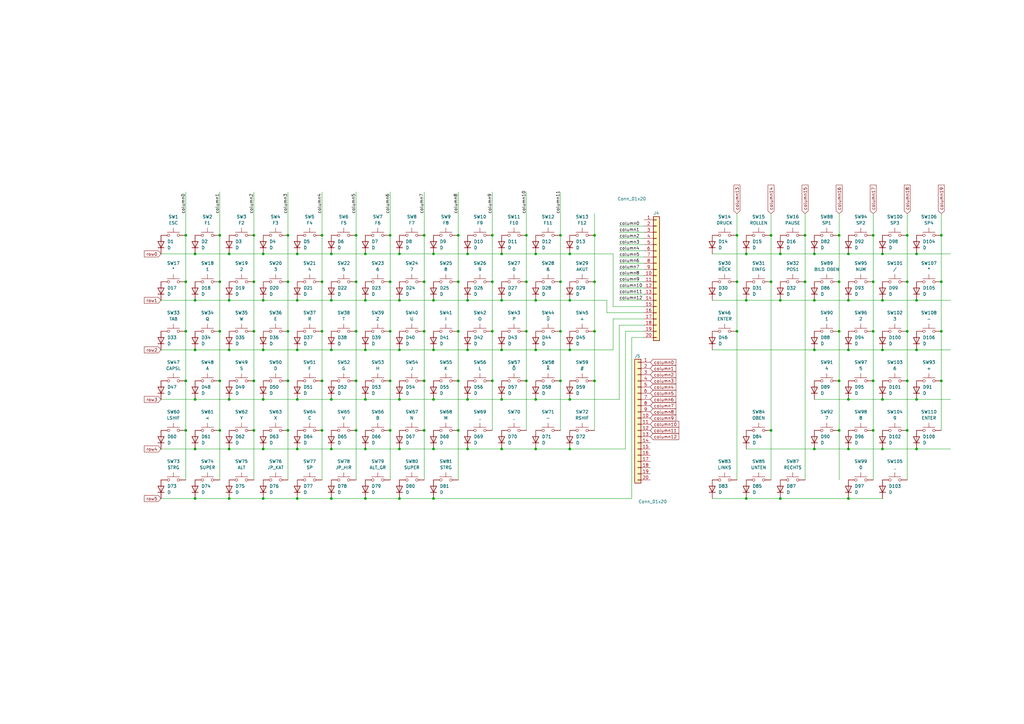
<source format=kicad_sch>
(kicad_sch
	(version 20231120)
	(generator "eeschema")
	(generator_version "8.0")
	(uuid "507c1520-71c6-4ec0-896f-4602a135aa26")
	(paper "A3")
	
	(junction
		(at 121.92 123.19)
		(diameter 0)
		(color 0 0 0 0)
		(uuid "0011587e-2379-476c-ac6d-4b35ff1c5998")
	)
	(junction
		(at 306.07 104.14)
		(diameter 0)
		(color 0 0 0 0)
		(uuid "014aa8b3-6121-424e-a61e-d869dc0dad4b")
	)
	(junction
		(at 104.14 156.21)
		(diameter 0)
		(color 0 0 0 0)
		(uuid "0153175b-c82e-42af-845c-dd867fd58786")
	)
	(junction
		(at 163.83 143.51)
		(diameter 0)
		(color 0 0 0 0)
		(uuid "0170ec1a-f24b-4db9-861f-0422bc3beaf1")
	)
	(junction
		(at 347.98 184.15)
		(diameter 0)
		(color 0 0 0 0)
		(uuid "06165030-0370-401d-98b6-5c9f17a11543")
	)
	(junction
		(at 334.01 104.14)
		(diameter 0)
		(color 0 0 0 0)
		(uuid "08d9c413-56a5-4862-b2dc-744048b7131c")
	)
	(junction
		(at 173.99 135.89)
		(diameter 0)
		(color 0 0 0 0)
		(uuid "0b4ca766-fba8-4c3e-924c-686e570569dd")
	)
	(junction
		(at 177.8 163.83)
		(diameter 0)
		(color 0 0 0 0)
		(uuid "0ef5cb53-a5f7-4dc6-9c50-9d481a6c8a95")
	)
	(junction
		(at 135.89 123.19)
		(diameter 0)
		(color 0 0 0 0)
		(uuid "1007b294-51e1-445e-a1ff-c445329ec1b3")
	)
	(junction
		(at 233.68 123.19)
		(diameter 0)
		(color 0 0 0 0)
		(uuid "10bb31d4-06da-4461-9bce-c2e2413b4edd")
	)
	(junction
		(at 361.95 123.19)
		(diameter 0)
		(color 0 0 0 0)
		(uuid "126d9372-4234-4d34-b56b-118a47c4bef1")
	)
	(junction
		(at 93.98 204.47)
		(diameter 0)
		(color 0 0 0 0)
		(uuid "138d01c4-cf49-47ff-8362-f47ebab13012")
	)
	(junction
		(at 375.92 123.19)
		(diameter 0)
		(color 0 0 0 0)
		(uuid "139b0df4-0ddd-4810-a25a-7bfbb4d56166")
	)
	(junction
		(at 93.98 123.19)
		(diameter 0)
		(color 0 0 0 0)
		(uuid "142d0042-2bb2-44e3-8fa8-ca3871ccc6f9")
	)
	(junction
		(at 219.71 123.19)
		(diameter 0)
		(color 0 0 0 0)
		(uuid "148734f6-4a89-464c-85c6-89f1fa013d1b")
	)
	(junction
		(at 90.17 115.57)
		(diameter 0)
		(color 0 0 0 0)
		(uuid "166cf0f0-34d9-4c41-a243-324c6a46b4af")
	)
	(junction
		(at 107.95 143.51)
		(diameter 0)
		(color 0 0 0 0)
		(uuid "1a2ddb89-5788-44f8-9114-edeb33d1dae7")
	)
	(junction
		(at 76.2 156.21)
		(diameter 0)
		(color 0 0 0 0)
		(uuid "1a55b1bc-2a24-48f4-a52b-1a32b16f71db")
	)
	(junction
		(at 90.17 156.21)
		(diameter 0)
		(color 0 0 0 0)
		(uuid "1b0f5be2-6ef3-45fd-8943-bb1705c422b8")
	)
	(junction
		(at 121.92 184.15)
		(diameter 0)
		(color 0 0 0 0)
		(uuid "1b185247-ef6e-48b2-b99c-009864554239")
	)
	(junction
		(at 229.87 115.57)
		(diameter 0)
		(color 0 0 0 0)
		(uuid "1e0e8829-39ac-4e37-8878-f8825a14481d")
	)
	(junction
		(at 121.92 163.83)
		(diameter 0)
		(color 0 0 0 0)
		(uuid "1e68573e-cd9d-484f-80a5-46245571ec8c")
	)
	(junction
		(at 344.17 176.53)
		(diameter 0)
		(color 0 0 0 0)
		(uuid "2267c988-9b9c-4347-9068-da838fb7664e")
	)
	(junction
		(at 118.11 176.53)
		(diameter 0)
		(color 0 0 0 0)
		(uuid "229dcda5-6ad3-4c99-a038-8e542feae824")
	)
	(junction
		(at 132.08 115.57)
		(diameter 0)
		(color 0 0 0 0)
		(uuid "242069d8-c87e-458e-b873-8a20cdfbb6f7")
	)
	(junction
		(at 347.98 104.14)
		(diameter 0)
		(color 0 0 0 0)
		(uuid "24f6258a-781e-47dd-b7b5-eff48d373189")
	)
	(junction
		(at 187.96 115.57)
		(diameter 0)
		(color 0 0 0 0)
		(uuid "25ce0e84-a537-4e12-a5d0-0f151ebae93b")
	)
	(junction
		(at 177.8 104.14)
		(diameter 0)
		(color 0 0 0 0)
		(uuid "27ccca38-5866-47e9-86e5-f9f708b439a6")
	)
	(junction
		(at 80.01 163.83)
		(diameter 0)
		(color 0 0 0 0)
		(uuid "2b6f4a55-95ae-4d17-97d1-fa5dbb9ca4cd")
	)
	(junction
		(at 173.99 156.21)
		(diameter 0)
		(color 0 0 0 0)
		(uuid "30c3d46a-a01d-4988-ba23-368533a0d7fc")
	)
	(junction
		(at 76.2 176.53)
		(diameter 0)
		(color 0 0 0 0)
		(uuid "3149cfc8-aa0b-4e4f-b018-d46f01e7e0b3")
	)
	(junction
		(at 121.92 143.51)
		(diameter 0)
		(color 0 0 0 0)
		(uuid "32856ecb-e923-4017-87d0-a69b230931c6")
	)
	(junction
		(at 219.71 104.14)
		(diameter 0)
		(color 0 0 0 0)
		(uuid "3583df9a-102a-4c0c-b74c-e6afaf1302e2")
	)
	(junction
		(at 104.14 115.57)
		(diameter 0)
		(color 0 0 0 0)
		(uuid "3841d726-f932-44b1-93b1-e2f32fc17af8")
	)
	(junction
		(at 191.77 104.14)
		(diameter 0)
		(color 0 0 0 0)
		(uuid "38f0b04f-bb17-4544-a075-48bed6079660")
	)
	(junction
		(at 149.86 123.19)
		(diameter 0)
		(color 0 0 0 0)
		(uuid "3b27d1d7-3622-48e1-815a-224606616e8a")
	)
	(junction
		(at 347.98 143.51)
		(diameter 0)
		(color 0 0 0 0)
		(uuid "3c4cea63-f537-41ad-92ae-8a2ad904959c")
	)
	(junction
		(at 163.83 184.15)
		(diameter 0)
		(color 0 0 0 0)
		(uuid "3c8fed92-ead7-4347-9aca-dac17c6ccd57")
	)
	(junction
		(at 347.98 204.47)
		(diameter 0)
		(color 0 0 0 0)
		(uuid "3dc14cb4-e366-4871-9a6d-8b3c140b2781")
	)
	(junction
		(at 219.71 184.15)
		(diameter 0)
		(color 0 0 0 0)
		(uuid "4163a6fa-4626-458e-bef9-4809e34f68d6")
	)
	(junction
		(at 107.95 204.47)
		(diameter 0)
		(color 0 0 0 0)
		(uuid "424b6b36-57bb-49fe-b78a-2d77ff13aa38")
	)
	(junction
		(at 233.68 143.51)
		(diameter 0)
		(color 0 0 0 0)
		(uuid "46a42feb-7fac-4707-b13e-c6678018f571")
	)
	(junction
		(at 163.83 204.47)
		(diameter 0)
		(color 0 0 0 0)
		(uuid "4a543ce3-c8a0-4e8a-9fb1-1b3def3bfae0")
	)
	(junction
		(at 233.68 184.15)
		(diameter 0)
		(color 0 0 0 0)
		(uuid "4b87cf37-797d-4b38-8f8f-4a5ddee9ac3a")
	)
	(junction
		(at 316.23 96.52)
		(diameter 0)
		(color 0 0 0 0)
		(uuid "4d21f1a9-42d5-45ba-a614-6ef0b8b7774d")
	)
	(junction
		(at 205.74 104.14)
		(diameter 0)
		(color 0 0 0 0)
		(uuid "4d41dcf6-f867-4562-8d0a-1c829e410d8a")
	)
	(junction
		(at 80.01 204.47)
		(diameter 0)
		(color 0 0 0 0)
		(uuid "4e8866d1-8e56-4f7c-87fc-1cd62c4cd406")
	)
	(junction
		(at 93.98 104.14)
		(diameter 0)
		(color 0 0 0 0)
		(uuid "52b1a239-f2b1-4fd1-871d-79bb84051311")
	)
	(junction
		(at 306.07 204.47)
		(diameter 0)
		(color 0 0 0 0)
		(uuid "52cdff10-6a3a-4188-8a83-7ea9b80216a4")
	)
	(junction
		(at 320.04 123.19)
		(diameter 0)
		(color 0 0 0 0)
		(uuid "53208b52-964a-4a92-8fa7-0c998bcf1c63")
	)
	(junction
		(at 205.74 143.51)
		(diameter 0)
		(color 0 0 0 0)
		(uuid "53369b22-1619-44ca-8b6a-cb191ade7d3e")
	)
	(junction
		(at 302.26 135.89)
		(diameter 0)
		(color 0 0 0 0)
		(uuid "54203406-abbc-4d6b-838b-bf2f2d989b12")
	)
	(junction
		(at 90.17 176.53)
		(diameter 0)
		(color 0 0 0 0)
		(uuid "54e008b7-dfc4-411a-bab8-758ed90ad24f")
	)
	(junction
		(at 372.11 176.53)
		(diameter 0)
		(color 0 0 0 0)
		(uuid "5666a132-58b7-494a-a7fc-79dfd54bf90c")
	)
	(junction
		(at 163.83 123.19)
		(diameter 0)
		(color 0 0 0 0)
		(uuid "58005666-726a-46c1-8cb8-e502157b8bee")
	)
	(junction
		(at 201.93 115.57)
		(diameter 0)
		(color 0 0 0 0)
		(uuid "592d4047-edd7-42de-9bc4-0eed78c5c73d")
	)
	(junction
		(at 334.01 184.15)
		(diameter 0)
		(color 0 0 0 0)
		(uuid "5a480f16-090b-42af-8f69-ef9f0ed64a82")
	)
	(junction
		(at 149.86 163.83)
		(diameter 0)
		(color 0 0 0 0)
		(uuid "5c7a481b-9a91-47d4-a54b-2feb933cbec3")
	)
	(junction
		(at 187.96 135.89)
		(diameter 0)
		(color 0 0 0 0)
		(uuid "5d186147-8215-4a2e-a4ae-f490e03f4a9f")
	)
	(junction
		(at 160.02 156.21)
		(diameter 0)
		(color 0 0 0 0)
		(uuid "5d59bb5d-5f6b-47ad-880f-318c76f825bb")
	)
	(junction
		(at 201.93 156.21)
		(diameter 0)
		(color 0 0 0 0)
		(uuid "5d95d919-ba30-48ba-8c29-f9726e5a131b")
	)
	(junction
		(at 205.74 184.15)
		(diameter 0)
		(color 0 0 0 0)
		(uuid "5e42dcec-b60c-44bc-bdfc-1d9441db56a1")
	)
	(junction
		(at 375.92 104.14)
		(diameter 0)
		(color 0 0 0 0)
		(uuid "5f6bb8d0-ab4f-4acb-a0f8-8af73a8c5e46")
	)
	(junction
		(at 361.95 143.51)
		(diameter 0)
		(color 0 0 0 0)
		(uuid "5f841f6e-ee2c-4e79-bc57-3303030a404e")
	)
	(junction
		(at 187.96 176.53)
		(diameter 0)
		(color 0 0 0 0)
		(uuid "61dacb7b-33e3-49e0-a840-3900ada96b9d")
	)
	(junction
		(at 386.08 96.52)
		(diameter 0)
		(color 0 0 0 0)
		(uuid "62a6df21-9707-472c-a2f9-7235ff15a7e4")
	)
	(junction
		(at 386.08 135.89)
		(diameter 0)
		(color 0 0 0 0)
		(uuid "63911200-acbb-49bf-8c8c-82560314d060")
	)
	(junction
		(at 215.9 115.57)
		(diameter 0)
		(color 0 0 0 0)
		(uuid "6416ca38-44e0-4145-b151-bca496dbf7ba")
	)
	(junction
		(at 107.95 163.83)
		(diameter 0)
		(color 0 0 0 0)
		(uuid "662e93ec-3702-45ef-963d-9da48eb7296c")
	)
	(junction
		(at 80.01 184.15)
		(diameter 0)
		(color 0 0 0 0)
		(uuid "68d38bbd-e003-47e1-a2ec-c476a1b8241e")
	)
	(junction
		(at 80.01 143.51)
		(diameter 0)
		(color 0 0 0 0)
		(uuid "68e59c36-3604-422b-800e-578a01c64665")
	)
	(junction
		(at 173.99 115.57)
		(diameter 0)
		(color 0 0 0 0)
		(uuid "699b743b-8c3b-499b-8587-a11605408761")
	)
	(junction
		(at 358.14 115.57)
		(diameter 0)
		(color 0 0 0 0)
		(uuid "6aff84ad-e88b-428c-b59f-28e3df073f7f")
	)
	(junction
		(at 163.83 163.83)
		(diameter 0)
		(color 0 0 0 0)
		(uuid "6d31e6a5-817d-474f-8157-9fec601b1255")
	)
	(junction
		(at 375.92 143.51)
		(diameter 0)
		(color 0 0 0 0)
		(uuid "6ffd5b20-ab8e-48c1-b785-ebea1f232254")
	)
	(junction
		(at 107.95 123.19)
		(diameter 0)
		(color 0 0 0 0)
		(uuid "7060ce06-69b3-4f48-9e52-06c10513480d")
	)
	(junction
		(at 243.84 156.21)
		(diameter 0)
		(color 0 0 0 0)
		(uuid "70afeb95-b94f-442c-9906-aa439f0a32e5")
	)
	(junction
		(at 177.8 123.19)
		(diameter 0)
		(color 0 0 0 0)
		(uuid "73b39b98-814c-4cb6-8c5b-1ecc9c6542fe")
	)
	(junction
		(at 330.2 115.57)
		(diameter 0)
		(color 0 0 0 0)
		(uuid "75cfeadf-0188-4aba-a37b-d29e0aa9fb68")
	)
	(junction
		(at 173.99 176.53)
		(diameter 0)
		(color 0 0 0 0)
		(uuid "76645aa6-bd9b-4e6a-a835-00d1fc99c44d")
	)
	(junction
		(at 372.11 96.52)
		(diameter 0)
		(color 0 0 0 0)
		(uuid "78138126-0299-4af9-984f-343368438e31")
	)
	(junction
		(at 160.02 176.53)
		(diameter 0)
		(color 0 0 0 0)
		(uuid "78a250f4-5e7e-4708-9396-2da05ea3a9eb")
	)
	(junction
		(at 233.68 163.83)
		(diameter 0)
		(color 0 0 0 0)
		(uuid "79033865-7963-453c-9638-af8695641aed")
	)
	(junction
		(at 146.05 96.52)
		(diameter 0)
		(color 0 0 0 0)
		(uuid "7a1ab085-7f01-449b-9a10-40f1811e946a")
	)
	(junction
		(at 118.11 156.21)
		(diameter 0)
		(color 0 0 0 0)
		(uuid "7bff5345-e5f0-4455-b2b9-1291923e3fc7")
	)
	(junction
		(at 118.11 115.57)
		(diameter 0)
		(color 0 0 0 0)
		(uuid "7c7e4e30-d30e-4123-8c85-332d053d4685")
	)
	(junction
		(at 386.08 115.57)
		(diameter 0)
		(color 0 0 0 0)
		(uuid "7dceb36b-8cdd-4e6b-aade-0588d7e116ce")
	)
	(junction
		(at 107.95 104.14)
		(diameter 0)
		(color 0 0 0 0)
		(uuid "7e5faa6e-7a1f-4b36-a175-614a585063dd")
	)
	(junction
		(at 358.14 96.52)
		(diameter 0)
		(color 0 0 0 0)
		(uuid "81c97b94-8814-4912-bc72-5f46bd1fc5a2")
	)
	(junction
		(at 160.02 135.89)
		(diameter 0)
		(color 0 0 0 0)
		(uuid "8359d2be-2856-492e-9a0e-116483a14fd5")
	)
	(junction
		(at 177.8 204.47)
		(diameter 0)
		(color 0 0 0 0)
		(uuid "838fb26c-babd-4346-87ac-a31819063877")
	)
	(junction
		(at 302.26 115.57)
		(diameter 0)
		(color 0 0 0 0)
		(uuid "852a0b61-6934-4205-9556-758bbc0287f0")
	)
	(junction
		(at 361.95 104.14)
		(diameter 0)
		(color 0 0 0 0)
		(uuid "89b163d1-e2e2-432b-8610-c15a0ee24902")
	)
	(junction
		(at 372.11 135.89)
		(diameter 0)
		(color 0 0 0 0)
		(uuid "89c900f2-de57-481f-9f0c-a9255b304b3f")
	)
	(junction
		(at 219.71 143.51)
		(diameter 0)
		(color 0 0 0 0)
		(uuid "89d6ebc9-c7e1-46a0-8635-4ff63bfe3f4c")
	)
	(junction
		(at 233.68 104.14)
		(diameter 0)
		(color 0 0 0 0)
		(uuid "8ae26ab0-be95-4606-b39b-65c6ac9f6a22")
	)
	(junction
		(at 229.87 135.89)
		(diameter 0)
		(color 0 0 0 0)
		(uuid "8cf0504e-8b94-4cfd-a6b0-9e8c3689b9a6")
	)
	(junction
		(at 205.74 163.83)
		(diameter 0)
		(color 0 0 0 0)
		(uuid "8d2a9d97-0601-460b-a070-5a8d7181ff78")
	)
	(junction
		(at 187.96 156.21)
		(diameter 0)
		(color 0 0 0 0)
		(uuid "8d6c8728-f44d-41a3-bb9d-63b739c1b8fc")
	)
	(junction
		(at 160.02 115.57)
		(diameter 0)
		(color 0 0 0 0)
		(uuid "8e255c76-4a2d-4034-8eb7-66c6ed0d017d")
	)
	(junction
		(at 375.92 184.15)
		(diameter 0)
		(color 0 0 0 0)
		(uuid "9018574b-67d6-47b7-9a37-b4579b2ac637")
	)
	(junction
		(at 76.2 135.89)
		(diameter 0)
		(color 0 0 0 0)
		(uuid "90aba8da-1530-44be-90f3-9937e70b6ca6")
	)
	(junction
		(at 243.84 115.57)
		(diameter 0)
		(color 0 0 0 0)
		(uuid "915471a0-c5f0-49be-88f9-b6ecb5dad63a")
	)
	(junction
		(at 121.92 204.47)
		(diameter 0)
		(color 0 0 0 0)
		(uuid "9165b747-20a4-40bf-a30e-e70eed963606")
	)
	(junction
		(at 104.14 96.52)
		(diameter 0)
		(color 0 0 0 0)
		(uuid "92ad80ea-514b-42f6-bbfe-3a48054dfa78")
	)
	(junction
		(at 205.74 123.19)
		(diameter 0)
		(color 0 0 0 0)
		(uuid "94535c4b-93cc-4ba8-bff6-9c2e9e5128b4")
	)
	(junction
		(at 358.14 135.89)
		(diameter 0)
		(color 0 0 0 0)
		(uuid "94f11e16-7226-4ec5-9753-a8fa53ed0576")
	)
	(junction
		(at 347.98 123.19)
		(diameter 0)
		(color 0 0 0 0)
		(uuid "982e2728-7f96-4774-af28-180fbf437eaf")
	)
	(junction
		(at 132.08 135.89)
		(diameter 0)
		(color 0 0 0 0)
		(uuid "992cf991-95fd-4f3d-8cb5-7b7fd9cfc313")
	)
	(junction
		(at 76.2 96.52)
		(diameter 0)
		(color 0 0 0 0)
		(uuid "995e9027-55c3-4a4a-90de-bca9dfa3268d")
	)
	(junction
		(at 160.02 96.52)
		(diameter 0)
		(color 0 0 0 0)
		(uuid "9a84ab77-a8d3-40fc-b66b-b12699a53f51")
	)
	(junction
		(at 330.2 96.52)
		(diameter 0)
		(color 0 0 0 0)
		(uuid "9b7cbbb6-1cdf-4592-beab-aa75443858f9")
	)
	(junction
		(at 386.08 156.21)
		(diameter 0)
		(color 0 0 0 0)
		(uuid "9b97a335-4a37-4882-a651-115f5f099953")
	)
	(junction
		(at 215.9 156.21)
		(diameter 0)
		(color 0 0 0 0)
		(uuid "9d1c4608-d841-4407-8aac-efc198e9f5e9")
	)
	(junction
		(at 334.01 143.51)
		(diameter 0)
		(color 0 0 0 0)
		(uuid "9ebc8dcc-4e37-4c7a-bcba-395223d0119f")
	)
	(junction
		(at 361.95 184.15)
		(diameter 0)
		(color 0 0 0 0)
		(uuid "a29142ee-21dd-4993-9bc1-c1fd05b26f21")
	)
	(junction
		(at 219.71 163.83)
		(diameter 0)
		(color 0 0 0 0)
		(uuid "a3686900-a5d2-4107-8a6c-3f2f32bebaa5")
	)
	(junction
		(at 316.23 115.57)
		(diameter 0)
		(color 0 0 0 0)
		(uuid "a39ccc42-c05e-4f8e-a448-1bc2de5e912b")
	)
	(junction
		(at 344.17 135.89)
		(diameter 0)
		(color 0 0 0 0)
		(uuid "a3cc0d14-b24f-4472-95bc-ae8e672727f7")
	)
	(junction
		(at 135.89 163.83)
		(diameter 0)
		(color 0 0 0 0)
		(uuid "a5acdb46-872f-4a1e-886b-521048c141d6")
	)
	(junction
		(at 104.14 176.53)
		(diameter 0)
		(color 0 0 0 0)
		(uuid "a5d536fb-6aa3-43dd-b869-e4b9035e8c20")
	)
	(junction
		(at 201.93 96.52)
		(diameter 0)
		(color 0 0 0 0)
		(uuid "a5f00a54-f5eb-443d-995f-4f367267c534")
	)
	(junction
		(at 201.93 135.89)
		(diameter 0)
		(color 0 0 0 0)
		(uuid "a72e9c62-9a4f-41cf-bd0d-f5f7e69d9e36")
	)
	(junction
		(at 121.92 104.14)
		(diameter 0)
		(color 0 0 0 0)
		(uuid "a79d2252-ad10-402f-bc9c-e0f889e7bead")
	)
	(junction
		(at 90.17 96.52)
		(diameter 0)
		(color 0 0 0 0)
		(uuid "a855ab7a-0ed2-4aec-acb7-5ecbc54f8954")
	)
	(junction
		(at 243.84 96.52)
		(diameter 0)
		(color 0 0 0 0)
		(uuid "aa74a0b3-0219-4730-beb1-be3d9ae4b70c")
	)
	(junction
		(at 149.86 204.47)
		(diameter 0)
		(color 0 0 0 0)
		(uuid "abb48631-f1f5-49f0-87be-7c5f2510df69")
	)
	(junction
		(at 90.17 135.89)
		(diameter 0)
		(color 0 0 0 0)
		(uuid "ac6a8631-88d2-4c5c-87af-d2fd1b8af14c")
	)
	(junction
		(at 358.14 156.21)
		(diameter 0)
		(color 0 0 0 0)
		(uuid "af2b7b9b-2173-4274-8276-e84870f42b4b")
	)
	(junction
		(at 132.08 176.53)
		(diameter 0)
		(color 0 0 0 0)
		(uuid "af7e2e69-6078-409e-beb3-6def6763122f")
	)
	(junction
		(at 135.89 204.47)
		(diameter 0)
		(color 0 0 0 0)
		(uuid "b36a8ccb-418c-49e7-b002-5bba211c8c2f")
	)
	(junction
		(at 191.77 163.83)
		(diameter 0)
		(color 0 0 0 0)
		(uuid "b604a5e8-7cd9-4f51-990d-099a29dc1c60")
	)
	(junction
		(at 372.11 115.57)
		(diameter 0)
		(color 0 0 0 0)
		(uuid "b74d358b-7d14-499c-bfb8-dd5db9c21392")
	)
	(junction
		(at 320.04 204.47)
		(diameter 0)
		(color 0 0 0 0)
		(uuid "b87d6850-72a1-4829-8757-895a2f4becf2")
	)
	(junction
		(at 107.95 184.15)
		(diameter 0)
		(color 0 0 0 0)
		(uuid "b921d9ff-ab9f-41f1-9455-50651b2e913c")
	)
	(junction
		(at 347.98 163.83)
		(diameter 0)
		(color 0 0 0 0)
		(uuid "b9ea980e-7544-4411-85a9-b832a574bc28")
	)
	(junction
		(at 344.17 96.52)
		(diameter 0)
		(color 0 0 0 0)
		(uuid "ba1c8a40-5dfa-447d-b114-5d65ac86b992")
	)
	(junction
		(at 93.98 143.51)
		(diameter 0)
		(color 0 0 0 0)
		(uuid "ba5ce068-1628-42c8-b49e-fb7318662a45")
	)
	(junction
		(at 334.01 123.19)
		(diameter 0)
		(color 0 0 0 0)
		(uuid "be80e6e7-5565-4f66-a913-3dc9ff54e4e8")
	)
	(junction
		(at 215.9 96.52)
		(diameter 0)
		(color 0 0 0 0)
		(uuid "bede3f95-e5b4-46d6-94f9-bcd76c254326")
	)
	(junction
		(at 135.89 104.14)
		(diameter 0)
		(color 0 0 0 0)
		(uuid "bfa52419-e767-4b1f-b16c-4666bd5b78cd")
	)
	(junction
		(at 320.04 104.14)
		(diameter 0)
		(color 0 0 0 0)
		(uuid "c1bd034f-8c7f-4643-a9aa-7a0b6318d493")
	)
	(junction
		(at 149.86 104.14)
		(diameter 0)
		(color 0 0 0 0)
		(uuid "c1cd5bcd-47f4-4ad8-958d-06915767540f")
	)
	(junction
		(at 191.77 143.51)
		(diameter 0)
		(color 0 0 0 0)
		(uuid "c2588948-5369-46b8-b1b8-13e98134926f")
	)
	(junction
		(at 344.17 156.21)
		(diameter 0)
		(color 0 0 0 0)
		(uuid "c5890ebc-4015-481e-a41a-d0007d88d56d")
	)
	(junction
		(at 215.9 135.89)
		(diameter 0)
		(color 0 0 0 0)
		(uuid "c5c2c139-bbe5-4f80-ab77-9e35727460bd")
	)
	(junction
		(at 177.8 143.51)
		(diameter 0)
		(color 0 0 0 0)
		(uuid "c6e8e910-f07f-42a2-8993-3dc7dfd5634a")
	)
	(junction
		(at 173.99 96.52)
		(diameter 0)
		(color 0 0 0 0)
		(uuid "c70b1e29-f9be-4f28-874d-5d46ae73584f")
	)
	(junction
		(at 149.86 184.15)
		(diameter 0)
		(color 0 0 0 0)
		(uuid "c89bdd1f-d88f-44de-ba1e-f894975cab56")
	)
	(junction
		(at 229.87 96.52)
		(diameter 0)
		(color 0 0 0 0)
		(uuid "c9ad7a19-8d3d-4615-88dd-8b20ab4d9a82")
	)
	(junction
		(at 306.07 123.19)
		(diameter 0)
		(color 0 0 0 0)
		(uuid "ca975120-f454-419a-a965-e24972adc359")
	)
	(junction
		(at 76.2 115.57)
		(diameter 0)
		(color 0 0 0 0)
		(uuid "ca9abc4b-1b99-4f0e-aad2-765354b78ed6")
	)
	(junction
		(at 344.17 115.57)
		(diameter 0)
		(color 0 0 0 0)
		(uuid "ccfbab66-eeba-424b-80f6-87000dd11fc4")
	)
	(junction
		(at 163.83 104.14)
		(diameter 0)
		(color 0 0 0 0)
		(uuid "cd53e8ca-b241-4c28-bbb8-7fe795ec42fa")
	)
	(junction
		(at 191.77 123.19)
		(diameter 0)
		(color 0 0 0 0)
		(uuid "cef2e3bb-40e2-48fc-bd25-1b0c3101b21a")
	)
	(junction
		(at 375.92 163.83)
		(diameter 0)
		(color 0 0 0 0)
		(uuid "d0c8bfae-2021-4c20-9abd-aa37bb35590b")
	)
	(junction
		(at 358.14 176.53)
		(diameter 0)
		(color 0 0 0 0)
		(uuid "d1c6d498-4976-4899-9c71-373f995edf68")
	)
	(junction
		(at 372.11 156.21)
		(diameter 0)
		(color 0 0 0 0)
		(uuid "d4c0a44e-65a3-4aa9-9365-e1104784d289")
	)
	(junction
		(at 132.08 156.21)
		(diameter 0)
		(color 0 0 0 0)
		(uuid "d60ef2fc-ace0-4346-8474-9aa039b76608")
	)
	(junction
		(at 132.08 96.52)
		(diameter 0)
		(color 0 0 0 0)
		(uuid "d8f6ad61-1ce3-4c49-846c-3501d9b4ba11")
	)
	(junction
		(at 316.23 176.53)
		(diameter 0)
		(color 0 0 0 0)
		(uuid "d9719133-68c3-4073-8521-279916621ea6")
	)
	(junction
		(at 93.98 184.15)
		(diameter 0)
		(color 0 0 0 0)
		(uuid "da47b40b-4413-4251-84bc-3aec2bd5bf68")
	)
	(junction
		(at 104.14 135.89)
		(diameter 0)
		(color 0 0 0 0)
		(uuid "dd8ce1e9-3b8f-41ee-8802-6be8267507f6")
	)
	(junction
		(at 118.11 96.52)
		(diameter 0)
		(color 0 0 0 0)
		(uuid "e0eda56a-4d33-4831-ad44-ae3776dd1667")
	)
	(junction
		(at 146.05 135.89)
		(diameter 0)
		(color 0 0 0 0)
		(uuid "e3a7778b-6e75-49da-b949-e9c23e90e0ca")
	)
	(junction
		(at 149.86 143.51)
		(diameter 0)
		(color 0 0 0 0)
		(uuid "e6a0c385-fd78-4e17-94ec-4885373770ba")
	)
	(junction
		(at 118.11 135.89)
		(diameter 0)
		(color 0 0 0 0)
		(uuid "e8eff3a5-b53d-4de9-903a-76c42a32518a")
	)
	(junction
		(at 187.96 96.52)
		(diameter 0)
		(color 0 0 0 0)
		(uuid "ec804c82-791f-448f-b9cc-c601b0649cad")
	)
	(junction
		(at 93.98 163.83)
		(diameter 0)
		(color 0 0 0 0)
		(uuid "ec93827f-b2e1-4e10-99ed-c54acc7dc0a5")
	)
	(junction
		(at 243.84 135.89)
		(diameter 0)
		(color 0 0 0 0)
		(uuid "ee9aab36-cb7e-4404-94bf-48ce6c78b933")
	)
	(junction
		(at 177.8 184.15)
		(diameter 0)
		(color 0 0 0 0)
		(uuid "f20bbccd-7567-45f0-b0d0-71f35ab60f40")
	)
	(junction
		(at 146.05 115.57)
		(diameter 0)
		(color 0 0 0 0)
		(uuid "f4b1a3da-c75f-4eb1-9cc4-b9e4e9000459")
	)
	(junction
		(at 302.26 96.52)
		(diameter 0)
		(color 0 0 0 0)
		(uuid "f5d7662b-c0ba-43e8-a42a-d8ca3d4d8fb6")
	)
	(junction
		(at 80.01 123.19)
		(diameter 0)
		(color 0 0 0 0)
		(uuid "f67e8760-1d00-4c22-b1ed-95893bc1de1f")
	)
	(junction
		(at 361.95 163.83)
		(diameter 0)
		(color 0 0 0 0)
		(uuid "f7d856ad-143c-42db-916a-d009b866c871")
	)
	(junction
		(at 146.05 176.53)
		(diameter 0)
		(color 0 0 0 0)
		(uuid "f8a78bed-57ae-433b-bc33-46eab587f9ed")
	)
	(junction
		(at 80.01 104.14)
		(diameter 0)
		(color 0 0 0 0)
		(uuid "f9ad871c-8de8-4f47-9857-ce5d342a9083")
	)
	(junction
		(at 191.77 184.15)
		(diameter 0)
		(color 0 0 0 0)
		(uuid "fa7a9ddf-9b3e-4fb3-ac3c-f00f179d71bf")
	)
	(junction
		(at 135.89 184.15)
		(diameter 0)
		(color 0 0 0 0)
		(uuid "fbfdd29a-738b-4273-ba72-edb610ed30e3")
	)
	(junction
		(at 135.89 143.51)
		(diameter 0)
		(color 0 0 0 0)
		(uuid "fdc02857-8b15-4644-88d2-b0d787e41b48")
	)
	(junction
		(at 229.87 156.21)
		(diameter 0)
		(color 0 0 0 0)
		(uuid "fe23f192-b10c-41bf-bef3-ed83d7b1598d")
	)
	(junction
		(at 146.05 156.21)
		(diameter 0)
		(color 0 0 0 0)
		(uuid "fea99547-9c22-499d-a372-93fa9229715a")
	)
	(wire
		(pts
			(xy 93.98 104.14) (xy 107.95 104.14)
		)
		(stroke
			(width 0)
			(type default)
		)
		(uuid "0474eff2-9c51-4630-990f-ef962c657b0c")
	)
	(wire
		(pts
			(xy 251.46 125.73) (xy 251.46 104.14)
		)
		(stroke
			(width 0)
			(type default)
		)
		(uuid "0611454d-0ef3-4e58-9850-8566bfbfb2cf")
	)
	(wire
		(pts
			(xy 177.8 184.15) (xy 191.77 184.15)
		)
		(stroke
			(width 0)
			(type default)
		)
		(uuid "06eacf1d-2311-4384-bff9-8f241d328de6")
	)
	(wire
		(pts
			(xy 254 163.83) (xy 233.68 163.83)
		)
		(stroke
			(width 0)
			(type default)
		)
		(uuid "0866d4e1-e982-4846-b754-1a2bd5d265ea")
	)
	(wire
		(pts
			(xy 248.92 123.19) (xy 233.68 123.19)
		)
		(stroke
			(width 0)
			(type default)
		)
		(uuid "09337568-8c46-4850-94e5-42c58dea9dad")
	)
	(wire
		(pts
			(xy 334.01 184.15) (xy 347.98 184.15)
		)
		(stroke
			(width 0)
			(type default)
		)
		(uuid "09e2997d-e914-4d41-bb3f-a924b222a5bb")
	)
	(wire
		(pts
			(xy 358.14 115.57) (xy 358.14 135.89)
		)
		(stroke
			(width 0)
			(type default)
		)
		(uuid "0d29f896-e9ee-404d-94ef-8fb25a74f453")
	)
	(wire
		(pts
			(xy 191.77 104.14) (xy 205.74 104.14)
		)
		(stroke
			(width 0)
			(type default)
		)
		(uuid "0e35b6eb-f102-4df7-8701-e6634b46f61c")
	)
	(wire
		(pts
			(xy 187.96 78.74) (xy 187.96 96.52)
		)
		(stroke
			(width 0)
			(type default)
		)
		(uuid "0f412692-253d-4cc5-bc6f-fc456ed3d3d4")
	)
	(wire
		(pts
			(xy 372.11 156.21) (xy 372.11 176.53)
		)
		(stroke
			(width 0)
			(type default)
		)
		(uuid "1039d3ae-7451-4102-a56a-ec488fc8f837")
	)
	(wire
		(pts
			(xy 163.83 104.14) (xy 177.8 104.14)
		)
		(stroke
			(width 0)
			(type default)
		)
		(uuid "136b7d76-f929-4bbb-8667-87e9636b3522")
	)
	(wire
		(pts
			(xy 93.98 184.15) (xy 107.95 184.15)
		)
		(stroke
			(width 0)
			(type default)
		)
		(uuid "13e578c7-878c-4ad7-a261-556b95162838")
	)
	(wire
		(pts
			(xy 254 120.65) (xy 264.16 120.65)
		)
		(stroke
			(width 0)
			(type default)
		)
		(uuid "13f8bacc-5445-4e1e-969a-83dd9e3ff890")
	)
	(wire
		(pts
			(xy 219.71 184.15) (xy 233.68 184.15)
		)
		(stroke
			(width 0)
			(type default)
		)
		(uuid "1587c0dd-443a-4d1b-9497-4b2e14a229b3")
	)
	(wire
		(pts
			(xy 306.07 104.14) (xy 320.04 104.14)
		)
		(stroke
			(width 0)
			(type default)
		)
		(uuid "167779f9-55cf-4aa3-9de3-c95fe076eceb")
	)
	(wire
		(pts
			(xy 149.86 184.15) (xy 163.83 184.15)
		)
		(stroke
			(width 0)
			(type default)
		)
		(uuid "1690ee98-fbd9-4b12-aa9b-2d0327c094f5")
	)
	(wire
		(pts
			(xy 205.74 184.15) (xy 219.71 184.15)
		)
		(stroke
			(width 0)
			(type default)
		)
		(uuid "1752d992-f07d-4128-8af4-8cc652db8a8a")
	)
	(wire
		(pts
			(xy 104.14 78.74) (xy 104.14 96.52)
		)
		(stroke
			(width 0)
			(type default)
		)
		(uuid "1755d3c2-1804-46f9-bd8b-435b4e7f8aeb")
	)
	(wire
		(pts
			(xy 93.98 123.19) (xy 107.95 123.19)
		)
		(stroke
			(width 0)
			(type default)
		)
		(uuid "17f6cc51-c7d2-4313-bcaa-16bc10368479")
	)
	(wire
		(pts
			(xy 347.98 123.19) (xy 361.95 123.19)
		)
		(stroke
			(width 0)
			(type default)
		)
		(uuid "182faaa5-df69-4c91-941c-0270c695794d")
	)
	(wire
		(pts
			(xy 149.86 204.47) (xy 163.83 204.47)
		)
		(stroke
			(width 0)
			(type default)
		)
		(uuid "1895e291-7ed5-47e0-bf10-155f96730285")
	)
	(wire
		(pts
			(xy 107.95 204.47) (xy 121.92 204.47)
		)
		(stroke
			(width 0)
			(type default)
		)
		(uuid "192628a0-4d2f-47f8-8dbd-e2e2e166ac89")
	)
	(wire
		(pts
			(xy 372.11 135.89) (xy 372.11 156.21)
		)
		(stroke
			(width 0)
			(type default)
		)
		(uuid "1964fbf9-cb9b-4c28-8b6e-06b15093eefa")
	)
	(wire
		(pts
			(xy 80.01 163.83) (xy 93.98 163.83)
		)
		(stroke
			(width 0)
			(type default)
		)
		(uuid "19d4a3e1-0098-4c74-88c1-c1afff835ff6")
	)
	(wire
		(pts
			(xy 334.01 104.14) (xy 347.98 104.14)
		)
		(stroke
			(width 0)
			(type default)
		)
		(uuid "19f1df11-0a6a-4394-aad4-4cde87a5e6d7")
	)
	(wire
		(pts
			(xy 254 133.35) (xy 254 163.83)
		)
		(stroke
			(width 0)
			(type default)
		)
		(uuid "1bbe63a4-3c28-4bfb-b1a8-fcfd864e0aaa")
	)
	(wire
		(pts
			(xy 66.04 104.14) (xy 80.01 104.14)
		)
		(stroke
			(width 0)
			(type default)
		)
		(uuid "1c4051d4-0367-409f-82b5-b3b89260169e")
	)
	(wire
		(pts
			(xy 243.84 156.21) (xy 243.84 176.53)
		)
		(stroke
			(width 0)
			(type default)
		)
		(uuid "1d4dd2dc-3c55-47d0-9219-0bbe8fe63fcc")
	)
	(wire
		(pts
			(xy 146.05 78.74) (xy 146.05 96.52)
		)
		(stroke
			(width 0)
			(type default)
		)
		(uuid "1d9c286b-1cae-4070-9925-fdcbad7a2385")
	)
	(wire
		(pts
			(xy 243.84 96.52) (xy 243.84 115.57)
		)
		(stroke
			(width 0)
			(type default)
		)
		(uuid "1dc1c3b0-a95e-4d83-ae60-efd365653c0b")
	)
	(wire
		(pts
			(xy 254 113.03) (xy 264.16 113.03)
		)
		(stroke
			(width 0)
			(type default)
		)
		(uuid "1f583e39-c09f-4d1c-841b-834776945a34")
	)
	(wire
		(pts
			(xy 347.98 204.47) (xy 361.95 204.47)
		)
		(stroke
			(width 0)
			(type default)
		)
		(uuid "226e108f-e514-4800-ae8c-41827a4dfb1d")
	)
	(wire
		(pts
			(xy 118.11 176.53) (xy 118.11 196.85)
		)
		(stroke
			(width 0)
			(type default)
		)
		(uuid "22bb92a1-19af-42bf-846b-571a5162ae32")
	)
	(wire
		(pts
			(xy 361.95 104.14) (xy 375.92 104.14)
		)
		(stroke
			(width 0)
			(type default)
		)
		(uuid "280201ba-26bd-48e5-a05a-47ee62cbff6d")
	)
	(wire
		(pts
			(xy 229.87 156.21) (xy 229.87 176.53)
		)
		(stroke
			(width 0)
			(type default)
		)
		(uuid "2aff839c-a379-4c55-94ce-abc3c8e4eece")
	)
	(wire
		(pts
			(xy 361.95 163.83) (xy 375.92 163.83)
		)
		(stroke
			(width 0)
			(type default)
		)
		(uuid "2b38f89b-141b-441d-9601-a4125daee580")
	)
	(wire
		(pts
			(xy 264.16 125.73) (xy 251.46 125.73)
		)
		(stroke
			(width 0)
			(type default)
		)
		(uuid "2c494afb-56d3-4212-9b70-a127cbc2c32a")
	)
	(wire
		(pts
			(xy 132.08 135.89) (xy 132.08 156.21)
		)
		(stroke
			(width 0)
			(type default)
		)
		(uuid "2cda9c2b-7bb6-4426-aafb-db190dbe5cce")
	)
	(wire
		(pts
			(xy 330.2 87.63) (xy 330.2 96.52)
		)
		(stroke
			(width 0)
			(type default)
		)
		(uuid "2d411f21-cf62-420f-989a-449865d27748")
	)
	(wire
		(pts
			(xy 160.02 156.21) (xy 160.02 176.53)
		)
		(stroke
			(width 0)
			(type default)
		)
		(uuid "2d91506f-043f-4a37-836a-2c683469a351")
	)
	(wire
		(pts
			(xy 173.99 78.74) (xy 173.99 96.52)
		)
		(stroke
			(width 0)
			(type default)
		)
		(uuid "2dbc3be5-791c-48e5-a624-4bcf716891aa")
	)
	(wire
		(pts
			(xy 76.2 96.52) (xy 76.2 115.57)
		)
		(stroke
			(width 0)
			(type default)
		)
		(uuid "2e8da835-84f4-406c-a937-c8e999df8122")
	)
	(wire
		(pts
			(xy 358.14 87.63) (xy 358.14 96.52)
		)
		(stroke
			(width 0)
			(type default)
		)
		(uuid "3081d012-6ea0-4c82-9393-1c24a3cdfd58")
	)
	(wire
		(pts
			(xy 229.87 96.52) (xy 229.87 115.57)
		)
		(stroke
			(width 0)
			(type default)
		)
		(uuid "30b1ce13-1e05-4786-aa2c-a327b7fe6702")
	)
	(wire
		(pts
			(xy 347.98 163.83) (xy 361.95 163.83)
		)
		(stroke
			(width 0)
			(type default)
		)
		(uuid "33d19f7e-4ecd-45e4-b6c1-43aec824c587")
	)
	(wire
		(pts
			(xy 243.84 87.63) (xy 243.84 96.52)
		)
		(stroke
			(width 0)
			(type default)
		)
		(uuid "34080c41-3e36-4980-ba5e-d68dc62a91d0")
	)
	(wire
		(pts
			(xy 66.04 163.83) (xy 80.01 163.83)
		)
		(stroke
			(width 0)
			(type default)
		)
		(uuid "3522c1f6-efaa-4d68-9f84-dbfbaf111bac")
	)
	(wire
		(pts
			(xy 160.02 176.53) (xy 160.02 196.85)
		)
		(stroke
			(width 0)
			(type default)
		)
		(uuid "3661e5de-a7dd-4d1c-9438-3a550fc744a9")
	)
	(wire
		(pts
			(xy 132.08 156.21) (xy 132.08 176.53)
		)
		(stroke
			(width 0)
			(type default)
		)
		(uuid "3795d749-7947-45ac-b4b3-fc3a432a3e97")
	)
	(wire
		(pts
			(xy 375.92 123.19) (xy 389.89 123.19)
		)
		(stroke
			(width 0)
			(type default)
		)
		(uuid "37a6caea-3883-43f3-93da-bdbe90e71ecf")
	)
	(wire
		(pts
			(xy 76.2 115.57) (xy 76.2 135.89)
		)
		(stroke
			(width 0)
			(type default)
		)
		(uuid "39668a57-cd68-4c2e-82b5-e5823b3b0d59")
	)
	(wire
		(pts
			(xy 80.01 123.19) (xy 93.98 123.19)
		)
		(stroke
			(width 0)
			(type default)
		)
		(uuid "397edb35-ad9d-4cee-87e9-eaca4b1c84f5")
	)
	(wire
		(pts
			(xy 264.16 130.81) (xy 251.46 130.81)
		)
		(stroke
			(width 0)
			(type default)
		)
		(uuid "3b67e161-b884-4943-bffd-3dbde07a1b36")
	)
	(wire
		(pts
			(xy 104.14 135.89) (xy 104.14 156.21)
		)
		(stroke
			(width 0)
			(type default)
		)
		(uuid "3b85bd04-b0ae-4053-aee9-5ca203fbfc9b")
	)
	(wire
		(pts
			(xy 259.08 138.43) (xy 259.08 204.47)
		)
		(stroke
			(width 0)
			(type default)
		)
		(uuid "3cf5162e-4785-4cfa-8e53-f04241aa497d")
	)
	(wire
		(pts
			(xy 90.17 156.21) (xy 90.17 176.53)
		)
		(stroke
			(width 0)
			(type default)
		)
		(uuid "3cf90adf-5539-43b7-b99f-e53fd2dc5fea")
	)
	(wire
		(pts
			(xy 251.46 104.14) (xy 233.68 104.14)
		)
		(stroke
			(width 0)
			(type default)
		)
		(uuid "3f216ee7-9ec4-4461-aba7-2dc97846565b")
	)
	(wire
		(pts
			(xy 347.98 184.15) (xy 361.95 184.15)
		)
		(stroke
			(width 0)
			(type default)
		)
		(uuid "407dd822-10fd-4302-90a6-9a1700b760f5")
	)
	(wire
		(pts
			(xy 146.05 135.89) (xy 146.05 156.21)
		)
		(stroke
			(width 0)
			(type default)
		)
		(uuid "4106b50e-a887-4303-a0f1-7f5816406a8d")
	)
	(wire
		(pts
			(xy 76.2 78.74) (xy 76.2 96.52)
		)
		(stroke
			(width 0)
			(type default)
		)
		(uuid "41b3b7f9-a622-4c7d-ab81-3262d607fc80")
	)
	(wire
		(pts
			(xy 205.74 163.83) (xy 219.71 163.83)
		)
		(stroke
			(width 0)
			(type default)
		)
		(uuid "41c8e45f-be1b-47ed-8cd2-bc22784b2ae9")
	)
	(wire
		(pts
			(xy 256.54 135.89) (xy 256.54 184.15)
		)
		(stroke
			(width 0)
			(type default)
		)
		(uuid "43319417-6f2e-4fbd-98a6-17fcac8db4d1")
	)
	(wire
		(pts
			(xy 173.99 96.52) (xy 173.99 115.57)
		)
		(stroke
			(width 0)
			(type default)
		)
		(uuid "43c24f3d-47fa-425d-8492-6df4f1acabc0")
	)
	(wire
		(pts
			(xy 173.99 156.21) (xy 173.99 176.53)
		)
		(stroke
			(width 0)
			(type default)
		)
		(uuid "45a4d5a5-c5d8-4b5a-aa2a-75a4743e5353")
	)
	(wire
		(pts
			(xy 132.08 96.52) (xy 132.08 115.57)
		)
		(stroke
			(width 0)
			(type default)
		)
		(uuid "46d418bf-7164-4380-bf3d-603a093e97bd")
	)
	(wire
		(pts
			(xy 107.95 143.51) (xy 121.92 143.51)
		)
		(stroke
			(width 0)
			(type default)
		)
		(uuid "486e84db-5e94-4865-9f5d-d2f26057795f")
	)
	(wire
		(pts
			(xy 66.04 204.47) (xy 80.01 204.47)
		)
		(stroke
			(width 0)
			(type default)
		)
		(uuid "49620ee1-8518-4768-8f39-042786a3a15e")
	)
	(wire
		(pts
			(xy 187.96 176.53) (xy 187.96 196.85)
		)
		(stroke
			(width 0)
			(type default)
		)
		(uuid "497699e2-3128-428f-9ce1-50ada24a3936")
	)
	(wire
		(pts
			(xy 191.77 143.51) (xy 205.74 143.51)
		)
		(stroke
			(width 0)
			(type default)
		)
		(uuid "49775e9d-f022-4e80-aba0-2535c775e968")
	)
	(wire
		(pts
			(xy 118.11 156.21) (xy 118.11 176.53)
		)
		(stroke
			(width 0)
			(type default)
		)
		(uuid "49f0d086-94bf-4fb0-87a2-dcee836fd6c0")
	)
	(wire
		(pts
			(xy 93.98 204.47) (xy 107.95 204.47)
		)
		(stroke
			(width 0)
			(type default)
		)
		(uuid "4b48aef3-5386-4585-bf61-4bfc024833f0")
	)
	(wire
		(pts
			(xy 386.08 87.63) (xy 386.08 96.52)
		)
		(stroke
			(width 0)
			(type default)
		)
		(uuid "4df95c8a-9a58-4ecb-99ff-0d2426d2f8f8")
	)
	(wire
		(pts
			(xy 135.89 143.51) (xy 149.86 143.51)
		)
		(stroke
			(width 0)
			(type default)
		)
		(uuid "4e855de3-9070-4d4b-b325-945f2d8ccc61")
	)
	(wire
		(pts
			(xy 80.01 143.51) (xy 93.98 143.51)
		)
		(stroke
			(width 0)
			(type default)
		)
		(uuid "5044d58d-541c-4485-b3d9-571a270997b2")
	)
	(wire
		(pts
			(xy 344.17 115.57) (xy 344.17 135.89)
		)
		(stroke
			(width 0)
			(type default)
		)
		(uuid "50a1a7f1-e799-4530-89b7-b1150a7f37c2")
	)
	(wire
		(pts
			(xy 201.93 115.57) (xy 201.93 135.89)
		)
		(stroke
			(width 0)
			(type default)
		)
		(uuid "532a83c2-1583-4c92-866d-2dd3006a7425")
	)
	(wire
		(pts
			(xy 201.93 78.74) (xy 201.93 96.52)
		)
		(stroke
			(width 0)
			(type default)
		)
		(uuid "557d568d-30fe-462d-8278-1c395a81f8eb")
	)
	(wire
		(pts
			(xy 104.14 115.57) (xy 104.14 135.89)
		)
		(stroke
			(width 0)
			(type default)
		)
		(uuid "559b9ba7-8d0e-4128-bfce-dc2b9aa2697c")
	)
	(wire
		(pts
			(xy 121.92 104.14) (xy 135.89 104.14)
		)
		(stroke
			(width 0)
			(type default)
		)
		(uuid "56125141-054c-4819-8ba9-5b63827160d0")
	)
	(wire
		(pts
			(xy 177.8 104.14) (xy 191.77 104.14)
		)
		(stroke
			(width 0)
			(type default)
		)
		(uuid "56b8077c-baf2-483c-b62b-cb396837e407")
	)
	(wire
		(pts
			(xy 132.08 176.53) (xy 132.08 196.85)
		)
		(stroke
			(width 0)
			(type default)
		)
		(uuid "570ae44c-eabd-4ff1-bf6a-bfb97dbbf15f")
	)
	(wire
		(pts
			(xy 243.84 115.57) (xy 243.84 135.89)
		)
		(stroke
			(width 0)
			(type default)
		)
		(uuid "571eff46-7813-4782-962f-02f0ff05f83b")
	)
	(wire
		(pts
			(xy 254 115.57) (xy 264.16 115.57)
		)
		(stroke
			(width 0)
			(type default)
		)
		(uuid "57823b39-c9c9-48e7-81f0-d7a8c7510cc9")
	)
	(wire
		(pts
			(xy 163.83 123.19) (xy 177.8 123.19)
		)
		(stroke
			(width 0)
			(type default)
		)
		(uuid "579794c9-5561-42da-bca1-2e0addef10b7")
	)
	(wire
		(pts
			(xy 219.71 123.19) (xy 233.68 123.19)
		)
		(stroke
			(width 0)
			(type default)
		)
		(uuid "58fc0981-7b78-4c5d-835f-ee0e50c41a04")
	)
	(wire
		(pts
			(xy 375.92 104.14) (xy 389.89 104.14)
		)
		(stroke
			(width 0)
			(type default)
		)
		(uuid "5985f345-1ff5-47d2-9281-71eff0f071cb")
	)
	(wire
		(pts
			(xy 372.11 96.52) (xy 372.11 115.57)
		)
		(stroke
			(width 0)
			(type default)
		)
		(uuid "5cb67a61-1757-4297-9d13-52ade8f6e2c4")
	)
	(wire
		(pts
			(xy 146.05 156.21) (xy 146.05 176.53)
		)
		(stroke
			(width 0)
			(type default)
		)
		(uuid "5d11e1df-1c96-4799-8320-8b45b5075d09")
	)
	(wire
		(pts
			(xy 201.93 96.52) (xy 201.93 115.57)
		)
		(stroke
			(width 0)
			(type default)
		)
		(uuid "5dfb1bc3-20a0-4c60-897d-074126cdf679")
	)
	(wire
		(pts
			(xy 229.87 115.57) (xy 229.87 135.89)
		)
		(stroke
			(width 0)
			(type default)
		)
		(uuid "5e86182e-9746-4d54-bf3d-e2f70127478f")
	)
	(wire
		(pts
			(xy 187.96 156.21) (xy 187.96 176.53)
		)
		(stroke
			(width 0)
			(type default)
		)
		(uuid "5ed220b0-12fe-4596-8265-106dedc2ff9c")
	)
	(wire
		(pts
			(xy 219.71 143.51) (xy 233.68 143.51)
		)
		(stroke
			(width 0)
			(type default)
		)
		(uuid "5ee2fcb8-df22-4f71-94ad-198bcf43b7d0")
	)
	(wire
		(pts
			(xy 132.08 78.74) (xy 132.08 96.52)
		)
		(stroke
			(width 0)
			(type default)
		)
		(uuid "5faef54d-3a34-4e33-8269-ae116bde9f80")
	)
	(wire
		(pts
			(xy 344.17 135.89) (xy 344.17 156.21)
		)
		(stroke
			(width 0)
			(type default)
		)
		(uuid "611ad9bb-3341-4384-998d-f7024279144e")
	)
	(wire
		(pts
			(xy 316.23 176.53) (xy 316.23 196.85)
		)
		(stroke
			(width 0)
			(type default)
		)
		(uuid "627df556-62f9-4ca5-86c6-34e862e1da5c")
	)
	(wire
		(pts
			(xy 205.74 143.51) (xy 219.71 143.51)
		)
		(stroke
			(width 0)
			(type default)
		)
		(uuid "62af1ca3-0b22-40ab-ae13-9d23de755d69")
	)
	(wire
		(pts
			(xy 219.71 163.83) (xy 233.68 163.83)
		)
		(stroke
			(width 0)
			(type default)
		)
		(uuid "6312eb71-5189-4596-a4f3-c31e72c71f16")
	)
	(wire
		(pts
			(xy 187.96 135.89) (xy 187.96 156.21)
		)
		(stroke
			(width 0)
			(type default)
		)
		(uuid "6630742f-3283-4d6a-a7e8-2fbd44ca7b25")
	)
	(wire
		(pts
			(xy 135.89 204.47) (xy 149.86 204.47)
		)
		(stroke
			(width 0)
			(type default)
		)
		(uuid "6663f3f1-8b3f-48d7-9463-92f35a13af89")
	)
	(wire
		(pts
			(xy 358.14 96.52) (xy 358.14 115.57)
		)
		(stroke
			(width 0)
			(type default)
		)
		(uuid "66ce675c-d48e-4dcb-9c47-3e8fba6bf860")
	)
	(wire
		(pts
			(xy 386.08 115.57) (xy 386.08 135.89)
		)
		(stroke
			(width 0)
			(type default)
		)
		(uuid "6942281f-2abe-4d0e-ae21-8a54bb5f6702")
	)
	(wire
		(pts
			(xy 160.02 115.57) (xy 160.02 135.89)
		)
		(stroke
			(width 0)
			(type default)
		)
		(uuid "6a4f52ba-3255-4939-8ef1-90510ade1e1b")
	)
	(wire
		(pts
			(xy 372.11 115.57) (xy 372.11 135.89)
		)
		(stroke
			(width 0)
			(type default)
		)
		(uuid "6b1464ef-35e7-4050-88cd-924959d27058")
	)
	(wire
		(pts
			(xy 135.89 104.14) (xy 149.86 104.14)
		)
		(stroke
			(width 0)
			(type default)
		)
		(uuid "6ba2de53-de01-4ec9-aa6e-94b4bcd6ecc1")
	)
	(wire
		(pts
			(xy 90.17 78.74) (xy 90.17 96.52)
		)
		(stroke
			(width 0)
			(type default)
		)
		(uuid "6c76ca4f-efad-475f-af24-4167e685e143")
	)
	(wire
		(pts
			(xy 121.92 123.19) (xy 135.89 123.19)
		)
		(stroke
			(width 0)
			(type default)
		)
		(uuid "6dbb1b7d-ebc0-4b99-a55b-b9ed41ace1ec")
	)
	(wire
		(pts
			(xy 121.92 143.51) (xy 135.89 143.51)
		)
		(stroke
			(width 0)
			(type default)
		)
		(uuid "6ee6eedf-29cf-45a5-aa52-b674a887080b")
	)
	(wire
		(pts
			(xy 149.86 104.14) (xy 163.83 104.14)
		)
		(stroke
			(width 0)
			(type default)
		)
		(uuid "710ed793-d9e1-4fe7-a00a-d7c951859924")
	)
	(wire
		(pts
			(xy 160.02 78.74) (xy 160.02 96.52)
		)
		(stroke
			(width 0)
			(type default)
		)
		(uuid "7127d349-f8c4-4f3f-99d9-ef4d76aa3c0a")
	)
	(wire
		(pts
			(xy 320.04 204.47) (xy 347.98 204.47)
		)
		(stroke
			(width 0)
			(type default)
		)
		(uuid "7505fcff-a2ba-4f85-b86b-21dae4cca684")
	)
	(wire
		(pts
			(xy 163.83 204.47) (xy 177.8 204.47)
		)
		(stroke
			(width 0)
			(type default)
		)
		(uuid "77008304-5b96-472f-af36-98f0f9faa31d")
	)
	(wire
		(pts
			(xy 254 123.19) (xy 264.16 123.19)
		)
		(stroke
			(width 0)
			(type default)
		)
		(uuid "7759649f-d57e-4aaf-8688-a1877f85369a")
	)
	(wire
		(pts
			(xy 149.86 143.51) (xy 163.83 143.51)
		)
		(stroke
			(width 0)
			(type default)
		)
		(uuid "793693d6-8ac4-49e4-956b-cd78a9f4f15c")
	)
	(wire
		(pts
			(xy 177.8 163.83) (xy 191.77 163.83)
		)
		(stroke
			(width 0)
			(type default)
		)
		(uuid "7a409ffb-4f22-4efb-a307-9c705e129354")
	)
	(wire
		(pts
			(xy 160.02 135.89) (xy 160.02 156.21)
		)
		(stroke
			(width 0)
			(type default)
		)
		(uuid "7c2452f9-a1a2-48ea-86d6-52b9635d45b6")
	)
	(wire
		(pts
			(xy 254 95.25) (xy 264.16 95.25)
		)
		(stroke
			(width 0)
			(type default)
		)
		(uuid "7c552d3f-eb3e-4dca-ba2e-0553e9b4814a")
	)
	(wire
		(pts
			(xy 121.92 184.15) (xy 135.89 184.15)
		)
		(stroke
			(width 0)
			(type default)
		)
		(uuid "7da82760-7c3d-4c75-8530-abe0ab64ec7a")
	)
	(wire
		(pts
			(xy 316.23 96.52) (xy 316.23 115.57)
		)
		(stroke
			(width 0)
			(type default)
		)
		(uuid "7e8a9b78-44d7-4753-9e39-d5cd6c29d4de")
	)
	(wire
		(pts
			(xy 254 100.33) (xy 264.16 100.33)
		)
		(stroke
			(width 0)
			(type default)
		)
		(uuid "7f99cf48-9310-4639-8e7b-95f9e74fac14")
	)
	(wire
		(pts
			(xy 173.99 135.89) (xy 173.99 156.21)
		)
		(stroke
			(width 0)
			(type default)
		)
		(uuid "7f9ba133-1eb4-4fcf-b4cc-cc5b302a432a")
	)
	(wire
		(pts
			(xy 177.8 123.19) (xy 191.77 123.19)
		)
		(stroke
			(width 0)
			(type default)
		)
		(uuid "8044fe19-8cc0-4218-b11f-1c9f0a6f43fe")
	)
	(wire
		(pts
			(xy 344.17 156.21) (xy 344.17 176.53)
		)
		(stroke
			(width 0)
			(type default)
		)
		(uuid "82103513-1969-4faa-9710-0f5c43a6285c")
	)
	(wire
		(pts
			(xy 292.1 204.47) (xy 306.07 204.47)
		)
		(stroke
			(width 0)
			(type default)
		)
		(uuid "87170165-20a5-4e1c-b4e2-f24f84dbe6b7")
	)
	(wire
		(pts
			(xy 344.17 176.53) (xy 344.17 196.85)
		)
		(stroke
			(width 0)
			(type default)
		)
		(uuid "87176e65-ec43-4a1b-a475-7218b4c25bb1")
	)
	(wire
		(pts
			(xy 320.04 104.14) (xy 334.01 104.14)
		)
		(stroke
			(width 0)
			(type default)
		)
		(uuid "88fe74aa-402f-49a3-b98c-1a28a9a0f0bd")
	)
	(wire
		(pts
			(xy 254 92.71) (xy 264.16 92.71)
		)
		(stroke
			(width 0)
			(type default)
		)
		(uuid "8b270d31-da40-4483-9a9c-a3c69447a148")
	)
	(wire
		(pts
			(xy 251.46 130.81) (xy 251.46 143.51)
		)
		(stroke
			(width 0)
			(type default)
		)
		(uuid "8b855e52-4656-4d29-bfdf-3d0f3c939a2b")
	)
	(wire
		(pts
			(xy 264.16 128.27) (xy 248.92 128.27)
		)
		(stroke
			(width 0)
			(type default)
		)
		(uuid "8c6c1305-3aa5-4925-aaa8-1a54ee4b186b")
	)
	(wire
		(pts
			(xy 215.9 156.21) (xy 215.9 176.53)
		)
		(stroke
			(width 0)
			(type default)
		)
		(uuid "8c85a74f-2d3b-4e11-9c9a-02742d6d9029")
	)
	(wire
		(pts
			(xy 90.17 115.57) (xy 90.17 135.89)
		)
		(stroke
			(width 0)
			(type default)
		)
		(uuid "8de7046c-03df-4b16-90ce-1ae5d85de3f5")
	)
	(wire
		(pts
			(xy 372.11 176.53) (xy 372.11 196.85)
		)
		(stroke
			(width 0)
			(type default)
		)
		(uuid "8f9f3ff8-1971-471c-9a50-d7bb2ad880b7")
	)
	(wire
		(pts
			(xy 76.2 176.53) (xy 76.2 196.85)
		)
		(stroke
			(width 0)
			(type default)
		)
		(uuid "8fb762be-f5fd-4b7f-a9eb-6813b736f48e")
	)
	(wire
		(pts
			(xy 302.26 135.89) (xy 302.26 196.85)
		)
		(stroke
			(width 0)
			(type default)
		)
		(uuid "8fbdea45-f1f7-44e3-9c3d-fb09a101f3df")
	)
	(wire
		(pts
			(xy 104.14 96.52) (xy 104.14 115.57)
		)
		(stroke
			(width 0)
			(type default)
		)
		(uuid "9069b4d3-49fa-4f44-a8cf-bf79e2a61d07")
	)
	(wire
		(pts
			(xy 80.01 184.15) (xy 93.98 184.15)
		)
		(stroke
			(width 0)
			(type default)
		)
		(uuid "91c62a61-b4ab-4224-9194-5acfcd113ee4")
	)
	(wire
		(pts
			(xy 135.89 123.19) (xy 149.86 123.19)
		)
		(stroke
			(width 0)
			(type default)
		)
		(uuid "94383eec-1a36-4743-b33f-945a5cd6b4f4")
	)
	(wire
		(pts
			(xy 107.95 123.19) (xy 121.92 123.19)
		)
		(stroke
			(width 0)
			(type default)
		)
		(uuid "96b24f60-9725-4978-a3e1-7480841fb6e7")
	)
	(wire
		(pts
			(xy 215.9 78.74) (xy 215.9 96.52)
		)
		(stroke
			(width 0)
			(type default)
		)
		(uuid "977c0d7f-a5ce-420e-8138-cd141150010d")
	)
	(wire
		(pts
			(xy 256.54 184.15) (xy 233.68 184.15)
		)
		(stroke
			(width 0)
			(type default)
		)
		(uuid "979264ea-82c2-42fd-8327-2bf33fd25242")
	)
	(wire
		(pts
			(xy 243.84 135.89) (xy 243.84 156.21)
		)
		(stroke
			(width 0)
			(type default)
		)
		(uuid "989d1025-85b7-405a-8f7d-129a5bf42c8a")
	)
	(wire
		(pts
			(xy 149.86 163.83) (xy 163.83 163.83)
		)
		(stroke
			(width 0)
			(type default)
		)
		(uuid "9936b6ff-f3e6-44b4-8867-3303a0ebb2f9")
	)
	(wire
		(pts
			(xy 386.08 156.21) (xy 386.08 176.53)
		)
		(stroke
			(width 0)
			(type default)
		)
		(uuid "9a2ad41d-0edf-4650-898d-fe57a131b95e")
	)
	(wire
		(pts
			(xy 292.1 104.14) (xy 306.07 104.14)
		)
		(stroke
			(width 0)
			(type default)
		)
		(uuid "9b45277d-3964-4655-8076-00a737d4b32b")
	)
	(wire
		(pts
			(xy 93.98 163.83) (xy 107.95 163.83)
		)
		(stroke
			(width 0)
			(type default)
		)
		(uuid "9b7ea5b7-9229-4f75-b661-be52ab44d384")
	)
	(wire
		(pts
			(xy 90.17 176.53) (xy 90.17 196.85)
		)
		(stroke
			(width 0)
			(type default)
		)
		(uuid "9cb599eb-8e43-40ad-9bc2-031b12d5a99b")
	)
	(wire
		(pts
			(xy 90.17 135.89) (xy 90.17 156.21)
		)
		(stroke
			(width 0)
			(type default)
		)
		(uuid "9d4c3d25-cc65-4387-b0c5-1aee56907fe8")
	)
	(wire
		(pts
			(xy 66.04 123.19) (xy 80.01 123.19)
		)
		(stroke
			(width 0)
			(type default)
		)
		(uuid "9dd79aa2-8a2e-4410-b156-b84910ba572e")
	)
	(wire
		(pts
			(xy 163.83 184.15) (xy 177.8 184.15)
		)
		(stroke
			(width 0)
			(type default)
		)
		(uuid "a146940b-6526-43c5-919b-610bbdb95b2d")
	)
	(wire
		(pts
			(xy 334.01 143.51) (xy 347.98 143.51)
		)
		(stroke
			(width 0)
			(type default)
		)
		(uuid "a2d501c7-3bcd-4949-9557-a0a25b02eb3c")
	)
	(wire
		(pts
			(xy 121.92 204.47) (xy 135.89 204.47)
		)
		(stroke
			(width 0)
			(type default)
		)
		(uuid "a3f8a46c-63c3-4234-9491-5a68bdfee981")
	)
	(wire
		(pts
			(xy 76.2 135.89) (xy 76.2 156.21)
		)
		(stroke
			(width 0)
			(type default)
		)
		(uuid "a4398c3d-19da-4647-a6bb-6c2cc106bfcf")
	)
	(wire
		(pts
			(xy 264.16 138.43) (xy 259.08 138.43)
		)
		(stroke
			(width 0)
			(type default)
		)
		(uuid "a4f7b0b7-87c7-4e1c-a39c-22fa5e181098")
	)
	(wire
		(pts
			(xy 104.14 176.53) (xy 104.14 196.85)
		)
		(stroke
			(width 0)
			(type default)
		)
		(uuid "a6a111c9-e54b-40cd-b0ea-52b91ed9ba00")
	)
	(wire
		(pts
			(xy 132.08 115.57) (xy 132.08 135.89)
		)
		(stroke
			(width 0)
			(type default)
		)
		(uuid "a6b00dc8-a82f-491c-8573-1e6b36a64cce")
	)
	(wire
		(pts
			(xy 334.01 123.19) (xy 347.98 123.19)
		)
		(stroke
			(width 0)
			(type default)
		)
		(uuid "a8ebbf1b-6243-4ced-80dc-6177c46adef0")
	)
	(wire
		(pts
			(xy 344.17 87.63) (xy 344.17 96.52)
		)
		(stroke
			(width 0)
			(type default)
		)
		(uuid "a9eb6e66-7757-4ab8-8b21-9cab12383787")
	)
	(wire
		(pts
			(xy 292.1 123.19) (xy 306.07 123.19)
		)
		(stroke
			(width 0)
			(type default)
		)
		(uuid "aa6ff014-c9b1-4589-bac9-71e29f105c14")
	)
	(wire
		(pts
			(xy 121.92 163.83) (xy 135.89 163.83)
		)
		(stroke
			(width 0)
			(type default)
		)
		(uuid "aaaf75e2-d312-4b25-9bf7-dcc095ca27f2")
	)
	(wire
		(pts
			(xy 90.17 96.52) (xy 90.17 115.57)
		)
		(stroke
			(width 0)
			(type default)
		)
		(uuid "ac468404-f4b7-4be4-aec3-311f3d21be6f")
	)
	(wire
		(pts
			(xy 254 105.41) (xy 264.16 105.41)
		)
		(stroke
			(width 0)
			(type default)
		)
		(uuid "ad7e8ffc-fd79-4696-a17e-8160143c48e8")
	)
	(wire
		(pts
			(xy 302.26 87.63) (xy 302.26 96.52)
		)
		(stroke
			(width 0)
			(type default)
		)
		(uuid "adcd3c45-60ca-4231-9553-32991432f234")
	)
	(wire
		(pts
			(xy 163.83 143.51) (xy 177.8 143.51)
		)
		(stroke
			(width 0)
			(type default)
		)
		(uuid "ae15b695-2670-4a65-b965-fd1061b5d448")
	)
	(wire
		(pts
			(xy 330.2 96.52) (xy 330.2 115.57)
		)
		(stroke
			(width 0)
			(type default)
		)
		(uuid "ae32b9e3-7bd4-4007-880a-01c99f3289e0")
	)
	(wire
		(pts
			(xy 107.95 184.15) (xy 121.92 184.15)
		)
		(stroke
			(width 0)
			(type default)
		)
		(uuid "af50eb17-89a6-466c-9393-2be2c69e3695")
	)
	(wire
		(pts
			(xy 375.92 163.83) (xy 389.89 163.83)
		)
		(stroke
			(width 0)
			(type default)
		)
		(uuid "b00043ec-9c33-4657-b24d-5e3ff2eaac57")
	)
	(wire
		(pts
			(xy 187.96 115.57) (xy 187.96 135.89)
		)
		(stroke
			(width 0)
			(type default)
		)
		(uuid "b00337c6-8ed2-47bc-b7b4-b26125613282")
	)
	(wire
		(pts
			(xy 306.07 184.15) (xy 334.01 184.15)
		)
		(stroke
			(width 0)
			(type default)
		)
		(uuid "b0247535-839f-44d1-a1c8-256802a1e03f")
	)
	(wire
		(pts
			(xy 229.87 78.74) (xy 229.87 96.52)
		)
		(stroke
			(width 0)
			(type default)
		)
		(uuid "b23d3c16-72e6-471d-914b-ef7395303f47")
	)
	(wire
		(pts
			(xy 160.02 96.52) (xy 160.02 115.57)
		)
		(stroke
			(width 0)
			(type default)
		)
		(uuid "b2fea4bf-79bb-4603-955d-35dc1f9419f4")
	)
	(wire
		(pts
			(xy 135.89 184.15) (xy 149.86 184.15)
		)
		(stroke
			(width 0)
			(type default)
		)
		(uuid "b4848b19-481b-48ac-b2cc-2edb76e8bbbd")
	)
	(wire
		(pts
			(xy 361.95 184.15) (xy 375.92 184.15)
		)
		(stroke
			(width 0)
			(type default)
		)
		(uuid "b6059cfe-55fa-4041-9e82-43c15fdb7fe3")
	)
	(wire
		(pts
			(xy 146.05 96.52) (xy 146.05 115.57)
		)
		(stroke
			(width 0)
			(type default)
		)
		(uuid "b69c220a-0c08-4562-9fcd-9c635f95d915")
	)
	(wire
		(pts
			(xy 316.23 87.63) (xy 316.23 96.52)
		)
		(stroke
			(width 0)
			(type default)
		)
		(uuid "ba4b51ae-ce89-4a09-ae08-d56647225f61")
	)
	(wire
		(pts
			(xy 264.16 133.35) (xy 254 133.35)
		)
		(stroke
			(width 0)
			(type default)
		)
		(uuid "bc0b75cd-7999-48ad-9c4f-da801fdc40eb")
	)
	(wire
		(pts
			(xy 302.26 96.52) (xy 302.26 115.57)
		)
		(stroke
			(width 0)
			(type default)
		)
		(uuid "bc86169f-e3e5-4566-97d6-7d6451f45d35")
	)
	(wire
		(pts
			(xy 163.83 163.83) (xy 177.8 163.83)
		)
		(stroke
			(width 0)
			(type default)
		)
		(uuid "be4e7fb7-1a5b-4f1e-8cd7-caa4f5cebc6d")
	)
	(wire
		(pts
			(xy 80.01 204.47) (xy 93.98 204.47)
		)
		(stroke
			(width 0)
			(type default)
		)
		(uuid "bec9aeee-06ff-47c2-91d8-038007e9d810")
	)
	(wire
		(pts
			(xy 347.98 143.51) (xy 361.95 143.51)
		)
		(stroke
			(width 0)
			(type default)
		)
		(uuid "bf819639-f048-452f-8e95-3583f42779f8")
	)
	(wire
		(pts
			(xy 264.16 135.89) (xy 256.54 135.89)
		)
		(stroke
			(width 0)
			(type default)
		)
		(uuid "bfa6a8be-3450-4f51-9fe0-f3d65c8e24e6")
	)
	(wire
		(pts
			(xy 66.04 184.15) (xy 80.01 184.15)
		)
		(stroke
			(width 0)
			(type default)
		)
		(uuid "c03e8b40-eaa6-4571-b1b7-3115f869e429")
	)
	(wire
		(pts
			(xy 205.74 104.14) (xy 219.71 104.14)
		)
		(stroke
			(width 0)
			(type default)
		)
		(uuid "c124923f-24d4-4a59-bb20-6af64a71b2cb")
	)
	(wire
		(pts
			(xy 93.98 143.51) (xy 107.95 143.51)
		)
		(stroke
			(width 0)
			(type default)
		)
		(uuid "c247a8fb-8ee6-46cc-95fe-b9e87900efa9")
	)
	(wire
		(pts
			(xy 386.08 96.52) (xy 386.08 115.57)
		)
		(stroke
			(width 0)
			(type default)
		)
		(uuid "c290bf91-c67f-413d-a398-4618ef05fa15")
	)
	(wire
		(pts
			(xy 205.74 123.19) (xy 219.71 123.19)
		)
		(stroke
			(width 0)
			(type default)
		)
		(uuid "c364f571-97f2-4f1f-82da-4bba4dd05e2f")
	)
	(wire
		(pts
			(xy 254 107.95) (xy 264.16 107.95)
		)
		(stroke
			(width 0)
			(type default)
		)
		(uuid "c41b2775-0639-4c04-ac5a-0cfa070feb4e")
	)
	(wire
		(pts
			(xy 76.2 156.21) (xy 76.2 176.53)
		)
		(stroke
			(width 0)
			(type default)
		)
		(uuid "c4d30bb6-3524-4d5f-bcec-001ca29cba78")
	)
	(wire
		(pts
			(xy 254 118.11) (xy 264.16 118.11)
		)
		(stroke
			(width 0)
			(type default)
		)
		(uuid "c5003112-ece7-4dbf-9b91-a76cbcea34d5")
	)
	(wire
		(pts
			(xy 107.95 104.14) (xy 121.92 104.14)
		)
		(stroke
			(width 0)
			(type default)
		)
		(uuid "c89800f3-95bb-49a7-9ea1-bfafe3cc5e8c")
	)
	(wire
		(pts
			(xy 254 110.49) (xy 264.16 110.49)
		)
		(stroke
			(width 0)
			(type default)
		)
		(uuid "c8ba02dc-6ea1-4189-94db-e09ee30411c2")
	)
	(wire
		(pts
			(xy 259.08 204.47) (xy 177.8 204.47)
		)
		(stroke
			(width 0)
			(type default)
		)
		(uuid "c8c691d8-fc96-4ada-9323-e434c6bcf3ca")
	)
	(wire
		(pts
			(xy 302.26 115.57) (xy 302.26 135.89)
		)
		(stroke
			(width 0)
			(type default)
		)
		(uuid "c96a312c-ab19-4ae7-b1c1-823c4efba96e")
	)
	(wire
		(pts
			(xy 386.08 135.89) (xy 386.08 156.21)
		)
		(stroke
			(width 0)
			(type default)
		)
		(uuid "cb93a49c-66af-4fb2-b902-ca6b90d2641a")
	)
	(wire
		(pts
			(xy 104.14 156.21) (xy 104.14 176.53)
		)
		(stroke
			(width 0)
			(type default)
		)
		(uuid "cbe0ee02-28d9-4a1c-b139-d826f6c7f08c")
	)
	(wire
		(pts
			(xy 330.2 115.57) (xy 330.2 196.85)
		)
		(stroke
			(width 0)
			(type default)
		)
		(uuid "cc8298c3-b02b-474f-bcac-23a7e41c09b7")
	)
	(wire
		(pts
			(xy 358.14 135.89) (xy 358.14 156.21)
		)
		(stroke
			(width 0)
			(type default)
		)
		(uuid "cc99adb5-e791-48d6-9cd1-2523ad6bace8")
	)
	(wire
		(pts
			(xy 173.99 115.57) (xy 173.99 135.89)
		)
		(stroke
			(width 0)
			(type default)
		)
		(uuid "cd54f95e-f995-4f2c-8baf-dfeec8e33476")
	)
	(wire
		(pts
			(xy 118.11 78.74) (xy 118.11 96.52)
		)
		(stroke
			(width 0)
			(type default)
		)
		(uuid "cf1e3a96-3edd-4b56-a50f-f00d2bf71d2b")
	)
	(wire
		(pts
			(xy 135.89 163.83) (xy 149.86 163.83)
		)
		(stroke
			(width 0)
			(type default)
		)
		(uuid "d0552023-218e-4289-8887-97c2df77ee41")
	)
	(wire
		(pts
			(xy 66.04 143.51) (xy 80.01 143.51)
		)
		(stroke
			(width 0)
			(type default)
		)
		(uuid "d2a8460e-78ea-4e5d-b22c-795978ebbce6")
	)
	(wire
		(pts
			(xy 201.93 156.21) (xy 201.93 176.53)
		)
		(stroke
			(width 0)
			(type default)
		)
		(uuid "d2f21057-fca2-4db7-b9ff-bc3a6a1f84eb")
	)
	(wire
		(pts
			(xy 149.86 123.19) (xy 163.83 123.19)
		)
		(stroke
			(width 0)
			(type default)
		)
		(uuid "d3bf89ec-bfeb-461c-ba9e-a7a523fcb29a")
	)
	(wire
		(pts
			(xy 358.14 156.21) (xy 358.14 176.53)
		)
		(stroke
			(width 0)
			(type default)
		)
		(uuid "d50f3a0c-a03c-479a-9c18-b02dfa14ff00")
	)
	(wire
		(pts
			(xy 358.14 176.53) (xy 358.14 196.85)
		)
		(stroke
			(width 0)
			(type default)
		)
		(uuid "d5184bfa-e590-4237-a883-451566c16404")
	)
	(wire
		(pts
			(xy 306.07 123.19) (xy 320.04 123.19)
		)
		(stroke
			(width 0)
			(type default)
		)
		(uuid "d62209d7-f738-4923-a7a6-e31ce28d6ab5")
	)
	(wire
		(pts
			(xy 80.01 104.14) (xy 93.98 104.14)
		)
		(stroke
			(width 0)
			(type default)
		)
		(uuid "d6e394c9-5deb-45a2-ba69-964f9a0de8b7")
	)
	(wire
		(pts
			(xy 215.9 96.52) (xy 215.9 115.57)
		)
		(stroke
			(width 0)
			(type default)
		)
		(uuid "d77cecd8-6499-45e6-bc21-7a9da562d638")
	)
	(wire
		(pts
			(xy 187.96 96.52) (xy 187.96 115.57)
		)
		(stroke
			(width 0)
			(type default)
		)
		(uuid "d79b0b5f-d3b1-4825-ab60-56ebe58d367f")
	)
	(wire
		(pts
			(xy 375.92 184.15) (xy 389.89 184.15)
		)
		(stroke
			(width 0)
			(type default)
		)
		(uuid "d8439d78-ab72-4af8-b0c4-5104898c2dbb")
	)
	(wire
		(pts
			(xy 372.11 87.63) (xy 372.11 96.52)
		)
		(stroke
			(width 0)
			(type default)
		)
		(uuid "d873b996-1c51-4bda-b186-ebfc1d44708a")
	)
	(wire
		(pts
			(xy 320.04 123.19) (xy 334.01 123.19)
		)
		(stroke
			(width 0)
			(type default)
		)
		(uuid "d90f15d4-7ab2-4e8b-82b1-5c75bbb337c2")
	)
	(wire
		(pts
			(xy 334.01 163.83) (xy 347.98 163.83)
		)
		(stroke
			(width 0)
			(type default)
		)
		(uuid "da34e666-8181-4fcb-bd03-63ddca9262a0")
	)
	(wire
		(pts
			(xy 347.98 104.14) (xy 361.95 104.14)
		)
		(stroke
			(width 0)
			(type default)
		)
		(uuid "db67ffdf-e928-4088-b84b-244f710c8c17")
	)
	(wire
		(pts
			(xy 173.99 176.53) (xy 173.99 196.85)
		)
		(stroke
			(width 0)
			(type default)
		)
		(uuid "dc8fcb9b-6f77-4209-a9e2-763ca3c0a883")
	)
	(wire
		(pts
			(xy 146.05 176.53) (xy 146.05 196.85)
		)
		(stroke
			(width 0)
			(type default)
		)
		(uuid "de041ab7-493b-4afd-87c1-103b680a9c4d")
	)
	(wire
		(pts
			(xy 254 97.79) (xy 264.16 97.79)
		)
		(stroke
			(width 0)
			(type default)
		)
		(uuid "de069c0b-7b0f-443d-b967-b6cd6a36f50b")
	)
	(wire
		(pts
			(xy 292.1 143.51) (xy 334.01 143.51)
		)
		(stroke
			(width 0)
			(type default)
		)
		(uuid "df41bde9-a4f1-4818-b885-eba680dcc625")
	)
	(wire
		(pts
			(xy 215.9 115.57) (xy 215.9 135.89)
		)
		(stroke
			(width 0)
			(type default)
		)
		(uuid "e3431f7c-c6da-4338-ba48-784193b57835")
	)
	(wire
		(pts
			(xy 118.11 96.52) (xy 118.11 115.57)
		)
		(stroke
			(width 0)
			(type default)
		)
		(uuid "e72421cc-f2c4-4d76-a3ea-73aa08004f16")
	)
	(wire
		(pts
			(xy 248.92 128.27) (xy 248.92 123.19)
		)
		(stroke
			(width 0)
			(type default)
		)
		(uuid "e8281358-b13d-4086-a77f-ed56485b6d6d")
	)
	(wire
		(pts
			(xy 191.77 163.83) (xy 205.74 163.83)
		)
		(stroke
			(width 0)
			(type default)
		)
		(uuid "e82c2668-915d-47f2-b047-56ec751c53ef")
	)
	(wire
		(pts
			(xy 361.95 143.51) (xy 375.92 143.51)
		)
		(stroke
			(width 0)
			(type default)
		)
		(uuid "ea92d2da-e037-4a49-9628-990abe9ee39e")
	)
	(wire
		(pts
			(xy 191.77 123.19) (xy 205.74 123.19)
		)
		(stroke
			(width 0)
			(type default)
		)
		(uuid "ec57aa7d-654e-4292-8124-3053a825509a")
	)
	(wire
		(pts
			(xy 316.23 115.57) (xy 316.23 176.53)
		)
		(stroke
			(width 0)
			(type default)
		)
		(uuid "ec6b0b4e-eb23-42bf-a8dc-3d5ad8c787d0")
	)
	(wire
		(pts
			(xy 118.11 115.57) (xy 118.11 135.89)
		)
		(stroke
			(width 0)
			(type default)
		)
		(uuid "ecad2001-9ea1-4105-9812-f598f84f9f3e")
	)
	(wire
		(pts
			(xy 219.71 104.14) (xy 233.68 104.14)
		)
		(stroke
			(width 0)
			(type default)
		)
		(uuid "ed7d0206-6061-4791-a28f-576d4636869e")
	)
	(wire
		(pts
			(xy 146.05 115.57) (xy 146.05 135.89)
		)
		(stroke
			(width 0)
			(type default)
		)
		(uuid "ef9d4192-e4de-4115-b12d-e6f2fa627bc4")
	)
	(wire
		(pts
			(xy 254 102.87) (xy 264.16 102.87)
		)
		(stroke
			(width 0)
			(type default)
		)
		(uuid "f51cbcb4-1d8f-4715-94b9-b2e291e93d4c")
	)
	(wire
		(pts
			(xy 107.95 163.83) (xy 121.92 163.83)
		)
		(stroke
			(width 0)
			(type default)
		)
		(uuid "f56fddea-1ce8-4535-a726-0e513c9fd31d")
	)
	(wire
		(pts
			(xy 118.11 135.89) (xy 118.11 156.21)
		)
		(stroke
			(width 0)
			(type default)
		)
		(uuid "f7db6532-e931-4ede-86f8-98e92b2d7b66")
	)
	(wire
		(pts
			(xy 375.92 143.51) (xy 389.89 143.51)
		)
		(stroke
			(width 0)
			(type default)
		)
		(uuid "f8204455-fe31-4267-be47-1555ca0f4070")
	)
	(wire
		(pts
			(xy 215.9 135.89) (xy 215.9 156.21)
		)
		(stroke
			(width 0)
			(type default)
		)
		(uuid "f8299c24-67d4-4893-ab54-90bf44cc81c3")
	)
	(wire
		(pts
			(xy 306.07 204.47) (xy 320.04 204.47)
		)
		(stroke
			(width 0)
			(type default)
		)
		(uuid "f83907f2-9075-479a-be29-7f31bab950af")
	)
	(wire
		(pts
			(xy 191.77 184.15) (xy 205.74 184.15)
		)
		(stroke
			(width 0)
			(type default)
		)
		(uuid "f8747cba-287e-4100-9a5d-ef998d2e2453")
	)
	(wire
		(pts
			(xy 344.17 96.52) (xy 344.17 115.57)
		)
		(stroke
			(width 0)
			(type default)
		)
		(uuid "f8de5dc5-8995-4599-9f44-129b3ce2a6a0")
	)
	(wire
		(pts
			(xy 251.46 143.51) (xy 233.68 143.51)
		)
		(stroke
			(width 0)
			(type default)
		)
		(uuid "f8fd771d-aac0-4c94-b53a-3de15f3989e6")
	)
	(wire
		(pts
			(xy 201.93 135.89) (xy 201.93 156.21)
		)
		(stroke
			(width 0)
			(type default)
		)
		(uuid "f9d0313c-28d5-4e6c-9ffe-a6d1a715db59")
	)
	(wire
		(pts
			(xy 229.87 135.89) (xy 229.87 156.21)
		)
		(stroke
			(width 0)
			(type default)
		)
		(uuid "f9f932d8-1bf9-46c7-8af9-3fe1701ff430")
	)
	(wire
		(pts
			(xy 177.8 143.51) (xy 191.77 143.51)
		)
		(stroke
			(width 0)
			(type default)
		)
		(uuid "fd2fb9f1-2123-4303-a550-9b6f90cd30e9")
	)
	(wire
		(pts
			(xy 361.95 123.19) (xy 375.92 123.19)
		)
		(stroke
			(width 0)
			(type default)
		)
		(uuid "fdae0f52-dd9c-4371-abc7-c52a529187a3")
	)
	(label "column6"
		(at 160.02 87.63 90)
		(fields_autoplaced yes)
		(effects
			(font
				(size 1.27 1.27)
			)
			(justify left bottom)
		)
		(uuid "00049ead-652f-404a-83db-1c539c01b101")
	)
	(label "column4"
		(at 254 102.87 0)
		(fields_autoplaced yes)
		(effects
			(font
				(size 1.27 1.27)
			)
			(justify left bottom)
		)
		(uuid "005f199e-4618-4d71-a6e5-42e6cbcb369d")
	)
	(label "column9"
		(at 254 115.57 0)
		(fields_autoplaced yes)
		(effects
			(font
				(size 1.27 1.27)
			)
			(justify left bottom)
		)
		(uuid "04c18967-bfe6-4323-9641-0b9a6293c9a8")
	)
	(label "column2"
		(at 254 97.79 0)
		(fields_autoplaced yes)
		(effects
			(font
				(size 1.27 1.27)
			)
			(justify left bottom)
		)
		(uuid "08f31b5f-e74d-4e97-bdf6-ce24f052fe7d")
	)
	(label "column4"
		(at 132.08 87.63 90)
		(fields_autoplaced yes)
		(effects
			(font
				(size 1.27 1.27)
			)
			(justify left bottom)
		)
		(uuid "168479e6-bef8-47a2-863c-f70a36ca832c")
	)
	(label "column9"
		(at 201.93 87.63 90)
		(fields_autoplaced yes)
		(effects
			(font
				(size 1.27 1.27)
			)
			(justify left bottom)
		)
		(uuid "1bc4d7e7-14d9-47b6-95f3-f0dd7a81f07d")
	)
	(label "column2"
		(at 104.14 87.63 90)
		(fields_autoplaced yes)
		(effects
			(font
				(size 1.27 1.27)
			)
			(justify left bottom)
		)
		(uuid "1e49a3f9-56e7-45a2-b534-f57fa0a4cc25")
	)
	(label "column7"
		(at 254 110.49 0)
		(fields_autoplaced yes)
		(effects
			(font
				(size 1.27 1.27)
			)
			(justify left bottom)
		)
		(uuid "2b5f2c09-9ecd-4100-b949-0b7432b8a6ab")
	)
	(label "column6"
		(at 254 107.95 0)
		(fields_autoplaced yes)
		(effects
			(font
				(size 1.27 1.27)
			)
			(justify left bottom)
		)
		(uuid "30f0bfe8-4b3c-4cf8-a539-59b488f992cc")
	)
	(label "column3"
		(at 254 100.33 0)
		(fields_autoplaced yes)
		(effects
			(font
				(size 1.27 1.27)
			)
			(justify left bottom)
		)
		(uuid "3e40b8c3-5819-44b7-8511-35803e487db4")
	)
	(label "column1"
		(at 254 95.25 0)
		(fields_autoplaced yes)
		(effects
			(font
				(size 1.27 1.27)
			)
			(justify left bottom)
		)
		(uuid "44057e7e-2c99-4c96-ae69-af0b9d055315")
	)
	(label "column8"
		(at 187.96 87.63 90)
		(fields_autoplaced yes)
		(effects
			(font
				(size 1.27 1.27)
			)
			(justify left bottom)
		)
		(uuid "4d6e1263-4812-42fc-9f2a-bc1e1b780190")
	)
	(label "column11"
		(at 229.87 87.63 90)
		(fields_autoplaced yes)
		(effects
			(font
				(size 1.27 1.27)
			)
			(justify left bottom)
		)
		(uuid "57ae9075-5ca5-4499-8a11-1a6db3bb1b6e")
	)
	(label "column12"
		(at 254 123.19 0)
		(fields_autoplaced yes)
		(effects
			(font
				(size 1.27 1.27)
			)
			(justify left bottom)
		)
		(uuid "6c405217-c2b4-4295-94a0-0cf116f80b97")
	)
	(label "column5"
		(at 146.05 87.63 90)
		(fields_autoplaced yes)
		(effects
			(font
				(size 1.27 1.27)
			)
			(justify left bottom)
		)
		(uuid "71b55de7-61c8-4eb5-912a-02d358a285e3")
	)
	(label "column10"
		(at 254 118.11 0)
		(fields_autoplaced yes)
		(effects
			(font
				(size 1.27 1.27)
			)
			(justify left bottom)
		)
		(uuid "79d3cdf6-64bb-47e2-8156-2c7d14f01562")
	)
	(label "column11"
		(at 254 120.65 0)
		(fields_autoplaced yes)
		(effects
			(font
				(size 1.27 1.27)
			)
			(justify left bottom)
		)
		(uuid "81348776-12b2-4244-8621-bc1af4a5b879")
	)
	(label "column8"
		(at 254 113.03 0)
		(fields_autoplaced yes)
		(effects
			(font
				(size 1.27 1.27)
			)
			(justify left bottom)
		)
		(uuid "a38e4468-01cb-4f6b-826d-d01e1c3b65a7")
	)
	(label "column3"
		(at 118.11 87.63 90)
		(fields_autoplaced yes)
		(effects
			(font
				(size 1.27 1.27)
			)
			(justify left bottom)
		)
		(uuid "a3d946d9-b2f1-4f26-b46e-cbddfae9a508")
	)
	(label "column5"
		(at 254 105.41 0)
		(fields_autoplaced yes)
		(effects
			(font
				(size 1.27 1.27)
			)
			(justify left bottom)
		)
		(uuid "b012c0e4-531e-46f8-aeb3-29962058cf9b")
	)
	(label "column7"
		(at 173.99 87.63 90)
		(fields_autoplaced yes)
		(effects
			(font
				(size 1.27 1.27)
			)
			(justify left bottom)
		)
		(uuid "bb8adf68-fbac-4fa3-905b-bf05623f30a9")
	)
	(label "column10"
		(at 215.9 87.63 90)
		(fields_autoplaced yes)
		(effects
			(font
				(size 1.27 1.27)
			)
			(justify left bottom)
		)
		(uuid "bc6b7b36-fb07-4471-9626-ce3fa425251d")
	)
	(label "column0"
		(at 254 92.71 0)
		(fields_autoplaced yes)
		(effects
			(font
				(size 1.27 1.27)
			)
			(justify left bottom)
		)
		(uuid "cd836ffa-5cc9-4e74-816f-900f4e8b48b5")
	)
	(label "column1"
		(at 90.17 87.63 90)
		(fields_autoplaced yes)
		(effects
			(font
				(size 1.27 1.27)
			)
			(justify left bottom)
		)
		(uuid "d68ddece-4c71-47e0-aec1-c2c1fc099506")
	)
	(label "column0"
		(at 76.2 87.63 90)
		(fields_autoplaced yes)
		(effects
			(font
				(size 1.27 1.27)
			)
			(justify left bottom)
		)
		(uuid "e2b103e2-dd70-48ee-a313-e881b5f439f7")
	)
	(global_label "column1"
		(shape input)
		(at 266.7 151.13 0)
		(fields_autoplaced yes)
		(effects
			(font
				(size 1.27 1.27)
			)
			(justify left)
		)
		(uuid "0cd257ff-9aa1-474b-855f-4c4faf623729")
		(property "Intersheetrefs" "${INTERSHEET_REFS}"
			(at 277.7888 151.13 0)
			(effects
				(font
					(size 1.27 1.27)
				)
				(justify left)
				(hide yes)
			)
		)
	)
	(global_label "column19"
		(shape input)
		(at 386.08 87.63 90)
		(fields_autoplaced yes)
		(effects
			(font
				(size 1.27 1.27)
			)
			(justify left)
		)
		(uuid "0e260663-0481-4495-8dfc-23e20e920d33")
		(property "Intersheetrefs" "${INTERSHEET_REFS}"
			(at 386.08 75.3317 90)
			(effects
				(font
					(size 1.27 1.27)
				)
				(justify left)
				(hide yes)
			)
		)
	)
	(global_label "column3"
		(shape input)
		(at 266.7 156.21 0)
		(fields_autoplaced yes)
		(effects
			(font
				(size 1.27 1.27)
			)
			(justify left)
		)
		(uuid "371d8ce1-aad7-4d0f-8caa-9fb02a3df555")
		(property "Intersheetrefs" "${INTERSHEET_REFS}"
			(at 277.7888 156.21 0)
			(effects
				(font
					(size 1.27 1.27)
				)
				(justify left)
				(hide yes)
			)
		)
	)
	(global_label "row5"
		(shape input)
		(at 66.04 204.47 180)
		(fields_autoplaced yes)
		(effects
			(font
				(size 1.27 1.27)
			)
			(justify right)
		)
		(uuid "480cdc64-af48-40a9-a4b1-92cb5c7b309f")
		(property "Intersheetrefs" "${INTERSHEET_REFS}"
			(at 58.5796 204.47 0)
			(effects
				(font
					(size 1.27 1.27)
				)
				(justify right)
				(hide yes)
			)
		)
	)
	(global_label "column14"
		(shape input)
		(at 316.23 87.63 90)
		(fields_autoplaced yes)
		(effects
			(font
				(size 1.27 1.27)
			)
			(justify left)
		)
		(uuid "552531c6-048c-4143-83d2-46c077eef29f")
		(property "Intersheetrefs" "${INTERSHEET_REFS}"
			(at 316.23 75.3317 90)
			(effects
				(font
					(size 1.27 1.27)
				)
				(justify left)
				(hide yes)
			)
		)
	)
	(global_label "column13"
		(shape input)
		(at 302.26 87.63 90)
		(fields_autoplaced yes)
		(effects
			(font
				(size 1.27 1.27)
			)
			(justify left)
		)
		(uuid "56f056f6-6c09-4142-b7f9-75d999adb083")
		(property "Intersheetrefs" "${INTERSHEET_REFS}"
			(at 302.26 75.3317 90)
			(effects
				(font
					(size 1.27 1.27)
				)
				(justify left)
				(hide yes)
			)
		)
	)
	(global_label "column4"
		(shape input)
		(at 266.7 158.75 0)
		(fields_autoplaced yes)
		(effects
			(font
				(size 1.27 1.27)
			)
			(justify left)
		)
		(uuid "5ac8314d-b0d4-4be1-b2ab-72794f810da1")
		(property "Intersheetrefs" "${INTERSHEET_REFS}"
			(at 277.7888 158.75 0)
			(effects
				(font
					(size 1.27 1.27)
				)
				(justify left)
				(hide yes)
			)
		)
	)
	(global_label "row0"
		(shape input)
		(at 66.04 104.14 180)
		(fields_autoplaced yes)
		(effects
			(font
				(size 1.27 1.27)
			)
			(justify right)
		)
		(uuid "5e01da06-d207-479d-8b51-0cde7123dd07")
		(property "Intersheetrefs" "${INTERSHEET_REFS}"
			(at 58.5796 104.14 0)
			(effects
				(font
					(size 1.27 1.27)
				)
				(justify right)
				(hide yes)
			)
		)
	)
	(global_label "column0"
		(shape input)
		(at 266.7 148.59 0)
		(fields_autoplaced yes)
		(effects
			(font
				(size 1.27 1.27)
			)
			(justify left)
		)
		(uuid "63036075-4b2a-42a4-810b-a08543370d17")
		(property "Intersheetrefs" "${INTERSHEET_REFS}"
			(at 277.7888 148.59 0)
			(effects
				(font
					(size 1.27 1.27)
				)
				(justify left)
				(hide yes)
			)
		)
	)
	(global_label "column8"
		(shape input)
		(at 266.7 168.91 0)
		(fields_autoplaced yes)
		(effects
			(font
				(size 1.27 1.27)
			)
			(justify left)
		)
		(uuid "64cae5cf-eb3b-4e7c-af11-6862fd50df43")
		(property "Intersheetrefs" "${INTERSHEET_REFS}"
			(at 277.7888 168.91 0)
			(effects
				(font
					(size 1.27 1.27)
				)
				(justify left)
				(hide yes)
			)
		)
	)
	(global_label "column7"
		(shape input)
		(at 266.7 166.37 0)
		(fields_autoplaced yes)
		(effects
			(font
				(size 1.27 1.27)
			)
			(justify left)
		)
		(uuid "6aaf1d4b-373a-454d-9258-156185f89162")
		(property "Intersheetrefs" "${INTERSHEET_REFS}"
			(at 277.7888 166.37 0)
			(effects
				(font
					(size 1.27 1.27)
				)
				(justify left)
				(hide yes)
			)
		)
	)
	(global_label "column11"
		(shape input)
		(at 266.7 176.53 0)
		(fields_autoplaced yes)
		(effects
			(font
				(size 1.27 1.27)
			)
			(justify left)
		)
		(uuid "7175fdd7-fc34-4968-a18c-3c53668e6f28")
		(property "Intersheetrefs" "${INTERSHEET_REFS}"
			(at 278.9983 176.53 0)
			(effects
				(font
					(size 1.27 1.27)
				)
				(justify left)
				(hide yes)
			)
		)
	)
	(global_label "column18"
		(shape input)
		(at 372.11 87.63 90)
		(fields_autoplaced yes)
		(effects
			(font
				(size 1.27 1.27)
			)
			(justify left)
		)
		(uuid "76182943-7a1d-4c0d-b0b2-cdfc583b20ca")
		(property "Intersheetrefs" "${INTERSHEET_REFS}"
			(at 372.11 75.3317 90)
			(effects
				(font
					(size 1.27 1.27)
				)
				(justify left)
				(hide yes)
			)
		)
	)
	(global_label "column17"
		(shape input)
		(at 358.14 87.63 90)
		(fields_autoplaced yes)
		(effects
			(font
				(size 1.27 1.27)
			)
			(justify left)
		)
		(uuid "9adf780c-660b-4540-95e2-b500a33169d9")
		(property "Intersheetrefs" "${INTERSHEET_REFS}"
			(at 358.14 75.3317 90)
			(effects
				(font
					(size 1.27 1.27)
				)
				(justify left)
				(hide yes)
			)
		)
	)
	(global_label "row3"
		(shape input)
		(at 66.04 163.83 180)
		(fields_autoplaced yes)
		(effects
			(font
				(size 1.27 1.27)
			)
			(justify right)
		)
		(uuid "a9220537-23bf-458e-b61b-ca21b26b0198")
		(property "Intersheetrefs" "${INTERSHEET_REFS}"
			(at 58.5796 163.83 0)
			(effects
				(font
					(size 1.27 1.27)
				)
				(justify right)
				(hide yes)
			)
		)
	)
	(global_label "column5"
		(shape input)
		(at 266.7 161.29 0)
		(fields_autoplaced yes)
		(effects
			(font
				(size 1.27 1.27)
			)
			(justify left)
		)
		(uuid "b4a43c4a-0a97-4a8f-9738-c469bbef4363")
		(property "Intersheetrefs" "${INTERSHEET_REFS}"
			(at 277.7888 161.29 0)
			(effects
				(font
					(size 1.27 1.27)
				)
				(justify left)
				(hide yes)
			)
		)
	)
	(global_label "column10"
		(shape input)
		(at 266.7 173.99 0)
		(fields_autoplaced yes)
		(effects
			(font
				(size 1.27 1.27)
			)
			(justify left)
		)
		(uuid "c2f02f33-124a-4ec8-98cf-16d779f5f602")
		(property "Intersheetrefs" "${INTERSHEET_REFS}"
			(at 278.9983 173.99 0)
			(effects
				(font
					(size 1.27 1.27)
				)
				(justify left)
				(hide yes)
			)
		)
	)
	(global_label "row1"
		(shape input)
		(at 66.04 123.19 180)
		(fields_autoplaced yes)
		(effects
			(font
				(size 1.27 1.27)
			)
			(justify right)
		)
		(uuid "c508d11c-b2fb-48c5-84e4-4e6d40c712fa")
		(property "Intersheetrefs" "${INTERSHEET_REFS}"
			(at 58.5796 123.19 0)
			(effects
				(font
					(size 1.27 1.27)
				)
				(justify right)
				(hide yes)
			)
		)
	)
	(global_label "column9"
		(shape input)
		(at 266.7 171.45 0)
		(fields_autoplaced yes)
		(effects
			(font
				(size 1.27 1.27)
			)
			(justify left)
		)
		(uuid "d39e7cbf-36d5-41aa-babb-96ef28d6e805")
		(property "Intersheetrefs" "${INTERSHEET_REFS}"
			(at 277.7888 171.45 0)
			(effects
				(font
					(size 1.27 1.27)
				)
				(justify left)
				(hide yes)
			)
		)
	)
	(global_label "row2"
		(shape input)
		(at 66.04 143.51 180)
		(fields_autoplaced yes)
		(effects
			(font
				(size 1.27 1.27)
			)
			(justify right)
		)
		(uuid "d86007ca-bd7c-4739-9645-48a22913fce0")
		(property "Intersheetrefs" "${INTERSHEET_REFS}"
			(at 58.5796 143.51 0)
			(effects
				(font
					(size 1.27 1.27)
				)
				(justify right)
				(hide yes)
			)
		)
	)
	(global_label "column6"
		(shape input)
		(at 266.7 163.83 0)
		(fields_autoplaced yes)
		(effects
			(font
				(size 1.27 1.27)
			)
			(justify left)
		)
		(uuid "dcc0d7d3-0383-4c32-9dbd-677788c0c640")
		(property "Intersheetrefs" "${INTERSHEET_REFS}"
			(at 277.7888 163.83 0)
			(effects
				(font
					(size 1.27 1.27)
				)
				(justify left)
				(hide yes)
			)
		)
	)
	(global_label "row4"
		(shape input)
		(at 66.04 184.15 180)
		(fields_autoplaced yes)
		(effects
			(font
				(size 1.27 1.27)
			)
			(justify right)
		)
		(uuid "df1a38ce-7648-487e-808e-ee3338ff2620")
		(property "Intersheetrefs" "${INTERSHEET_REFS}"
			(at 58.5796 184.15 0)
			(effects
				(font
					(size 1.27 1.27)
				)
				(justify right)
				(hide yes)
			)
		)
	)
	(global_label "column2"
		(shape input)
		(at 266.7 153.67 0)
		(fields_autoplaced yes)
		(effects
			(font
				(size 1.27 1.27)
			)
			(justify left)
		)
		(uuid "e5b80299-908d-40f1-95b2-10c87fe850be")
		(property "Intersheetrefs" "${INTERSHEET_REFS}"
			(at 277.7888 153.67 0)
			(effects
				(font
					(size 1.27 1.27)
				)
				(justify left)
				(hide yes)
			)
		)
	)
	(global_label "column16"
		(shape input)
		(at 344.17 87.63 90)
		(fields_autoplaced yes)
		(effects
			(font
				(size 1.27 1.27)
			)
			(justify left)
		)
		(uuid "e86c1f25-dae0-4ccf-b9d2-785b81560f36")
		(property "Intersheetrefs" "${INTERSHEET_REFS}"
			(at 344.17 75.3317 90)
			(effects
				(font
					(size 1.27 1.27)
				)
				(justify left)
				(hide yes)
			)
		)
	)
	(global_label "column15"
		(shape input)
		(at 330.2 87.63 90)
		(fields_autoplaced yes)
		(effects
			(font
				(size 1.27 1.27)
			)
			(justify left)
		)
		(uuid "ea9359ea-7774-477f-96b0-d8e75cb53046")
		(property "Intersheetrefs" "${INTERSHEET_REFS}"
			(at 330.2 75.3317 90)
			(effects
				(font
					(size 1.27 1.27)
				)
				(justify left)
				(hide yes)
			)
		)
	)
	(global_label "column12"
		(shape input)
		(at 266.7 179.07 0)
		(fields_autoplaced yes)
		(effects
			(font
				(size 1.27 1.27)
			)
			(justify left)
		)
		(uuid "fbdc42f4-8fa2-4b3c-9b39-faa20e00240b")
		(property "Intersheetrefs" "${INTERSHEET_REFS}"
			(at 278.9983 179.07 0)
			(effects
				(font
					(size 1.27 1.27)
				)
				(justify left)
				(hide yes)
			)
		)
	)
	(symbol
		(lib_id "Device:D")
		(at 375.92 180.34 90)
		(unit 1)
		(exclude_from_sim no)
		(in_bom yes)
		(on_board yes)
		(dnp no)
		(fields_autoplaced yes)
		(uuid "0025a392-00d6-44ac-9c9d-25728bcbeaa0")
		(property "Reference" "D108"
			(at 378.46 179.0699 90)
			(effects
				(font
					(size 1.27 1.27)
				)
				(justify right)
			)
		)
		(property "Value" "D"
			(at 378.46 181.6099 90)
			(effects
				(font
					(size 1.27 1.27)
				)
				(justify right)
			)
		)
		(property "Footprint" "Diode_SMD:D_1206_3216Metric_Pad1.42x1.75mm_HandSolder"
			(at 375.92 180.34 0)
			(effects
				(font
					(size 1.27 1.27)
				)
				(hide yes)
			)
		)
		(property "Datasheet" "~"
			(at 375.92 180.34 0)
			(effects
				(font
					(size 1.27 1.27)
				)
				(hide yes)
			)
		)
		(property "Description" "Diode"
			(at 375.92 180.34 0)
			(effects
				(font
					(size 1.27 1.27)
				)
				(hide yes)
			)
		)
		(property "Sim.Device" "D"
			(at 375.92 180.34 0)
			(effects
				(font
					(size 1.27 1.27)
				)
				(hide yes)
			)
		)
		(property "Sim.Pins" "1=K 2=A"
			(at 375.92 180.34 0)
			(effects
				(font
					(size 1.27 1.27)
				)
				(hide yes)
			)
		)
		(pin "2"
			(uuid "a72d9a02-eccc-47ee-a325-ac8e242d1626")
		)
		(pin "1"
			(uuid "e1d9a0bf-f7a9-4c05-a835-64f02bbd3585")
		)
		(instances
			(project "tastatur"
				(path "/b60e5875-e038-4971-9164-05ac65d7d1e7/344b3eb4-27a3-4c20-9fb9-783b9409043c"
					(reference "D108")
					(unit 1)
				)
			)
		)
	)
	(symbol
		(lib_id "Device:D")
		(at 149.86 180.34 90)
		(unit 1)
		(exclude_from_sim no)
		(in_bom yes)
		(on_board yes)
		(dnp no)
		(fields_autoplaced yes)
		(uuid "05b00821-a22e-4cd5-b772-164e0f57ca48")
		(property "Reference" "D66"
			(at 152.4 179.0699 90)
			(effects
				(font
					(size 1.27 1.27)
				)
				(justify right)
			)
		)
		(property "Value" "D"
			(at 152.4 181.6099 90)
			(effects
				(font
					(size 1.27 1.27)
				)
				(justify right)
			)
		)
		(property "Footprint" "Diode_SMD:D_1206_3216Metric_Pad1.42x1.75mm_HandSolder"
			(at 149.86 180.34 0)
			(effects
				(font
					(size 1.27 1.27)
				)
				(hide yes)
			)
		)
		(property "Datasheet" "~"
			(at 149.86 180.34 0)
			(effects
				(font
					(size 1.27 1.27)
				)
				(hide yes)
			)
		)
		(property "Description" "Diode"
			(at 149.86 180.34 0)
			(effects
				(font
					(size 1.27 1.27)
				)
				(hide yes)
			)
		)
		(property "Sim.Device" "D"
			(at 149.86 180.34 0)
			(effects
				(font
					(size 1.27 1.27)
				)
				(hide yes)
			)
		)
		(property "Sim.Pins" "1=K 2=A"
			(at 149.86 180.34 0)
			(effects
				(font
					(size 1.27 1.27)
				)
				(hide yes)
			)
		)
		(pin "2"
			(uuid "93ace4f0-9e27-4088-aefd-4fcc8cec27bd")
		)
		(pin "1"
			(uuid "9fe6db5a-cae2-42eb-a51a-7f393647b5d0")
		)
		(instances
			(project "tastatur"
				(path "/b60e5875-e038-4971-9164-05ac65d7d1e7/344b3eb4-27a3-4c20-9fb9-783b9409043c"
					(reference "D66")
					(unit 1)
				)
			)
		)
	)
	(symbol
		(lib_id "Switch:SW_Push")
		(at 154.94 96.52 0)
		(unit 1)
		(exclude_from_sim no)
		(in_bom yes)
		(on_board yes)
		(dnp no)
		(fields_autoplaced yes)
		(uuid "080ba306-8ecb-4c57-a5db-df8967b9d2cd")
		(property "Reference" "SW7"
			(at 154.94 88.9 0)
			(effects
				(font
					(size 1.27 1.27)
				)
			)
		)
		(property "Value" "F6"
			(at 154.94 91.44 0)
			(effects
				(font
					(size 1.27 1.27)
				)
			)
		)
		(property "Footprint" "PCM_Switch_Keyboard_Cherry_MX:SW_Cherry_MX_PCB_1.00u"
			(at 154.94 91.44 0)
			(effects
				(font
					(size 1.27 1.27)
				)
				(hide yes)
			)
		)
		(property "Datasheet" "~"
			(at 154.94 91.44 0)
			(effects
				(font
					(size 1.27 1.27)
				)
				(hide yes)
			)
		)
		(property "Description" "Push button switch, generic, two pins"
			(at 154.94 96.52 0)
			(effects
				(font
					(size 1.27 1.27)
				)
				(hide yes)
			)
		)
		(pin "2"
			(uuid "69831b67-efd9-471f-84d5-a91deb76a743")
		)
		(pin "1"
			(uuid "35870614-5ffb-432c-8c7a-a2a8237dc969")
		)
		(instances
			(project "tastatur"
				(path "/b60e5875-e038-4971-9164-05ac65d7d1e7/344b3eb4-27a3-4c20-9fb9-783b9409043c"
					(reference "SW7")
					(unit 1)
				)
			)
		)
	)
	(symbol
		(lib_id "Device:D")
		(at 107.95 119.38 90)
		(unit 1)
		(exclude_from_sim no)
		(in_bom yes)
		(on_board yes)
		(dnp no)
		(fields_autoplaced yes)
		(uuid "08c2bbf2-7b84-47ea-a2d2-fc95c997ffde")
		(property "Reference" "D20"
			(at 110.49 118.1099 90)
			(effects
				(font
					(size 1.27 1.27)
				)
				(justify right)
			)
		)
		(property "Value" "D"
			(at 110.49 120.6499 90)
			(effects
				(font
					(size 1.27 1.27)
				)
				(justify right)
			)
		)
		(property "Footprint" "Diode_SMD:D_1206_3216Metric_Pad1.42x1.75mm_HandSolder"
			(at 107.95 119.38 0)
			(effects
				(font
					(size 1.27 1.27)
				)
				(hide yes)
			)
		)
		(property "Datasheet" "~"
			(at 107.95 119.38 0)
			(effects
				(font
					(size 1.27 1.27)
				)
				(hide yes)
			)
		)
		(property "Description" "Diode"
			(at 107.95 119.38 0)
			(effects
				(font
					(size 1.27 1.27)
				)
				(hide yes)
			)
		)
		(property "Sim.Device" "D"
			(at 107.95 119.38 0)
			(effects
				(font
					(size 1.27 1.27)
				)
				(hide yes)
			)
		)
		(property "Sim.Pins" "1=K 2=A"
			(at 107.95 119.38 0)
			(effects
				(font
					(size 1.27 1.27)
				)
				(hide yes)
			)
		)
		(pin "2"
			(uuid "528f65dc-05d4-42ba-9d7a-a84b9545acf8")
		)
		(pin "1"
			(uuid "3474ade1-c7a8-45b2-9085-a0f8cfe229b5")
		)
		(instances
			(project "tastatur"
				(path "/b60e5875-e038-4971-9164-05ac65d7d1e7/344b3eb4-27a3-4c20-9fb9-783b9409043c"
					(reference "D20")
					(unit 1)
				)
			)
		)
	)
	(symbol
		(lib_id "Device:D")
		(at 177.8 100.33 90)
		(unit 1)
		(exclude_from_sim no)
		(in_bom yes)
		(on_board yes)
		(dnp no)
		(fields_autoplaced yes)
		(uuid "095ec6e4-9563-43fd-9bad-4387337b0c7f")
		(property "Reference" "D9"
			(at 180.34 99.0599 90)
			(effects
				(font
					(size 1.27 1.27)
				)
				(justify right)
			)
		)
		(property "Value" "D"
			(at 180.34 101.5999 90)
			(effects
				(font
					(size 1.27 1.27)
				)
				(justify right)
			)
		)
		(property "Footprint" "Diode_SMD:D_1206_3216Metric_Pad1.42x1.75mm_HandSolder"
			(at 177.8 100.33 0)
			(effects
				(font
					(size 1.27 1.27)
				)
				(hide yes)
			)
		)
		(property "Datasheet" "~"
			(at 177.8 100.33 0)
			(effects
				(font
					(size 1.27 1.27)
				)
				(hide yes)
			)
		)
		(property "Description" "Diode"
			(at 177.8 100.33 0)
			(effects
				(font
					(size 1.27 1.27)
				)
				(hide yes)
			)
		)
		(property "Sim.Device" "D"
			(at 177.8 100.33 0)
			(effects
				(font
					(size 1.27 1.27)
				)
				(hide yes)
			)
		)
		(property "Sim.Pins" "1=K 2=A"
			(at 177.8 100.33 0)
			(effects
				(font
					(size 1.27 1.27)
				)
				(hide yes)
			)
		)
		(pin "2"
			(uuid "79f9c3dc-85f3-4fa9-aa54-564a32a44d16")
		)
		(pin "1"
			(uuid "585bcf3b-2dea-479e-bc0e-5d92260d9eb6")
		)
		(instances
			(project "tastatur"
				(path "/b60e5875-e038-4971-9164-05ac65d7d1e7/344b3eb4-27a3-4c20-9fb9-783b9409043c"
					(reference "D9")
					(unit 1)
				)
			)
		)
	)
	(symbol
		(lib_id "Device:D")
		(at 233.68 100.33 90)
		(unit 1)
		(exclude_from_sim no)
		(in_bom yes)
		(on_board yes)
		(dnp no)
		(fields_autoplaced yes)
		(uuid "09c8cc29-5a0d-4cb6-b6c1-dfab0bcf0f28")
		(property "Reference" "D13"
			(at 236.22 99.0599 90)
			(effects
				(font
					(size 1.27 1.27)
				)
				(justify right)
			)
		)
		(property "Value" "D"
			(at 236.22 101.5999 90)
			(effects
				(font
					(size 1.27 1.27)
				)
				(justify right)
			)
		)
		(property "Footprint" "Diode_SMD:D_1206_3216Metric_Pad1.42x1.75mm_HandSolder"
			(at 233.68 100.33 0)
			(effects
				(font
					(size 1.27 1.27)
				)
				(hide yes)
			)
		)
		(property "Datasheet" "~"
			(at 233.68 100.33 0)
			(effects
				(font
					(size 1.27 1.27)
				)
				(hide yes)
			)
		)
		(property "Description" "Diode"
			(at 233.68 100.33 0)
			(effects
				(font
					(size 1.27 1.27)
				)
				(hide yes)
			)
		)
		(property "Sim.Device" "D"
			(at 233.68 100.33 0)
			(effects
				(font
					(size 1.27 1.27)
				)
				(hide yes)
			)
		)
		(property "Sim.Pins" "1=K 2=A"
			(at 233.68 100.33 0)
			(effects
				(font
					(size 1.27 1.27)
				)
				(hide yes)
			)
		)
		(pin "2"
			(uuid "072694f9-30c8-40a0-9503-581b92aace3c")
		)
		(pin "1"
			(uuid "95227074-dce8-4b35-8833-91e825f3d014")
		)
		(instances
			(project "tastatur"
				(path "/b60e5875-e038-4971-9164-05ac65d7d1e7/344b3eb4-27a3-4c20-9fb9-783b9409043c"
					(reference "D13")
					(unit 1)
				)
			)
		)
	)
	(symbol
		(lib_id "Switch:SW_Push")
		(at 99.06 196.85 0)
		(unit 1)
		(exclude_from_sim no)
		(in_bom yes)
		(on_board yes)
		(dnp no)
		(fields_autoplaced yes)
		(uuid "0cb4dd23-ab89-4655-86b5-caae16f74b7b")
		(property "Reference" "SW75"
			(at 99.06 189.23 0)
			(effects
				(font
					(size 1.27 1.27)
				)
			)
		)
		(property "Value" "ALT"
			(at 99.06 191.77 0)
			(effects
				(font
					(size 1.27 1.27)
				)
			)
		)
		(property "Footprint" "PCM_Switch_Keyboard_Cherry_MX:SW_Cherry_MX_PCB_1.25u"
			(at 99.06 191.77 0)
			(effects
				(font
					(size 1.27 1.27)
				)
				(hide yes)
			)
		)
		(property "Datasheet" "~"
			(at 99.06 191.77 0)
			(effects
				(font
					(size 1.27 1.27)
				)
				(hide yes)
			)
		)
		(property "Description" "Push button switch, generic, two pins"
			(at 99.06 196.85 0)
			(effects
				(font
					(size 1.27 1.27)
				)
				(hide yes)
			)
		)
		(pin "2"
			(uuid "f3db8deb-ada2-4d69-aff9-20a1fa7264ba")
		)
		(pin "1"
			(uuid "ad3df28f-91d2-4c8e-b403-f605a81a1c5f")
		)
		(instances
			(project "tastatur"
				(path "/b60e5875-e038-4971-9164-05ac65d7d1e7/344b3eb4-27a3-4c20-9fb9-783b9409043c"
					(reference "SW75")
					(unit 1)
				)
			)
		)
	)
	(symbol
		(lib_id "Switch:SW_Push")
		(at 99.06 176.53 0)
		(unit 1)
		(exclude_from_sim no)
		(in_bom yes)
		(on_board yes)
		(dnp no)
		(fields_autoplaced yes)
		(uuid "0cf63ae2-282b-42f6-9c2f-357eb47c5f61")
		(property "Reference" "SW62"
			(at 99.06 168.91 0)
			(effects
				(font
					(size 1.27 1.27)
				)
			)
		)
		(property "Value" "Y"
			(at 99.06 171.45 0)
			(effects
				(font
					(size 1.27 1.27)
				)
			)
		)
		(property "Footprint" "PCM_Switch_Keyboard_Cherry_MX:SW_Cherry_MX_PCB_1.00u"
			(at 99.06 171.45 0)
			(effects
				(font
					(size 1.27 1.27)
				)
				(hide yes)
			)
		)
		(property "Datasheet" "~"
			(at 99.06 171.45 0)
			(effects
				(font
					(size 1.27 1.27)
				)
				(hide yes)
			)
		)
		(property "Description" "Push button switch, generic, two pins"
			(at 99.06 176.53 0)
			(effects
				(font
					(size 1.27 1.27)
				)
				(hide yes)
			)
		)
		(pin "2"
			(uuid "2ab0547e-4bdf-4a70-8118-0fbbda32b407")
		)
		(pin "1"
			(uuid "fe353748-5f7e-4b4d-89d5-5c26397cc178")
		)
		(instances
			(project "tastatur"
				(path "/b60e5875-e038-4971-9164-05ac65d7d1e7/344b3eb4-27a3-4c20-9fb9-783b9409043c"
					(reference "SW62")
					(unit 1)
				)
			)
		)
	)
	(symbol
		(lib_id "Switch:SW_Push")
		(at 182.88 156.21 0)
		(unit 1)
		(exclude_from_sim no)
		(in_bom yes)
		(on_board yes)
		(dnp no)
		(fields_autoplaced yes)
		(uuid "0d5982e3-cf05-40e0-a4f0-48f2e2aa4cbc")
		(property "Reference" "SW55"
			(at 182.88 148.59 0)
			(effects
				(font
					(size 1.27 1.27)
				)
			)
		)
		(property "Value" "K"
			(at 182.88 151.13 0)
			(effects
				(font
					(size 1.27 1.27)
				)
			)
		)
		(property "Footprint" "PCM_Switch_Keyboard_Cherry_MX:SW_Cherry_MX_PCB_1.00u"
			(at 182.88 151.13 0)
			(effects
				(font
					(size 1.27 1.27)
				)
				(hide yes)
			)
		)
		(property "Datasheet" "~"
			(at 182.88 151.13 0)
			(effects
				(font
					(size 1.27 1.27)
				)
				(hide yes)
			)
		)
		(property "Description" "Push button switch, generic, two pins"
			(at 182.88 156.21 0)
			(effects
				(font
					(size 1.27 1.27)
				)
				(hide yes)
			)
		)
		(pin "2"
			(uuid "3750294a-ada7-4215-8edc-d29101c38db2")
		)
		(pin "1"
			(uuid "e9bbfd0b-7fd6-42fc-844a-dc21a644dccc")
		)
		(instances
			(project "tastatur"
				(path "/b60e5875-e038-4971-9164-05ac65d7d1e7/344b3eb4-27a3-4c20-9fb9-783b9409043c"
					(reference "SW55")
					(unit 1)
				)
			)
		)
	)
	(symbol
		(lib_id "Device:D")
		(at 121.92 100.33 90)
		(unit 1)
		(exclude_from_sim no)
		(in_bom yes)
		(on_board yes)
		(dnp no)
		(fields_autoplaced yes)
		(uuid "105c5810-65f9-4245-8ea4-45cd79e3f03a")
		(property "Reference" "D5"
			(at 124.46 99.0599 90)
			(effects
				(font
					(size 1.27 1.27)
				)
				(justify right)
			)
		)
		(property "Value" "D"
			(at 124.46 101.5999 90)
			(effects
				(font
					(size 1.27 1.27)
				)
				(justify right)
			)
		)
		(property "Footprint" "Diode_SMD:D_1206_3216Metric_Pad1.42x1.75mm_HandSolder"
			(at 121.92 100.33 0)
			(effects
				(font
					(size 1.27 1.27)
				)
				(hide yes)
			)
		)
		(property "Datasheet" "~"
			(at 121.92 100.33 0)
			(effects
				(font
					(size 1.27 1.27)
				)
				(hide yes)
			)
		)
		(property "Description" "Diode"
			(at 121.92 100.33 0)
			(effects
				(font
					(size 1.27 1.27)
				)
				(hide yes)
			)
		)
		(property "Sim.Device" "D"
			(at 121.92 100.33 0)
			(effects
				(font
					(size 1.27 1.27)
				)
				(hide yes)
			)
		)
		(property "Sim.Pins" "1=K 2=A"
			(at 121.92 100.33 0)
			(effects
				(font
					(size 1.27 1.27)
				)
				(hide yes)
			)
		)
		(pin "2"
			(uuid "35063c13-0bf5-499f-b4cf-680e54c36f6e")
		)
		(pin "1"
			(uuid "0fb1726d-1e7e-415d-9589-a24c17e6a051")
		)
		(instances
			(project "tastatur"
				(path "/b60e5875-e038-4971-9164-05ac65d7d1e7/344b3eb4-27a3-4c20-9fb9-783b9409043c"
					(reference "D5")
					(unit 1)
				)
			)
		)
	)
	(symbol
		(lib_id "Switch:SW_Push")
		(at 127 176.53 0)
		(unit 1)
		(exclude_from_sim no)
		(in_bom yes)
		(on_board yes)
		(dnp no)
		(fields_autoplaced yes)
		(uuid "106e1803-20e1-4a5c-9c2b-ad9a1194bc42")
		(property "Reference" "SW64"
			(at 127 168.91 0)
			(effects
				(font
					(size 1.27 1.27)
				)
			)
		)
		(property "Value" "C"
			(at 127 171.45 0)
			(effects
				(font
					(size 1.27 1.27)
				)
			)
		)
		(property "Footprint" "PCM_Switch_Keyboard_Cherry_MX:SW_Cherry_MX_PCB_1.00u"
			(at 127 171.45 0)
			(effects
				(font
					(size 1.27 1.27)
				)
				(hide yes)
			)
		)
		(property "Datasheet" "~"
			(at 127 171.45 0)
			(effects
				(font
					(size 1.27 1.27)
				)
				(hide yes)
			)
		)
		(property "Description" "Push button switch, generic, two pins"
			(at 127 176.53 0)
			(effects
				(font
					(size 1.27 1.27)
				)
				(hide yes)
			)
		)
		(pin "2"
			(uuid "1aab2a1e-4dfd-42c1-8a81-0b9d5f94a8d8")
		)
		(pin "1"
			(uuid "39578576-e9f9-42b3-9450-d97a6fab1589")
		)
		(instances
			(project "tastatur"
				(path "/b60e5875-e038-4971-9164-05ac65d7d1e7/344b3eb4-27a3-4c20-9fb9-783b9409043c"
					(reference "SW64")
					(unit 1)
				)
			)
		)
	)
	(symbol
		(lib_id "Switch:SW_Push")
		(at 99.06 115.57 0)
		(unit 1)
		(exclude_from_sim no)
		(in_bom yes)
		(on_board yes)
		(dnp no)
		(fields_autoplaced yes)
		(uuid "114cea63-c39e-4adb-b9a3-16cd5482fa89")
		(property "Reference" "SW19"
			(at 99.06 107.95 0)
			(effects
				(font
					(size 1.27 1.27)
				)
			)
		)
		(property "Value" "2"
			(at 99.06 110.49 0)
			(effects
				(font
					(size 1.27 1.27)
				)
			)
		)
		(property "Footprint" "PCM_Switch_Keyboard_Cherry_MX:SW_Cherry_MX_PCB_1.00u"
			(at 99.06 110.49 0)
			(effects
				(font
					(size 1.27 1.27)
				)
				(hide yes)
			)
		)
		(property "Datasheet" "~"
			(at 99.06 110.49 0)
			(effects
				(font
					(size 1.27 1.27)
				)
				(hide yes)
			)
		)
		(property "Description" "Push button switch, generic, two pins"
			(at 99.06 115.57 0)
			(effects
				(font
					(size 1.27 1.27)
				)
				(hide yes)
			)
		)
		(pin "2"
			(uuid "5f83e1f7-8d7b-4bfd-b296-a03cd9ff0bd4")
		)
		(pin "1"
			(uuid "e0668084-a554-44f0-b3f5-90dd649b09b3")
		)
		(instances
			(project "tastatur"
				(path "/b60e5875-e038-4971-9164-05ac65d7d1e7/344b3eb4-27a3-4c20-9fb9-783b9409043c"
					(reference "SW19")
					(unit 1)
				)
			)
		)
	)
	(symbol
		(lib_id "Device:D")
		(at 361.95 139.7 90)
		(unit 1)
		(exclude_from_sim no)
		(in_bom yes)
		(on_board yes)
		(dnp no)
		(fields_autoplaced yes)
		(uuid "126bde47-448d-4da3-a4fa-ee3795f8217e")
		(property "Reference" "D100"
			(at 364.49 138.4299 90)
			(effects
				(font
					(size 1.27 1.27)
				)
				(justify right)
			)
		)
		(property "Value" "D"
			(at 364.49 140.9699 90)
			(effects
				(font
					(size 1.27 1.27)
				)
				(justify right)
			)
		)
		(property "Footprint" "Diode_SMD:D_1206_3216Metric_Pad1.42x1.75mm_HandSolder"
			(at 361.95 139.7 0)
			(effects
				(font
					(size 1.27 1.27)
				)
				(hide yes)
			)
		)
		(property "Datasheet" "~"
			(at 361.95 139.7 0)
			(effects
				(font
					(size 1.27 1.27)
				)
				(hide yes)
			)
		)
		(property "Description" "Diode"
			(at 361.95 139.7 0)
			(effects
				(font
					(size 1.27 1.27)
				)
				(hide yes)
			)
		)
		(property "Sim.Device" "D"
			(at 361.95 139.7 0)
			(effects
				(font
					(size 1.27 1.27)
				)
				(hide yes)
			)
		)
		(property "Sim.Pins" "1=K 2=A"
			(at 361.95 139.7 0)
			(effects
				(font
					(size 1.27 1.27)
				)
				(hide yes)
			)
		)
		(pin "2"
			(uuid "cdfe7f07-690b-44f5-b44e-fc53a1dce1b2")
		)
		(pin "1"
			(uuid "be574ccc-508d-4474-9c77-d2c2f3135a1c")
		)
		(instances
			(project "tastatur"
				(path "/b60e5875-e038-4971-9164-05ac65d7d1e7/344b3eb4-27a3-4c20-9fb9-783b9409043c"
					(reference "D100")
					(unit 1)
				)
			)
		)
	)
	(symbol
		(lib_id "Switch:SW_Push")
		(at 353.06 196.85 0)
		(unit 1)
		(exclude_from_sim no)
		(in_bom yes)
		(on_board yes)
		(dnp no)
		(fields_autoplaced yes)
		(uuid "13ef5289-34b1-4183-a157-b1859268f3e7")
		(property "Reference" "SW99"
			(at 353.06 189.23 0)
			(effects
				(font
					(size 1.27 1.27)
				)
			)
		)
		(property "Value" "0"
			(at 353.06 191.77 0)
			(effects
				(font
					(size 1.27 1.27)
				)
			)
		)
		(property "Footprint" "PCM_Switch_Keyboard_Cherry_MX:SW_Cherry_MX_PCB_2.00u"
			(at 353.06 191.77 0)
			(effects
				(font
					(size 1.27 1.27)
				)
				(hide yes)
			)
		)
		(property "Datasheet" "~"
			(at 353.06 191.77 0)
			(effects
				(font
					(size 1.27 1.27)
				)
				(hide yes)
			)
		)
		(property "Description" "Push button switch, generic, two pins"
			(at 353.06 196.85 0)
			(effects
				(font
					(size 1.27 1.27)
				)
				(hide yes)
			)
		)
		(pin "2"
			(uuid "2cb9b29b-afde-4b81-ad37-88aedaa5cba8")
		)
		(pin "1"
			(uuid "eea9c449-ac54-490a-8891-518fef037b76")
		)
		(instances
			(project "tastatur"
				(path "/b60e5875-e038-4971-9164-05ac65d7d1e7/344b3eb4-27a3-4c20-9fb9-783b9409043c"
					(reference "SW99")
					(unit 1)
				)
			)
		)
	)
	(symbol
		(lib_id "Device:D")
		(at 320.04 100.33 90)
		(unit 1)
		(exclude_from_sim no)
		(in_bom yes)
		(on_board yes)
		(dnp no)
		(fields_autoplaced yes)
		(uuid "146cb87c-d3e9-492e-bd72-e3487db67d8f")
		(property "Reference" "D16"
			(at 322.58 99.0599 90)
			(effects
				(font
					(size 1.27 1.27)
				)
				(justify right)
			)
		)
		(property "Value" "D"
			(at 322.58 101.5999 90)
			(effects
				(font
					(size 1.27 1.27)
				)
				(justify right)
			)
		)
		(property "Footprint" "Diode_SMD:D_1206_3216Metric_Pad1.42x1.75mm_HandSolder"
			(at 320.04 100.33 0)
			(effects
				(font
					(size 1.27 1.27)
				)
				(hide yes)
			)
		)
		(property "Datasheet" "~"
			(at 320.04 100.33 0)
			(effects
				(font
					(size 1.27 1.27)
				)
				(hide yes)
			)
		)
		(property "Description" "Diode"
			(at 320.04 100.33 0)
			(effects
				(font
					(size 1.27 1.27)
				)
				(hide yes)
			)
		)
		(property "Sim.Device" "D"
			(at 320.04 100.33 0)
			(effects
				(font
					(size 1.27 1.27)
				)
				(hide yes)
			)
		)
		(property "Sim.Pins" "1=K 2=A"
			(at 320.04 100.33 0)
			(effects
				(font
					(size 1.27 1.27)
				)
				(hide yes)
			)
		)
		(pin "2"
			(uuid "99ad45e0-4b3f-4d08-b1f3-e2578e1c04bc")
		)
		(pin "1"
			(uuid "f1d2303e-eefb-4406-8f7b-4ff8ac003cdd")
		)
		(instances
			(project "tastatur"
				(path "/b60e5875-e038-4971-9164-05ac65d7d1e7/344b3eb4-27a3-4c20-9fb9-783b9409043c"
					(reference "D16")
					(unit 1)
				)
			)
		)
	)
	(symbol
		(lib_id "Switch:SW_Push")
		(at 339.09 96.52 0)
		(unit 1)
		(exclude_from_sim no)
		(in_bom yes)
		(on_board yes)
		(dnp no)
		(fields_autoplaced yes)
		(uuid "14aa48f4-54a2-479d-beb5-dcf567f9120a")
		(property "Reference" "SW88"
			(at 339.09 88.9 0)
			(effects
				(font
					(size 1.27 1.27)
				)
			)
		)
		(property "Value" "SP1"
			(at 339.09 91.44 0)
			(effects
				(font
					(size 1.27 1.27)
				)
			)
		)
		(property "Footprint" "PCM_Switch_Keyboard_Cherry_MX:SW_Cherry_MX_PCB_1.00u"
			(at 339.09 91.44 0)
			(effects
				(font
					(size 1.27 1.27)
				)
				(hide yes)
			)
		)
		(property "Datasheet" "~"
			(at 339.09 91.44 0)
			(effects
				(font
					(size 1.27 1.27)
				)
				(hide yes)
			)
		)
		(property "Description" "Push button switch, generic, two pins"
			(at 339.09 96.52 0)
			(effects
				(font
					(size 1.27 1.27)
				)
				(hide yes)
			)
		)
		(pin "2"
			(uuid "d6a91c64-4d52-4f19-acba-7caaf8b9d69d")
		)
		(pin "1"
			(uuid "4d98f766-0062-4620-8547-0924f2f8e3f0")
		)
		(instances
			(project "tastatur"
				(path "/b60e5875-e038-4971-9164-05ac65d7d1e7/344b3eb4-27a3-4c20-9fb9-783b9409043c"
					(reference "SW88")
					(unit 1)
				)
			)
		)
	)
	(symbol
		(lib_id "Switch:SW_Push")
		(at 85.09 196.85 0)
		(unit 1)
		(exclude_from_sim no)
		(in_bom yes)
		(on_board yes)
		(dnp no)
		(fields_autoplaced yes)
		(uuid "14ba8096-b978-4c8d-8952-bf94fff50eee")
		(property "Reference" "SW74"
			(at 85.09 189.23 0)
			(effects
				(font
					(size 1.27 1.27)
				)
			)
		)
		(property "Value" "SUPER"
			(at 85.09 191.77 0)
			(effects
				(font
					(size 1.27 1.27)
				)
			)
		)
		(property "Footprint" "PCM_Switch_Keyboard_Cherry_MX:SW_Cherry_MX_PCB_1.00u"
			(at 85.09 191.77 0)
			(effects
				(font
					(size 1.27 1.27)
				)
				(hide yes)
			)
		)
		(property "Datasheet" "~"
			(at 85.09 191.77 0)
			(effects
				(font
					(size 1.27 1.27)
				)
				(hide yes)
			)
		)
		(property "Description" "Push button switch, generic, two pins"
			(at 85.09 196.85 0)
			(effects
				(font
					(size 1.27 1.27)
				)
				(hide yes)
			)
		)
		(pin "2"
			(uuid "6fac33cb-98a2-4378-9675-0a555392fb23")
		)
		(pin "1"
			(uuid "86bceb68-4728-4b46-830f-3805590cb8f5")
		)
		(instances
			(project "tastatur"
				(path "/b60e5875-e038-4971-9164-05ac65d7d1e7/344b3eb4-27a3-4c20-9fb9-783b9409043c"
					(reference "SW74")
					(unit 1)
				)
			)
		)
	)
	(symbol
		(lib_id "Switch:SW_Push")
		(at 168.91 156.21 0)
		(unit 1)
		(exclude_from_sim no)
		(in_bom yes)
		(on_board yes)
		(dnp no)
		(fields_autoplaced yes)
		(uuid "169b16ba-bd81-4226-b3a7-71f6ce3ab4f8")
		(property "Reference" "SW54"
			(at 168.91 148.59 0)
			(effects
				(font
					(size 1.27 1.27)
				)
			)
		)
		(property "Value" "J"
			(at 168.91 151.13 0)
			(effects
				(font
					(size 1.27 1.27)
				)
			)
		)
		(property "Footprint" "PCM_Switch_Keyboard_Cherry_MX:SW_Cherry_MX_PCB_1.00u"
			(at 168.91 151.13 0)
			(effects
				(font
					(size 1.27 1.27)
				)
				(hide yes)
			)
		)
		(property "Datasheet" "~"
			(at 168.91 151.13 0)
			(effects
				(font
					(size 1.27 1.27)
				)
				(hide yes)
			)
		)
		(property "Description" "Push button switch, generic, two pins"
			(at 168.91 156.21 0)
			(effects
				(font
					(size 1.27 1.27)
				)
				(hide yes)
			)
		)
		(pin "2"
			(uuid "46299086-4129-4126-bbcc-3721d461fa4a")
		)
		(pin "1"
			(uuid "ed4ed8ef-ff46-48da-843b-40ee584ab60c")
		)
		(instances
			(project "tastatur"
				(path "/b60e5875-e038-4971-9164-05ac65d7d1e7/344b3eb4-27a3-4c20-9fb9-783b9409043c"
					(reference "SW54")
					(unit 1)
				)
			)
		)
	)
	(symbol
		(lib_id "Device:D")
		(at 334.01 139.7 90)
		(unit 1)
		(exclude_from_sim no)
		(in_bom yes)
		(on_board yes)
		(dnp no)
		(fields_autoplaced yes)
		(uuid "1881a559-506f-4db9-bc8d-9ded6d286955")
		(property "Reference" "D88"
			(at 336.55 138.4299 90)
			(effects
				(font
					(size 1.27 1.27)
				)
				(justify right)
			)
		)
		(property "Value" "D"
			(at 336.55 140.9699 90)
			(effects
				(font
					(size 1.27 1.27)
				)
				(justify right)
			)
		)
		(property "Footprint" "Diode_SMD:D_1206_3216Metric_Pad1.42x1.75mm_HandSolder"
			(at 334.01 139.7 0)
			(effects
				(font
					(size 1.27 1.27)
				)
				(hide yes)
			)
		)
		(property "Datasheet" "~"
			(at 334.01 139.7 0)
			(effects
				(font
					(size 1.27 1.27)
				)
				(hide yes)
			)
		)
		(property "Description" "Diode"
			(at 334.01 139.7 0)
			(effects
				(font
					(size 1.27 1.27)
				)
				(hide yes)
			)
		)
		(property "Sim.Device" "D"
			(at 334.01 139.7 0)
			(effects
				(font
					(size 1.27 1.27)
				)
				(hide yes)
			)
		)
		(property "Sim.Pins" "1=K 2=A"
			(at 334.01 139.7 0)
			(effects
				(font
					(size 1.27 1.27)
				)
				(hide yes)
			)
		)
		(pin "2"
			(uuid "0dff0b23-8ea1-4931-b383-ce61115eeb8b")
		)
		(pin "1"
			(uuid "33f66b20-b95e-4322-b741-0b1d91cf6265")
		)
		(instances
			(project "tastatur"
				(path "/b60e5875-e038-4971-9164-05ac65d7d1e7/344b3eb4-27a3-4c20-9fb9-783b9409043c"
					(reference "D88")
					(unit 1)
				)
			)
		)
	)
	(symbol
		(lib_id "Device:D")
		(at 219.71 139.7 90)
		(unit 1)
		(exclude_from_sim no)
		(in_bom yes)
		(on_board yes)
		(dnp no)
		(fields_autoplaced yes)
		(uuid "193c0aa4-1c4f-471f-9e64-aa07c9533422")
		(property "Reference" "D44"
			(at 222.25 138.4299 90)
			(effects
				(font
					(size 1.27 1.27)
				)
				(justify right)
			)
		)
		(property "Value" "D"
			(at 222.25 140.9699 90)
			(effects
				(font
					(size 1.27 1.27)
				)
				(justify right)
			)
		)
		(property "Footprint" "Diode_SMD:D_1206_3216Metric_Pad1.42x1.75mm_HandSolder"
			(at 219.71 139.7 0)
			(effects
				(font
					(size 1.27 1.27)
				)
				(hide yes)
			)
		)
		(property "Datasheet" "~"
			(at 219.71 139.7 0)
			(effects
				(font
					(size 1.27 1.27)
				)
				(hide yes)
			)
		)
		(property "Description" "Diode"
			(at 219.71 139.7 0)
			(effects
				(font
					(size 1.27 1.27)
				)
				(hide yes)
			)
		)
		(property "Sim.Device" "D"
			(at 219.71 139.7 0)
			(effects
				(font
					(size 1.27 1.27)
				)
				(hide yes)
			)
		)
		(property "Sim.Pins" "1=K 2=A"
			(at 219.71 139.7 0)
			(effects
				(font
					(size 1.27 1.27)
				)
				(hide yes)
			)
		)
		(pin "2"
			(uuid "c598f1f0-ec21-4c32-90ed-114d1816c786")
		)
		(pin "1"
			(uuid "a2ba662d-bad5-44be-ada6-105a646598ef")
		)
		(instances
			(project "tastatur"
				(path "/b60e5875-e038-4971-9164-05ac65d7d1e7/344b3eb4-27a3-4c20-9fb9-783b9409043c"
					(reference "D44")
					(unit 1)
				)
			)
		)
	)
	(symbol
		(lib_id "Device:D")
		(at 191.77 160.02 90)
		(unit 1)
		(exclude_from_sim no)
		(in_bom yes)
		(on_board yes)
		(dnp no)
		(fields_autoplaced yes)
		(uuid "1b47fc9e-2616-4b72-ae87-136d309352fe")
		(property "Reference" "D56"
			(at 194.31 158.7499 90)
			(effects
				(font
					(size 1.27 1.27)
				)
				(justify right)
			)
		)
		(property "Value" "D"
			(at 194.31 161.2899 90)
			(effects
				(font
					(size 1.27 1.27)
				)
				(justify right)
			)
		)
		(property "Footprint" "Diode_SMD:D_1206_3216Metric_Pad1.42x1.75mm_HandSolder"
			(at 191.77 160.02 0)
			(effects
				(font
					(size 1.27 1.27)
				)
				(hide yes)
			)
		)
		(property "Datasheet" "~"
			(at 191.77 160.02 0)
			(effects
				(font
					(size 1.27 1.27)
				)
				(hide yes)
			)
		)
		(property "Description" "Diode"
			(at 191.77 160.02 0)
			(effects
				(font
					(size 1.27 1.27)
				)
				(hide yes)
			)
		)
		(property "Sim.Device" "D"
			(at 191.77 160.02 0)
			(effects
				(font
					(size 1.27 1.27)
				)
				(hide yes)
			)
		)
		(property "Sim.Pins" "1=K 2=A"
			(at 191.77 160.02 0)
			(effects
				(font
					(size 1.27 1.27)
				)
				(hide yes)
			)
		)
		(pin "2"
			(uuid "6f13857f-c2ff-4606-b2f8-426fbe12cf56")
		)
		(pin "1"
			(uuid "21455f41-93bc-43f6-92e7-ccef8605daf7")
		)
		(instances
			(project "tastatur"
				(path "/b60e5875-e038-4971-9164-05ac65d7d1e7/344b3eb4-27a3-4c20-9fb9-783b9409043c"
					(reference "D56")
					(unit 1)
				)
			)
		)
	)
	(symbol
		(lib_id "Device:D")
		(at 320.04 119.38 90)
		(unit 1)
		(exclude_from_sim no)
		(in_bom yes)
		(on_board yes)
		(dnp no)
		(fields_autoplaced yes)
		(uuid "1e064e54-9c0a-474b-9d10-f32d7a060dda")
		(property "Reference" "D32"
			(at 322.58 118.1099 90)
			(effects
				(font
					(size 1.27 1.27)
				)
				(justify right)
			)
		)
		(property "Value" "D"
			(at 322.58 120.6499 90)
			(effects
				(font
					(size 1.27 1.27)
				)
				(justify right)
			)
		)
		(property "Footprint" "Diode_SMD:D_1206_3216Metric_Pad1.42x1.75mm_HandSolder"
			(at 320.04 119.38 0)
			(effects
				(font
					(size 1.27 1.27)
				)
				(hide yes)
			)
		)
		(property "Datasheet" "~"
			(at 320.04 119.38 0)
			(effects
				(font
					(size 1.27 1.27)
				)
				(hide yes)
			)
		)
		(property "Description" "Diode"
			(at 320.04 119.38 0)
			(effects
				(font
					(size 1.27 1.27)
				)
				(hide yes)
			)
		)
		(property "Sim.Device" "D"
			(at 320.04 119.38 0)
			(effects
				(font
					(size 1.27 1.27)
				)
				(hide yes)
			)
		)
		(property "Sim.Pins" "1=K 2=A"
			(at 320.04 119.38 0)
			(effects
				(font
					(size 1.27 1.27)
				)
				(hide yes)
			)
		)
		(pin "2"
			(uuid "63faebb3-2e12-4d47-ad58-b823f122f310")
		)
		(pin "1"
			(uuid "a75a45af-774d-438e-9aae-72bcb9fbac61")
		)
		(instances
			(project "tastatur"
				(path "/b60e5875-e038-4971-9164-05ac65d7d1e7/344b3eb4-27a3-4c20-9fb9-783b9409043c"
					(reference "D32")
					(unit 1)
				)
			)
		)
	)
	(symbol
		(lib_id "Switch:SW_Push")
		(at 210.82 156.21 0)
		(unit 1)
		(exclude_from_sim no)
		(in_bom yes)
		(on_board yes)
		(dnp no)
		(fields_autoplaced yes)
		(uuid "1e205c2b-d400-4cff-9763-e400b10171ea")
		(property "Reference" "SW57"
			(at 210.82 148.59 0)
			(effects
				(font
					(size 1.27 1.27)
				)
			)
		)
		(property "Value" "Ö"
			(at 210.82 151.13 0)
			(effects
				(font
					(size 1.27 1.27)
				)
			)
		)
		(property "Footprint" "PCM_Switch_Keyboard_Cherry_MX:SW_Cherry_MX_PCB_1.00u"
			(at 210.82 151.13 0)
			(effects
				(font
					(size 1.27 1.27)
				)
				(hide yes)
			)
		)
		(property "Datasheet" "~"
			(at 210.82 151.13 0)
			(effects
				(font
					(size 1.27 1.27)
				)
				(hide yes)
			)
		)
		(property "Description" "Push button switch, generic, two pins"
			(at 210.82 156.21 0)
			(effects
				(font
					(size 1.27 1.27)
				)
				(hide yes)
			)
		)
		(pin "2"
			(uuid "6d816d61-8c44-43c8-a499-7a63dd7afdc7")
		)
		(pin "1"
			(uuid "61d968d7-19f5-4845-8950-3560fb61f0c5")
		)
		(instances
			(project "tastatur"
				(path "/b60e5875-e038-4971-9164-05ac65d7d1e7/344b3eb4-27a3-4c20-9fb9-783b9409043c"
					(reference "SW57")
					(unit 1)
				)
			)
		)
	)
	(symbol
		(lib_id "Device:D")
		(at 121.92 180.34 90)
		(unit 1)
		(exclude_from_sim no)
		(in_bom yes)
		(on_board yes)
		(dnp no)
		(fields_autoplaced yes)
		(uuid "1e7f5e0a-80f7-42e8-bb2a-13ab2fea0a2a")
		(property "Reference" "D64"
			(at 124.46 179.0699 90)
			(effects
				(font
					(size 1.27 1.27)
				)
				(justify right)
			)
		)
		(property "Value" "D"
			(at 124.46 181.6099 90)
			(effects
				(font
					(size 1.27 1.27)
				)
				(justify right)
			)
		)
		(property "Footprint" "Diode_SMD:D_1206_3216Metric_Pad1.42x1.75mm_HandSolder"
			(at 121.92 180.34 0)
			(effects
				(font
					(size 1.27 1.27)
				)
				(hide yes)
			)
		)
		(property "Datasheet" "~"
			(at 121.92 180.34 0)
			(effects
				(font
					(size 1.27 1.27)
				)
				(hide yes)
			)
		)
		(property "Description" "Diode"
			(at 121.92 180.34 0)
			(effects
				(font
					(size 1.27 1.27)
				)
				(hide yes)
			)
		)
		(property "Sim.Device" "D"
			(at 121.92 180.34 0)
			(effects
				(font
					(size 1.27 1.27)
				)
				(hide yes)
			)
		)
		(property "Sim.Pins" "1=K 2=A"
			(at 121.92 180.34 0)
			(effects
				(font
					(size 1.27 1.27)
				)
				(hide yes)
			)
		)
		(pin "2"
			(uuid "10b72013-5d9a-45a7-bfa7-c6b853b303f6")
		)
		(pin "1"
			(uuid "d730de00-0cb4-4d52-a6e3-d3f8ff5c2ade")
		)
		(instances
			(project "tastatur"
				(path "/b60e5875-e038-4971-9164-05ac65d7d1e7/344b3eb4-27a3-4c20-9fb9-783b9409043c"
					(reference "D64")
					(unit 1)
				)
			)
		)
	)
	(symbol
		(lib_id "Switch:SW_Push")
		(at 367.03 176.53 0)
		(unit 1)
		(exclude_from_sim no)
		(in_bom yes)
		(on_board yes)
		(dnp no)
		(fields_autoplaced yes)
		(uuid "1f06d3d2-f629-45f2-9909-478a7e700a1a")
		(property "Reference" "SW104"
			(at 367.03 168.91 0)
			(effects
				(font
					(size 1.27 1.27)
				)
			)
		)
		(property "Value" "9"
			(at 367.03 171.45 0)
			(effects
				(font
					(size 1.27 1.27)
				)
			)
		)
		(property "Footprint" "PCM_Switch_Keyboard_Cherry_MX:SW_Cherry_MX_PCB_1.00u"
			(at 367.03 171.45 0)
			(effects
				(font
					(size 1.27 1.27)
				)
				(hide yes)
			)
		)
		(property "Datasheet" "~"
			(at 367.03 171.45 0)
			(effects
				(font
					(size 1.27 1.27)
				)
				(hide yes)
			)
		)
		(property "Description" "Push button switch, generic, two pins"
			(at 367.03 176.53 0)
			(effects
				(font
					(size 1.27 1.27)
				)
				(hide yes)
			)
		)
		(pin "2"
			(uuid "7f5b7ae5-1afa-4170-93a8-2501a36543da")
		)
		(pin "1"
			(uuid "9222ee3a-3991-4bb9-a0b8-ec3e9c329cf9")
		)
		(instances
			(project "tastatur"
				(path "/b60e5875-e038-4971-9164-05ac65d7d1e7/344b3eb4-27a3-4c20-9fb9-783b9409043c"
					(reference "SW104")
					(unit 1)
				)
			)
		)
	)
	(symbol
		(lib_id "Switch:SW_Push")
		(at 196.85 156.21 0)
		(unit 1)
		(exclude_from_sim no)
		(in_bom yes)
		(on_board yes)
		(dnp no)
		(fields_autoplaced yes)
		(uuid "20386ea9-503c-4833-ab36-6f3ffbbb9724")
		(property "Reference" "SW56"
			(at 196.85 148.59 0)
			(effects
				(font
					(size 1.27 1.27)
				)
			)
		)
		(property "Value" "L"
			(at 196.85 151.13 0)
			(effects
				(font
					(size 1.27 1.27)
				)
			)
		)
		(property "Footprint" "PCM_Switch_Keyboard_Cherry_MX:SW_Cherry_MX_PCB_1.00u"
			(at 196.85 151.13 0)
			(effects
				(font
					(size 1.27 1.27)
				)
				(hide yes)
			)
		)
		(property "Datasheet" "~"
			(at 196.85 151.13 0)
			(effects
				(font
					(size 1.27 1.27)
				)
				(hide yes)
			)
		)
		(property "Description" "Push button switch, generic, two pins"
			(at 196.85 156.21 0)
			(effects
				(font
					(size 1.27 1.27)
				)
				(hide yes)
			)
		)
		(pin "2"
			(uuid "6a1a07a8-0337-445f-ab13-26c69819f8b2")
		)
		(pin "1"
			(uuid "7fb0ce6b-4b4e-4989-b4bf-6eeb5a67a800")
		)
		(instances
			(project "tastatur"
				(path "/b60e5875-e038-4971-9164-05ac65d7d1e7/344b3eb4-27a3-4c20-9fb9-783b9409043c"
					(reference "SW56")
					(unit 1)
				)
			)
		)
	)
	(symbol
		(lib_id "Switch:SW_Push")
		(at 127 96.52 0)
		(unit 1)
		(exclude_from_sim no)
		(in_bom yes)
		(on_board yes)
		(dnp no)
		(fields_autoplaced yes)
		(uuid "259fd69a-366e-415b-916e-e672f351ce63")
		(property "Reference" "SW5"
			(at 127 88.9 0)
			(effects
				(font
					(size 1.27 1.27)
				)
			)
		)
		(property "Value" "F4"
			(at 127 91.44 0)
			(effects
				(font
					(size 1.27 1.27)
				)
			)
		)
		(property "Footprint" "PCM_Switch_Keyboard_Cherry_MX:SW_Cherry_MX_PCB_1.00u"
			(at 127 91.44 0)
			(effects
				(font
					(size 1.27 1.27)
				)
				(hide yes)
			)
		)
		(property "Datasheet" "~"
			(at 127 91.44 0)
			(effects
				(font
					(size 1.27 1.27)
				)
				(hide yes)
			)
		)
		(property "Description" "Push button switch, generic, two pins"
			(at 127 96.52 0)
			(effects
				(font
					(size 1.27 1.27)
				)
				(hide yes)
			)
		)
		(pin "2"
			(uuid "fdaba211-7dd4-40e0-be7c-68942621e61a")
		)
		(pin "1"
			(uuid "2795bf33-f5d9-45d9-9c5b-aa108b0901bc")
		)
		(instances
			(project "tastatur"
				(path "/b60e5875-e038-4971-9164-05ac65d7d1e7/344b3eb4-27a3-4c20-9fb9-783b9409043c"
					(reference "SW5")
					(unit 1)
				)
			)
		)
	)
	(symbol
		(lib_id "Device:D")
		(at 107.95 180.34 90)
		(unit 1)
		(exclude_from_sim no)
		(in_bom yes)
		(on_board yes)
		(dnp no)
		(fields_autoplaced yes)
		(uuid "269ba31b-728c-4d7c-8e33-0f455ab2211d")
		(property "Reference" "D63"
			(at 110.49 179.0699 90)
			(effects
				(font
					(size 1.27 1.27)
				)
				(justify right)
			)
		)
		(property "Value" "D"
			(at 110.49 181.6099 90)
			(effects
				(font
					(size 1.27 1.27)
				)
				(justify right)
			)
		)
		(property "Footprint" "Diode_SMD:D_1206_3216Metric_Pad1.42x1.75mm_HandSolder"
			(at 107.95 180.34 0)
			(effects
				(font
					(size 1.27 1.27)
				)
				(hide yes)
			)
		)
		(property "Datasheet" "~"
			(at 107.95 180.34 0)
			(effects
				(font
					(size 1.27 1.27)
				)
				(hide yes)
			)
		)
		(property "Description" "Diode"
			(at 107.95 180.34 0)
			(effects
				(font
					(size 1.27 1.27)
				)
				(hide yes)
			)
		)
		(property "Sim.Device" "D"
			(at 107.95 180.34 0)
			(effects
				(font
					(size 1.27 1.27)
				)
				(hide yes)
			)
		)
		(property "Sim.Pins" "1=K 2=A"
			(at 107.95 180.34 0)
			(effects
				(font
					(size 1.27 1.27)
				)
				(hide yes)
			)
		)
		(pin "2"
			(uuid "f6ba254e-987c-4c24-bcf3-b426e377559a")
		)
		(pin "1"
			(uuid "79d7e9cc-a51d-45bc-86ee-2eb3a1078d51")
		)
		(instances
			(project "tastatur"
				(path "/b60e5875-e038-4971-9164-05ac65d7d1e7/344b3eb4-27a3-4c20-9fb9-783b9409043c"
					(reference "D63")
					(unit 1)
				)
			)
		)
	)
	(symbol
		(lib_id "Switch:SW_Push")
		(at 210.82 96.52 0)
		(unit 1)
		(exclude_from_sim no)
		(in_bom yes)
		(on_board yes)
		(dnp no)
		(fields_autoplaced yes)
		(uuid "29875649-c912-4907-9bac-ce2792f0cb8d")
		(property "Reference" "SW11"
			(at 210.82 88.9 0)
			(effects
				(font
					(size 1.27 1.27)
				)
			)
		)
		(property "Value" "F10"
			(at 210.82 91.44 0)
			(effects
				(font
					(size 1.27 1.27)
				)
			)
		)
		(property "Footprint" "PCM_Switch_Keyboard_Cherry_MX:SW_Cherry_MX_PCB_1.00u"
			(at 210.82 91.44 0)
			(effects
				(font
					(size 1.27 1.27)
				)
				(hide yes)
			)
		)
		(property "Datasheet" "~"
			(at 210.82 91.44 0)
			(effects
				(font
					(size 1.27 1.27)
				)
				(hide yes)
			)
		)
		(property "Description" "Push button switch, generic, two pins"
			(at 210.82 96.52 0)
			(effects
				(font
					(size 1.27 1.27)
				)
				(hide yes)
			)
		)
		(pin "2"
			(uuid "cb5b087f-e973-45ab-b45d-751c8e42ca46")
		)
		(pin "1"
			(uuid "dab9a020-4a61-4eaf-aa81-00f8e47e9e7d")
		)
		(instances
			(project "tastatur"
				(path "/b60e5875-e038-4971-9164-05ac65d7d1e7/344b3eb4-27a3-4c20-9fb9-783b9409043c"
					(reference "SW11")
					(unit 1)
				)
			)
		)
	)
	(symbol
		(lib_id "Device:D")
		(at 107.95 160.02 90)
		(unit 1)
		(exclude_from_sim no)
		(in_bom yes)
		(on_board yes)
		(dnp no)
		(fields_autoplaced yes)
		(uuid "29f363dc-d059-4790-9afc-1cec8fc2a640")
		(property "Reference" "D50"
			(at 110.49 158.7499 90)
			(effects
				(font
					(size 1.27 1.27)
				)
				(justify right)
			)
		)
		(property "Value" "D"
			(at 110.49 161.2899 90)
			(effects
				(font
					(size 1.27 1.27)
				)
				(justify right)
			)
		)
		(property "Footprint" "Diode_SMD:D_1206_3216Metric_Pad1.42x1.75mm_HandSolder"
			(at 107.95 160.02 0)
			(effects
				(font
					(size 1.27 1.27)
				)
				(hide yes)
			)
		)
		(property "Datasheet" "~"
			(at 107.95 160.02 0)
			(effects
				(font
					(size 1.27 1.27)
				)
				(hide yes)
			)
		)
		(property "Description" "Diode"
			(at 107.95 160.02 0)
			(effects
				(font
					(size 1.27 1.27)
				)
				(hide yes)
			)
		)
		(property "Sim.Device" "D"
			(at 107.95 160.02 0)
			(effects
				(font
					(size 1.27 1.27)
				)
				(hide yes)
			)
		)
		(property "Sim.Pins" "1=K 2=A"
			(at 107.95 160.02 0)
			(effects
				(font
					(size 1.27 1.27)
				)
				(hide yes)
			)
		)
		(pin "2"
			(uuid "83b08743-29e7-44fc-ab14-0f4b765d4ac5")
		)
		(pin "1"
			(uuid "178f7cab-5421-4fd3-a7e9-c7f44eb156d4")
		)
		(instances
			(project "tastatur"
				(path "/b60e5875-e038-4971-9164-05ac65d7d1e7/344b3eb4-27a3-4c20-9fb9-783b9409043c"
					(reference "D50")
					(unit 1)
				)
			)
		)
	)
	(symbol
		(lib_id "Switch:SW_Push")
		(at 339.09 156.21 0)
		(unit 1)
		(exclude_from_sim no)
		(in_bom yes)
		(on_board yes)
		(dnp no)
		(fields_autoplaced yes)
		(uuid "2a454f18-bc4e-40ca-8a7c-c1fde09d2dda")
		(property "Reference" "SW91"
			(at 339.09 148.59 0)
			(effects
				(font
					(size 1.27 1.27)
				)
			)
		)
		(property "Value" "4"
			(at 339.09 151.13 0)
			(effects
				(font
					(size 1.27 1.27)
				)
			)
		)
		(property "Footprint" "PCM_Switch_Keyboard_Cherry_MX:SW_Cherry_MX_PCB_1.00u"
			(at 339.09 151.13 0)
			(effects
				(font
					(size 1.27 1.27)
				)
				(hide yes)
			)
		)
		(property "Datasheet" "~"
			(at 339.09 151.13 0)
			(effects
				(font
					(size 1.27 1.27)
				)
				(hide yes)
			)
		)
		(property "Description" "Push button switch, generic, two pins"
			(at 339.09 156.21 0)
			(effects
				(font
					(size 1.27 1.27)
				)
				(hide yes)
			)
		)
		(pin "2"
			(uuid "008dbeff-efca-48d5-b081-15c5a92d26f2")
		)
		(pin "1"
			(uuid "0165464f-85e5-45a4-992a-29b00b696139")
		)
		(instances
			(project "tastatur"
				(path "/b60e5875-e038-4971-9164-05ac65d7d1e7/344b3eb4-27a3-4c20-9fb9-783b9409043c"
					(reference "SW91")
					(unit 1)
				)
			)
		)
	)
	(symbol
		(lib_id "Device:D")
		(at 306.07 119.38 90)
		(unit 1)
		(exclude_from_sim no)
		(in_bom yes)
		(on_board yes)
		(dnp no)
		(fields_autoplaced yes)
		(uuid "2ada95d4-35e7-419c-bfc3-53418b53a45c")
		(property "Reference" "D31"
			(at 308.61 118.1099 90)
			(effects
				(font
					(size 1.27 1.27)
				)
				(justify right)
			)
		)
		(property "Value" "D"
			(at 308.61 120.6499 90)
			(effects
				(font
					(size 1.27 1.27)
				)
				(justify right)
			)
		)
		(property "Footprint" "Diode_SMD:D_1206_3216Metric_Pad1.42x1.75mm_HandSolder"
			(at 306.07 119.38 0)
			(effects
				(font
					(size 1.27 1.27)
				)
				(hide yes)
			)
		)
		(property "Datasheet" "~"
			(at 306.07 119.38 0)
			(effects
				(font
					(size 1.27 1.27)
				)
				(hide yes)
			)
		)
		(property "Description" "Diode"
			(at 306.07 119.38 0)
			(effects
				(font
					(size 1.27 1.27)
				)
				(hide yes)
			)
		)
		(property "Sim.Device" "D"
			(at 306.07 119.38 0)
			(effects
				(font
					(size 1.27 1.27)
				)
				(hide yes)
			)
		)
		(property "Sim.Pins" "1=K 2=A"
			(at 306.07 119.38 0)
			(effects
				(font
					(size 1.27 1.27)
				)
				(hide yes)
			)
		)
		(pin "2"
			(uuid "c72ec407-ff95-43fc-83bd-0c8c6eff0c36")
		)
		(pin "1"
			(uuid "1a4c375d-099a-4a3b-aff9-90a14d0bc526")
		)
		(instances
			(project "tastatur"
				(path "/b60e5875-e038-4971-9164-05ac65d7d1e7/344b3eb4-27a3-4c20-9fb9-783b9409043c"
					(reference "D31")
					(unit 1)
				)
			)
		)
	)
	(symbol
		(lib_id "Device:D")
		(at 66.04 160.02 90)
		(unit 1)
		(exclude_from_sim no)
		(in_bom yes)
		(on_board yes)
		(dnp no)
		(fields_autoplaced yes)
		(uuid "2b24233d-fe4c-42a6-a7c6-92359f573ba0")
		(property "Reference" "D47"
			(at 68.58 158.7499 90)
			(effects
				(font
					(size 1.27 1.27)
				)
				(justify right)
			)
		)
		(property "Value" "D"
			(at 68.58 161.2899 90)
			(effects
				(font
					(size 1.27 1.27)
				)
				(justify right)
			)
		)
		(property "Footprint" "Diode_SMD:D_1206_3216Metric_Pad1.42x1.75mm_HandSolder"
			(at 66.04 160.02 0)
			(effects
				(font
					(size 1.27 1.27)
				)
				(hide yes)
			)
		)
		(property "Datasheet" "~"
			(at 66.04 160.02 0)
			(effects
				(font
					(size 1.27 1.27)
				)
				(hide yes)
			)
		)
		(property "Description" "Diode"
			(at 66.04 160.02 0)
			(effects
				(font
					(size 1.27 1.27)
				)
				(hide yes)
			)
		)
		(property "Sim.Device" "D"
			(at 66.04 160.02 0)
			(effects
				(font
					(size 1.27 1.27)
				)
				(hide yes)
			)
		)
		(property "Sim.Pins" "1=K 2=A"
			(at 66.04 160.02 0)
			(effects
				(font
					(size 1.27 1.27)
				)
				(hide yes)
			)
		)
		(pin "2"
			(uuid "52a89d37-f4aa-4e73-8364-b159a2faafbb")
		)
		(pin "1"
			(uuid "e0110aad-4533-4ea3-886e-d4320267e5ec")
		)
		(instances
			(project "tastatur"
				(path "/b60e5875-e038-4971-9164-05ac65d7d1e7/344b3eb4-27a3-4c20-9fb9-783b9409043c"
					(reference "D47")
					(unit 1)
				)
			)
		)
	)
	(symbol
		(lib_id "Device:D")
		(at 292.1 200.66 90)
		(unit 1)
		(exclude_from_sim no)
		(in_bom yes)
		(on_board yes)
		(dnp no)
		(fields_autoplaced yes)
		(uuid "2c5dc07e-cd60-45d2-b802-7864169943f4")
		(property "Reference" "D83"
			(at 294.64 199.3899 90)
			(effects
				(font
					(size 1.27 1.27)
				)
				(justify right)
			)
		)
		(property "Value" "D"
			(at 294.64 201.9299 90)
			(effects
				(font
					(size 1.27 1.27)
				)
				(justify right)
			)
		)
		(property "Footprint" "Diode_SMD:D_1206_3216Metric_Pad1.42x1.75mm_HandSolder"
			(at 292.1 200.66 0)
			(effects
				(font
					(size 1.27 1.27)
				)
				(hide yes)
			)
		)
		(property "Datasheet" "~"
			(at 292.1 200.66 0)
			(effects
				(font
					(size 1.27 1.27)
				)
				(hide yes)
			)
		)
		(property "Description" "Diode"
			(at 292.1 200.66 0)
			(effects
				(font
					(size 1.27 1.27)
				)
				(hide yes)
			)
		)
		(property "Sim.Device" "D"
			(at 292.1 200.66 0)
			(effects
				(font
					(size 1.27 1.27)
				)
				(hide yes)
			)
		)
		(property "Sim.Pins" "1=K 2=A"
			(at 292.1 200.66 0)
			(effects
				(font
					(size 1.27 1.27)
				)
				(hide yes)
			)
		)
		(pin "2"
			(uuid "08e15741-6d0e-4600-902c-12f19595145c")
		)
		(pin "1"
			(uuid "e5944c25-b27c-49d6-9701-4498350e6093")
		)
		(instances
			(project "tastatur"
				(path "/b60e5875-e038-4971-9164-05ac65d7d1e7/344b3eb4-27a3-4c20-9fb9-783b9409043c"
					(reference "D83")
					(unit 1)
				)
			)
		)
	)
	(symbol
		(lib_id "Device:D")
		(at 361.95 119.38 90)
		(unit 1)
		(exclude_from_sim no)
		(in_bom yes)
		(on_board yes)
		(dnp no)
		(fields_autoplaced yes)
		(uuid "2ca98069-0209-4ac5-b442-d2f865b2a0f2")
		(property "Reference" "D99"
			(at 364.49 118.1099 90)
			(effects
				(font
					(size 1.27 1.27)
				)
				(justify right)
			)
		)
		(property "Value" "D"
			(at 364.49 120.6499 90)
			(effects
				(font
					(size 1.27 1.27)
				)
				(justify right)
			)
		)
		(property "Footprint" "Diode_SMD:D_1206_3216Metric_Pad1.42x1.75mm_HandSolder"
			(at 361.95 119.38 0)
			(effects
				(font
					(size 1.27 1.27)
				)
				(hide yes)
			)
		)
		(property "Datasheet" "~"
			(at 361.95 119.38 0)
			(effects
				(font
					(size 1.27 1.27)
				)
				(hide yes)
			)
		)
		(property "Description" "Diode"
			(at 361.95 119.38 0)
			(effects
				(font
					(size 1.27 1.27)
				)
				(hide yes)
			)
		)
		(property "Sim.Device" "D"
			(at 361.95 119.38 0)
			(effects
				(font
					(size 1.27 1.27)
				)
				(hide yes)
			)
		)
		(property "Sim.Pins" "1=K 2=A"
			(at 361.95 119.38 0)
			(effects
				(font
					(size 1.27 1.27)
				)
				(hide yes)
			)
		)
		(pin "2"
			(uuid "0773c561-6a51-4346-b111-5cace6494519")
		)
		(pin "1"
			(uuid "abe4ba27-ce38-46f8-83ea-e4a70ead6608")
		)
		(instances
			(project "tastatur"
				(path "/b60e5875-e038-4971-9164-05ac65d7d1e7/344b3eb4-27a3-4c20-9fb9-783b9409043c"
					(reference "D99")
					(unit 1)
				)
			)
		)
	)
	(symbol
		(lib_id "Device:D")
		(at 149.86 200.66 90)
		(unit 1)
		(exclude_from_sim no)
		(in_bom yes)
		(on_board yes)
		(dnp no)
		(fields_autoplaced yes)
		(uuid "2de65953-fcbc-4330-add3-3676e5b88240")
		(property "Reference" "D79"
			(at 152.4 199.3899 90)
			(effects
				(font
					(size 1.27 1.27)
				)
				(justify right)
			)
		)
		(property "Value" "D"
			(at 152.4 201.9299 90)
			(effects
				(font
					(size 1.27 1.27)
				)
				(justify right)
			)
		)
		(property "Footprint" "Diode_SMD:D_1206_3216Metric_Pad1.42x1.75mm_HandSolder"
			(at 149.86 200.66 0)
			(effects
				(font
					(size 1.27 1.27)
				)
				(hide yes)
			)
		)
		(property "Datasheet" "~"
			(at 149.86 200.66 0)
			(effects
				(font
					(size 1.27 1.27)
				)
				(hide yes)
			)
		)
		(property "Description" "Diode"
			(at 149.86 200.66 0)
			(effects
				(font
					(size 1.27 1.27)
				)
				(hide yes)
			)
		)
		(property "Sim.Device" "D"
			(at 149.86 200.66 0)
			(effects
				(font
					(size 1.27 1.27)
				)
				(hide yes)
			)
		)
		(property "Sim.Pins" "1=K 2=A"
			(at 149.86 200.66 0)
			(effects
				(font
					(size 1.27 1.27)
				)
				(hide yes)
			)
		)
		(pin "2"
			(uuid "68d6eab8-865b-47cb-97de-985c7ac50a16")
		)
		(pin "1"
			(uuid "8c051bbe-4783-47a9-bf1c-f1995a66017c")
		)
		(instances
			(project "tastatur"
				(path "/b60e5875-e038-4971-9164-05ac65d7d1e7/344b3eb4-27a3-4c20-9fb9-783b9409043c"
					(reference "D79")
					(unit 1)
				)
			)
		)
	)
	(symbol
		(lib_id "Device:D")
		(at 191.77 100.33 90)
		(unit 1)
		(exclude_from_sim no)
		(in_bom yes)
		(on_board yes)
		(dnp no)
		(fields_autoplaced yes)
		(uuid "2de9bf42-6c51-405e-94de-99627fae42a2")
		(property "Reference" "D10"
			(at 194.31 99.0599 90)
			(effects
				(font
					(size 1.27 1.27)
				)
				(justify right)
			)
		)
		(property "Value" "D"
			(at 194.31 101.5999 90)
			(effects
				(font
					(size 1.27 1.27)
				)
				(justify right)
			)
		)
		(property "Footprint" "Diode_SMD:D_1206_3216Metric_Pad1.42x1.75mm_HandSolder"
			(at 191.77 100.33 0)
			(effects
				(font
					(size 1.27 1.27)
				)
				(hide yes)
			)
		)
		(property "Datasheet" "~"
			(at 191.77 100.33 0)
			(effects
				(font
					(size 1.27 1.27)
				)
				(hide yes)
			)
		)
		(property "Description" "Diode"
			(at 191.77 100.33 0)
			(effects
				(font
					(size 1.27 1.27)
				)
				(hide yes)
			)
		)
		(property "Sim.Device" "D"
			(at 191.77 100.33 0)
			(effects
				(font
					(size 1.27 1.27)
				)
				(hide yes)
			)
		)
		(property "Sim.Pins" "1=K 2=A"
			(at 191.77 100.33 0)
			(effects
				(font
					(size 1.27 1.27)
				)
				(hide yes)
			)
		)
		(pin "2"
			(uuid "4709ce12-6148-4955-8666-c73ca52ef967")
		)
		(pin "1"
			(uuid "146ff795-c43a-4a8c-ae42-fc8f7c512e29")
		)
		(instances
			(project "tastatur"
				(path "/b60e5875-e038-4971-9164-05ac65d7d1e7/344b3eb4-27a3-4c20-9fb9-783b9409043c"
					(reference "D10")
					(unit 1)
				)
			)
		)
	)
	(symbol
		(lib_id "Switch:SW_Push")
		(at 367.03 196.85 0)
		(unit 1)
		(exclude_from_sim no)
		(in_bom yes)
		(on_board yes)
		(dnp no)
		(fields_autoplaced yes)
		(uuid "30884c5b-6b48-49ab-a90a-6aad68c48f1d")
		(property "Reference" "SW105"
			(at 367.03 189.23 0)
			(effects
				(font
					(size 1.27 1.27)
				)
			)
		)
		(property "Value" ","
			(at 367.03 191.77 0)
			(effects
				(font
					(size 1.27 1.27)
				)
			)
		)
		(property "Footprint" "PCM_Switch_Keyboard_Cherry_MX:SW_Cherry_MX_PCB_1.00u"
			(at 367.03 191.77 0)
			(effects
				(font
					(size 1.27 1.27)
				)
				(hide yes)
			)
		)
		(property "Datasheet" "~"
			(at 367.03 191.77 0)
			(effects
				(font
					(size 1.27 1.27)
				)
				(hide yes)
			)
		)
		(property "Description" "Push button switch, generic, two pins"
			(at 367.03 196.85 0)
			(effects
				(font
					(size 1.27 1.27)
				)
				(hide yes)
			)
		)
		(pin "2"
			(uuid "7b75a47a-0f84-43f1-8c47-83d13258f150")
		)
		(pin "1"
			(uuid "3d70dabf-a187-49d6-ae4a-4319ba7987f0")
		)
		(instances
			(project "tastatur"
				(path "/b60e5875-e038-4971-9164-05ac65d7d1e7/344b3eb4-27a3-4c20-9fb9-783b9409043c"
					(reference "SW105")
					(unit 1)
				)
			)
		)
	)
	(symbol
		(lib_id "Device:D")
		(at 334.01 160.02 90)
		(unit 1)
		(exclude_from_sim no)
		(in_bom yes)
		(on_board yes)
		(dnp no)
		(fields_autoplaced yes)
		(uuid "366045b0-db6a-4167-9c0e-7d01a2243f5a")
		(property "Reference" "D89"
			(at 336.55 158.7499 90)
			(effects
				(font
					(size 1.27 1.27)
				)
				(justify right)
			)
		)
		(property "Value" "D"
			(at 336.55 161.2899 90)
			(effects
				(font
					(size 1.27 1.27)
				)
				(justify right)
			)
		)
		(property "Footprint" "Diode_SMD:D_1206_3216Metric_Pad1.42x1.75mm_HandSolder"
			(at 334.01 160.02 0)
			(effects
				(font
					(size 1.27 1.27)
				)
				(hide yes)
			)
		)
		(property "Datasheet" "~"
			(at 334.01 160.02 0)
			(effects
				(font
					(size 1.27 1.27)
				)
				(hide yes)
			)
		)
		(property "Description" "Diode"
			(at 334.01 160.02 0)
			(effects
				(font
					(size 1.27 1.27)
				)
				(hide yes)
			)
		)
		(property "Sim.Device" "D"
			(at 334.01 160.02 0)
			(effects
				(font
					(size 1.27 1.27)
				)
				(hide yes)
			)
		)
		(property "Sim.Pins" "1=K 2=A"
			(at 334.01 160.02 0)
			(effects
				(font
					(size 1.27 1.27)
				)
				(hide yes)
			)
		)
		(pin "2"
			(uuid "e8fe0118-77c6-45cd-b11a-0585f99b52a2")
		)
		(pin "1"
			(uuid "82507cc6-6e5c-4ece-b2e1-22acdd2bfba6")
		)
		(instances
			(project "tastatur"
				(path "/b60e5875-e038-4971-9164-05ac65d7d1e7/344b3eb4-27a3-4c20-9fb9-783b9409043c"
					(reference "D89")
					(unit 1)
				)
			)
		)
	)
	(symbol
		(lib_id "Device:D")
		(at 375.92 139.7 90)
		(unit 1)
		(exclude_from_sim no)
		(in_bom yes)
		(on_board yes)
		(dnp no)
		(fields_autoplaced yes)
		(uuid "37179cd4-ff5a-4d22-a372-737ca2d85791")
		(property "Reference" "D106"
			(at 378.46 138.4299 90)
			(effects
				(font
					(size 1.27 1.27)
				)
				(justify right)
			)
		)
		(property "Value" "D"
			(at 378.46 140.9699 90)
			(effects
				(font
					(size 1.27 1.27)
				)
				(justify right)
			)
		)
		(property "Footprint" "Diode_SMD:D_1206_3216Metric_Pad1.42x1.75mm_HandSolder"
			(at 375.92 139.7 0)
			(effects
				(font
					(size 1.27 1.27)
				)
				(hide yes)
			)
		)
		(property "Datasheet" "~"
			(at 375.92 139.7 0)
			(effects
				(font
					(size 1.27 1.27)
				)
				(hide yes)
			)
		)
		(property "Description" "Diode"
			(at 375.92 139.7 0)
			(effects
				(font
					(size 1.27 1.27)
				)
				(hide yes)
			)
		)
		(property "Sim.Device" "D"
			(at 375.92 139.7 0)
			(effects
				(font
					(size 1.27 1.27)
				)
				(hide yes)
			)
		)
		(property "Sim.Pins" "1=K 2=A"
			(at 375.92 139.7 0)
			(effects
				(font
					(size 1.27 1.27)
				)
				(hide yes)
			)
		)
		(pin "2"
			(uuid "4ee7d3d4-7c6b-416d-993e-a7b74b43cb8d")
		)
		(pin "1"
			(uuid "cd753c91-6c6a-4dfd-9209-152e3997692b")
		)
		(instances
			(project "tastatur"
				(path "/b60e5875-e038-4971-9164-05ac65d7d1e7/344b3eb4-27a3-4c20-9fb9-783b9409043c"
					(reference "D106")
					(unit 1)
				)
			)
		)
	)
	(symbol
		(lib_id "Device:D")
		(at 107.95 139.7 90)
		(unit 1)
		(exclude_from_sim no)
		(in_bom yes)
		(on_board yes)
		(dnp no)
		(fields_autoplaced yes)
		(uuid "388af981-02a5-4767-b5d3-d90fc67a1422")
		(property "Reference" "D36"
			(at 110.49 138.4299 90)
			(effects
				(font
					(size 1.27 1.27)
				)
				(justify right)
			)
		)
		(property "Value" "D"
			(at 110.49 140.9699 90)
			(effects
				(font
					(size 1.27 1.27)
				)
				(justify right)
			)
		)
		(property "Footprint" "Diode_SMD:D_1206_3216Metric_Pad1.42x1.75mm_HandSolder"
			(at 107.95 139.7 0)
			(effects
				(font
					(size 1.27 1.27)
				)
				(hide yes)
			)
		)
		(property "Datasheet" "~"
			(at 107.95 139.7 0)
			(effects
				(font
					(size 1.27 1.27)
				)
				(hide yes)
			)
		)
		(property "Description" "Diode"
			(at 107.95 139.7 0)
			(effects
				(font
					(size 1.27 1.27)
				)
				(hide yes)
			)
		)
		(property "Sim.Device" "D"
			(at 107.95 139.7 0)
			(effects
				(font
					(size 1.27 1.27)
				)
				(hide yes)
			)
		)
		(property "Sim.Pins" "1=K 2=A"
			(at 107.95 139.7 0)
			(effects
				(font
					(size 1.27 1.27)
				)
				(hide yes)
			)
		)
		(pin "2"
			(uuid "33501219-20f7-4e0d-baec-2830814c7246")
		)
		(pin "1"
			(uuid "59ae0236-a36e-4381-a71d-a801b53dfe1e")
		)
		(instances
			(project "tastatur"
				(path "/b60e5875-e038-4971-9164-05ac65d7d1e7/344b3eb4-27a3-4c20-9fb9-783b9409043c"
					(reference "D36")
					(unit 1)
				)
			)
		)
	)
	(symbol
		(lib_id "Switch:SW_Push")
		(at 127 115.57 0)
		(unit 1)
		(exclude_from_sim no)
		(in_bom yes)
		(on_board yes)
		(dnp no)
		(fields_autoplaced yes)
		(uuid "3a781fdd-96e4-4613-a512-00f9c162c747")
		(property "Reference" "SW21"
			(at 127 107.95 0)
			(effects
				(font
					(size 1.27 1.27)
				)
			)
		)
		(property "Value" "4"
			(at 127 110.49 0)
			(effects
				(font
					(size 1.27 1.27)
				)
			)
		)
		(property "Footprint" "PCM_Switch_Keyboard_Cherry_MX:SW_Cherry_MX_PCB_1.00u"
			(at 127 110.49 0)
			(effects
				(font
					(size 1.27 1.27)
				)
				(hide yes)
			)
		)
		(property "Datasheet" "~"
			(at 127 110.49 0)
			(effects
				(font
					(size 1.27 1.27)
				)
				(hide yes)
			)
		)
		(property "Description" "Push button switch, generic, two pins"
			(at 127 115.57 0)
			(effects
				(font
					(size 1.27 1.27)
				)
				(hide yes)
			)
		)
		(pin "2"
			(uuid "deaa5fff-5855-4bed-a8ac-96fb0980312e")
		)
		(pin "1"
			(uuid "3e767ba2-71cd-4461-aeec-4b59920e8722")
		)
		(instances
			(project "tastatur"
				(path "/b60e5875-e038-4971-9164-05ac65d7d1e7/344b3eb4-27a3-4c20-9fb9-783b9409043c"
					(reference "SW21")
					(unit 1)
				)
			)
		)
	)
	(symbol
		(lib_id "Device:D")
		(at 80.01 160.02 90)
		(unit 1)
		(exclude_from_sim no)
		(in_bom yes)
		(on_board yes)
		(dnp no)
		(fields_autoplaced yes)
		(uuid "3bb3ed70-0917-4132-b837-5af7993d2f09")
		(property "Reference" "D48"
			(at 82.55 158.7499 90)
			(effects
				(font
					(size 1.27 1.27)
				)
				(justify right)
			)
		)
		(property "Value" "D"
			(at 82.55 161.2899 90)
			(effects
				(font
					(size 1.27 1.27)
				)
				(justify right)
			)
		)
		(property "Footprint" "Diode_SMD:D_1206_3216Metric_Pad1.42x1.75mm_HandSolder"
			(at 80.01 160.02 0)
			(effects
				(font
					(size 1.27 1.27)
				)
				(hide yes)
			)
		)
		(property "Datasheet" "~"
			(at 80.01 160.02 0)
			(effects
				(font
					(size 1.27 1.27)
				)
				(hide yes)
			)
		)
		(property "Description" "Diode"
			(at 80.01 160.02 0)
			(effects
				(font
					(size 1.27 1.27)
				)
				(hide yes)
			)
		)
		(property "Sim.Device" "D"
			(at 80.01 160.02 0)
			(effects
				(font
					(size 1.27 1.27)
				)
				(hide yes)
			)
		)
		(property "Sim.Pins" "1=K 2=A"
			(at 80.01 160.02 0)
			(effects
				(font
					(size 1.27 1.27)
				)
				(hide yes)
			)
		)
		(pin "2"
			(uuid "c135f6d1-3643-4ab8-819f-70d98d9ca10e")
		)
		(pin "1"
			(uuid "3341c2f2-c7dd-47d1-8466-a3944d4400ff")
		)
		(instances
			(project "tastatur"
				(path "/b60e5875-e038-4971-9164-05ac65d7d1e7/344b3eb4-27a3-4c20-9fb9-783b9409043c"
					(reference "D48")
					(unit 1)
				)
			)
		)
	)
	(symbol
		(lib_id "Device:D")
		(at 347.98 160.02 90)
		(unit 1)
		(exclude_from_sim no)
		(in_bom yes)
		(on_board yes)
		(dnp no)
		(fields_autoplaced yes)
		(uuid "3fd5544f-e173-4e6d-a64b-4784b75ba94e")
		(property "Reference" "D95"
			(at 350.52 158.7499 90)
			(effects
				(font
					(size 1.27 1.27)
				)
				(justify right)
			)
		)
		(property "Value" "D"
			(at 350.52 161.2899 90)
			(effects
				(font
					(size 1.27 1.27)
				)
				(justify right)
			)
		)
		(property "Footprint" "Diode_SMD:D_1206_3216Metric_Pad1.42x1.75mm_HandSolder"
			(at 347.98 160.02 0)
			(effects
				(font
					(size 1.27 1.27)
				)
				(hide yes)
			)
		)
		(property "Datasheet" "~"
			(at 347.98 160.02 0)
			(effects
				(font
					(size 1.27 1.27)
				)
				(hide yes)
			)
		)
		(property "Description" "Diode"
			(at 347.98 160.02 0)
			(effects
				(font
					(size 1.27 1.27)
				)
				(hide yes)
			)
		)
		(property "Sim.Device" "D"
			(at 347.98 160.02 0)
			(effects
				(font
					(size 1.27 1.27)
				)
				(hide yes)
			)
		)
		(property "Sim.Pins" "1=K 2=A"
			(at 347.98 160.02 0)
			(effects
				(font
					(size 1.27 1.27)
				)
				(hide yes)
			)
		)
		(pin "2"
			(uuid "43e4a3d7-9ab8-46da-b92e-e8e2ffc76e17")
		)
		(pin "1"
			(uuid "78eb4814-fe38-478d-be8d-c409842450a4")
		)
		(instances
			(project "tastatur"
				(path "/b60e5875-e038-4971-9164-05ac65d7d1e7/344b3eb4-27a3-4c20-9fb9-783b9409043c"
					(reference "D95")
					(unit 1)
				)
			)
		)
	)
	(symbol
		(lib_id "Device:D")
		(at 205.74 180.34 90)
		(unit 1)
		(exclude_from_sim no)
		(in_bom yes)
		(on_board yes)
		(dnp no)
		(fields_autoplaced yes)
		(uuid "40608294-32d4-4167-8507-4773398ecc34")
		(property "Reference" "D70"
			(at 208.28 179.0699 90)
			(effects
				(font
					(size 1.27 1.27)
				)
				(justify right)
			)
		)
		(property "Value" "D"
			(at 208.28 181.6099 90)
			(effects
				(font
					(size 1.27 1.27)
				)
				(justify right)
			)
		)
		(property "Footprint" "Diode_SMD:D_1206_3216Metric_Pad1.42x1.75mm_HandSolder"
			(at 205.74 180.34 0)
			(effects
				(font
					(size 1.27 1.27)
				)
				(hide yes)
			)
		)
		(property "Datasheet" "~"
			(at 205.74 180.34 0)
			(effects
				(font
					(size 1.27 1.27)
				)
				(hide yes)
			)
		)
		(property "Description" "Diode"
			(at 205.74 180.34 0)
			(effects
				(font
					(size 1.27 1.27)
				)
				(hide yes)
			)
		)
		(property "Sim.Device" "D"
			(at 205.74 180.34 0)
			(effects
				(font
					(size 1.27 1.27)
				)
				(hide yes)
			)
		)
		(property "Sim.Pins" "1=K 2=A"
			(at 205.74 180.34 0)
			(effects
				(font
					(size 1.27 1.27)
				)
				(hide yes)
			)
		)
		(pin "2"
			(uuid "66f74f9c-f34f-4df1-a8d0-00ab17d08a77")
		)
		(pin "1"
			(uuid "5a630371-e287-445e-b364-01198e8698e8")
		)
		(instances
			(project "tastatur"
				(path "/b60e5875-e038-4971-9164-05ac65d7d1e7/344b3eb4-27a3-4c20-9fb9-783b9409043c"
					(reference "D70")
					(unit 1)
				)
			)
		)
	)
	(symbol
		(lib_id "Switch:SW_Push")
		(at 339.09 135.89 0)
		(unit 1)
		(exclude_from_sim no)
		(in_bom yes)
		(on_board yes)
		(dnp no)
		(fields_autoplaced yes)
		(uuid "40f75e57-ee3c-4c52-8dd6-4c14b8969cdc")
		(property "Reference" "SW90"
			(at 339.09 128.27 0)
			(effects
				(font
					(size 1.27 1.27)
				)
			)
		)
		(property "Value" "1"
			(at 339.09 130.81 0)
			(effects
				(font
					(size 1.27 1.27)
				)
			)
		)
		(property "Footprint" "PCM_Switch_Keyboard_Cherry_MX:SW_Cherry_MX_PCB_1.00u"
			(at 339.09 130.81 0)
			(effects
				(font
					(size 1.27 1.27)
				)
				(hide yes)
			)
		)
		(property "Datasheet" "~"
			(at 339.09 130.81 0)
			(effects
				(font
					(size 1.27 1.27)
				)
				(hide yes)
			)
		)
		(property "Description" "Push button switch, generic, two pins"
			(at 339.09 135.89 0)
			(effects
				(font
					(size 1.27 1.27)
				)
				(hide yes)
			)
		)
		(pin "2"
			(uuid "8d44b19f-3e55-4ef5-ba65-2bfcbb48b503")
		)
		(pin "1"
			(uuid "998905fe-405f-4907-8ce0-9848eac66e7d")
		)
		(instances
			(project "tastatur"
				(path "/b60e5875-e038-4971-9164-05ac65d7d1e7/344b3eb4-27a3-4c20-9fb9-783b9409043c"
					(reference "SW90")
					(unit 1)
				)
			)
		)
	)
	(symbol
		(lib_id "Device:D")
		(at 347.98 139.7 90)
		(unit 1)
		(exclude_from_sim no)
		(in_bom yes)
		(on_board yes)
		(dnp no)
		(fields_autoplaced yes)
		(uuid "41ad6aca-d61f-473a-ad56-c953695a0579")
		(property "Reference" "D94"
			(at 350.52 138.4299 90)
			(effects
				(font
					(size 1.27 1.27)
				)
				(justify right)
			)
		)
		(property "Value" "D"
			(at 350.52 140.9699 90)
			(effects
				(font
					(size 1.27 1.27)
				)
				(justify right)
			)
		)
		(property "Footprint" "Diode_SMD:D_1206_3216Metric_Pad1.42x1.75mm_HandSolder"
			(at 347.98 139.7 0)
			(effects
				(font
					(size 1.27 1.27)
				)
				(hide yes)
			)
		)
		(property "Datasheet" "~"
			(at 347.98 139.7 0)
			(effects
				(font
					(size 1.27 1.27)
				)
				(hide yes)
			)
		)
		(property "Description" "Diode"
			(at 347.98 139.7 0)
			(effects
				(font
					(size 1.27 1.27)
				)
				(hide yes)
			)
		)
		(property "Sim.Device" "D"
			(at 347.98 139.7 0)
			(effects
				(font
					(size 1.27 1.27)
				)
				(hide yes)
			)
		)
		(property "Sim.Pins" "1=K 2=A"
			(at 347.98 139.7 0)
			(effects
				(font
					(size 1.27 1.27)
				)
				(hide yes)
			)
		)
		(pin "2"
			(uuid "89402d30-7626-4160-9841-21d0f94628f1")
		)
		(pin "1"
			(uuid "c9380ca7-10e2-4ef6-83d0-7f9360e13f1b")
		)
		(instances
			(project "tastatur"
				(path "/b60e5875-e038-4971-9164-05ac65d7d1e7/344b3eb4-27a3-4c20-9fb9-783b9409043c"
					(reference "D94")
					(unit 1)
				)
			)
		)
	)
	(symbol
		(lib_id "Switch:SW_Push")
		(at 154.94 135.89 0)
		(unit 1)
		(exclude_from_sim no)
		(in_bom yes)
		(on_board yes)
		(dnp no)
		(fields_autoplaced yes)
		(uuid "43724081-a759-4953-9234-57e86938190e")
		(property "Reference" "SW39"
			(at 154.94 128.27 0)
			(effects
				(font
					(size 1.27 1.27)
				)
			)
		)
		(property "Value" "Z"
			(at 154.94 130.81 0)
			(effects
				(font
					(size 1.27 1.27)
				)
			)
		)
		(property "Footprint" "PCM_Switch_Keyboard_Cherry_MX:SW_Cherry_MX_PCB_1.00u"
			(at 154.94 130.81 0)
			(effects
				(font
					(size 1.27 1.27)
				)
				(hide yes)
			)
		)
		(property "Datasheet" "~"
			(at 154.94 130.81 0)
			(effects
				(font
					(size 1.27 1.27)
				)
				(hide yes)
			)
		)
		(property "Description" "Push button switch, generic, two pins"
			(at 154.94 135.89 0)
			(effects
				(font
					(size 1.27 1.27)
				)
				(hide yes)
			)
		)
		(pin "2"
			(uuid "b886085b-2746-4450-a1b8-41ef7f239011")
		)
		(pin "1"
			(uuid "d92177dc-8688-4956-8fc4-f386ff1286ca")
		)
		(instances
			(project "tastatur"
				(path "/b60e5875-e038-4971-9164-05ac65d7d1e7/344b3eb4-27a3-4c20-9fb9-783b9409043c"
					(reference "SW39")
					(unit 1)
				)
			)
		)
	)
	(symbol
		(lib_id "Switch:SW_Push")
		(at 85.09 96.52 0)
		(unit 1)
		(exclude_from_sim no)
		(in_bom yes)
		(on_board yes)
		(dnp no)
		(fields_autoplaced yes)
		(uuid "46405b65-48b5-4a5b-ad82-2a642a84cfb0")
		(property "Reference" "SW2"
			(at 85.09 88.9 0)
			(effects
				(font
					(size 1.27 1.27)
				)
			)
		)
		(property "Value" "F1"
			(at 85.09 91.44 0)
			(effects
				(font
					(size 1.27 1.27)
				)
			)
		)
		(property "Footprint" "PCM_Switch_Keyboard_Cherry_MX:SW_Cherry_MX_PCB_1.00u"
			(at 85.09 91.44 0)
			(effects
				(font
					(size 1.27 1.27)
				)
				(hide yes)
			)
		)
		(property "Datasheet" "~"
			(at 85.09 91.44 0)
			(effects
				(font
					(size 1.27 1.27)
				)
				(hide yes)
			)
		)
		(property "Description" "Push button switch, generic, two pins"
			(at 85.09 96.52 0)
			(effects
				(font
					(size 1.27 1.27)
				)
				(hide yes)
			)
		)
		(pin "2"
			(uuid "33ee27d9-6aca-46fe-b998-07fe5e15a137")
		)
		(pin "1"
			(uuid "285cc365-2553-4423-bb06-d06c6a2e5a8d")
		)
		(instances
			(project "tastatur"
				(path "/b60e5875-e038-4971-9164-05ac65d7d1e7/344b3eb4-27a3-4c20-9fb9-783b9409043c"
					(reference "SW2")
					(unit 1)
				)
			)
		)
	)
	(symbol
		(lib_id "Device:D")
		(at 361.95 180.34 90)
		(unit 1)
		(exclude_from_sim no)
		(in_bom yes)
		(on_board yes)
		(dnp no)
		(fields_autoplaced yes)
		(uuid "46997f46-b55d-4f4d-9dd1-3921417de99d")
		(property "Reference" "D102"
			(at 364.49 179.0699 90)
			(effects
				(font
					(size 1.27 1.27)
				)
				(justify right)
			)
		)
		(property "Value" "D"
			(at 364.49 181.6099 90)
			(effects
				(font
					(size 1.27 1.27)
				)
				(justify right)
			)
		)
		(property "Footprint" "Diode_SMD:D_1206_3216Metric_Pad1.42x1.75mm_HandSolder"
			(at 361.95 180.34 0)
			(effects
				(font
					(size 1.27 1.27)
				)
				(hide yes)
			)
		)
		(property "Datasheet" "~"
			(at 361.95 180.34 0)
			(effects
				(font
					(size 1.27 1.27)
				)
				(hide yes)
			)
		)
		(property "Description" "Diode"
			(at 361.95 180.34 0)
			(effects
				(font
					(size 1.27 1.27)
				)
				(hide yes)
			)
		)
		(property "Sim.Device" "D"
			(at 361.95 180.34 0)
			(effects
				(font
					(size 1.27 1.27)
				)
				(hide yes)
			)
		)
		(property "Sim.Pins" "1=K 2=A"
			(at 361.95 180.34 0)
			(effects
				(font
					(size 1.27 1.27)
				)
				(hide yes)
			)
		)
		(pin "2"
			(uuid "9574b0e8-b0d1-423a-affe-9e5161776ae5")
		)
		(pin "1"
			(uuid "f3ab9985-91fa-41ca-a681-6009ee3d09d2")
		)
		(instances
			(project "tastatur"
				(path "/b60e5875-e038-4971-9164-05ac65d7d1e7/344b3eb4-27a3-4c20-9fb9-783b9409043c"
					(reference "D102")
					(unit 1)
				)
			)
		)
	)
	(symbol
		(lib_id "Switch:SW_Push")
		(at 71.12 115.57 0)
		(unit 1)
		(exclude_from_sim no)
		(in_bom yes)
		(on_board yes)
		(dnp no)
		(fields_autoplaced yes)
		(uuid "47081c19-2c84-4a76-9d29-015a11d7457e")
		(property "Reference" "SW17"
			(at 71.12 107.95 0)
			(effects
				(font
					(size 1.27 1.27)
				)
			)
		)
		(property "Value" "°"
			(at 71.12 110.49 0)
			(effects
				(font
					(size 1.27 1.27)
				)
			)
		)
		(property "Footprint" "PCM_Switch_Keyboard_Cherry_MX:SW_Cherry_MX_PCB_1.00u"
			(at 71.12 110.49 0)
			(effects
				(font
					(size 1.27 1.27)
				)
				(hide yes)
			)
		)
		(property "Datasheet" "~"
			(at 71.12 110.49 0)
			(effects
				(font
					(size 1.27 1.27)
				)
				(hide yes)
			)
		)
		(property "Description" "Push button switch, generic, two pins"
			(at 71.12 115.57 0)
			(effects
				(font
					(size 1.27 1.27)
				)
				(hide yes)
			)
		)
		(pin "2"
			(uuid "448e5aa9-42b7-4d7b-babf-c826d442e251")
		)
		(pin "1"
			(uuid "cf613211-98bd-4446-b1ae-63b7bf244cc4")
		)
		(instances
			(project "tastatur"
				(path "/b60e5875-e038-4971-9164-05ac65d7d1e7/344b3eb4-27a3-4c20-9fb9-783b9409043c"
					(reference "SW17")
					(unit 1)
				)
			)
		)
	)
	(symbol
		(lib_id "Switch:SW_Push")
		(at 381 176.53 0)
		(unit 1)
		(exclude_from_sim no)
		(in_bom yes)
		(on_board yes)
		(dnp no)
		(fields_autoplaced yes)
		(uuid "481c2001-8ffa-445b-89b9-e3825c69b2e6")
		(property "Reference" "SW110"
			(at 381 168.91 0)
			(effects
				(font
					(size 1.27 1.27)
				)
			)
		)
		(property "Value" "ENTER"
			(at 381 171.45 0)
			(effects
				(font
					(size 1.27 1.27)
				)
			)
		)
		(property "Footprint" "PCM_Switch_Keyboard_Cherry_MX:SW_Cherry_MX_PCB_2.00u_90deg"
			(at 381 171.45 0)
			(effects
				(font
					(size 1.27 1.27)
				)
				(hide yes)
			)
		)
		(property "Datasheet" "~"
			(at 381 171.45 0)
			(effects
				(font
					(size 1.27 1.27)
				)
				(hide yes)
			)
		)
		(property "Description" "Push button switch, generic, two pins"
			(at 381 176.53 0)
			(effects
				(font
					(size 1.27 1.27)
				)
				(hide yes)
			)
		)
		(pin "2"
			(uuid "356eff9b-f501-4c1e-82d4-34dd29635840")
		)
		(pin "1"
			(uuid "614f477d-dc19-4862-ae04-53d0a97d94ca")
		)
		(instances
			(project "tastatur"
				(path "/b60e5875-e038-4971-9164-05ac65d7d1e7/344b3eb4-27a3-4c20-9fb9-783b9409043c"
					(reference "SW110")
					(unit 1)
				)
			)
		)
	)
	(symbol
		(lib_id "Device:D")
		(at 219.71 180.34 90)
		(unit 1)
		(exclude_from_sim no)
		(in_bom yes)
		(on_board yes)
		(dnp no)
		(fields_autoplaced yes)
		(uuid "496c0bcd-7039-435b-b76e-cd9c7a1e00e5")
		(property "Reference" "D71"
			(at 222.25 179.0699 90)
			(effects
				(font
					(size 1.27 1.27)
				)
				(justify right)
			)
		)
		(property "Value" "D"
			(at 222.25 181.6099 90)
			(effects
				(font
					(size 1.27 1.27)
				)
				(justify right)
			)
		)
		(property "Footprint" "Diode_SMD:D_1206_3216Metric_Pad1.42x1.75mm_HandSolder"
			(at 219.71 180.34 0)
			(effects
				(font
					(size 1.27 1.27)
				)
				(hide yes)
			)
		)
		(property "Datasheet" "~"
			(at 219.71 180.34 0)
			(effects
				(font
					(size 1.27 1.27)
				)
				(hide yes)
			)
		)
		(property "Description" "Diode"
			(at 219.71 180.34 0)
			(effects
				(font
					(size 1.27 1.27)
				)
				(hide yes)
			)
		)
		(property "Sim.Device" "D"
			(at 219.71 180.34 0)
			(effects
				(font
					(size 1.27 1.27)
				)
				(hide yes)
			)
		)
		(property "Sim.Pins" "1=K 2=A"
			(at 219.71 180.34 0)
			(effects
				(font
					(size 1.27 1.27)
				)
				(hide yes)
			)
		)
		(pin "2"
			(uuid "370062c8-e68a-4c16-9691-2d32015d8d23")
		)
		(pin "1"
			(uuid "f5cbe9a5-ddf8-4b51-aa6c-49e862676a45")
		)
		(instances
			(project "tastatur"
				(path "/b60e5875-e038-4971-9164-05ac65d7d1e7/344b3eb4-27a3-4c20-9fb9-783b9409043c"
					(reference "D71")
					(unit 1)
				)
			)
		)
	)
	(symbol
		(lib_id "Switch:SW_Push")
		(at 85.09 115.57 0)
		(unit 1)
		(exclude_from_sim no)
		(in_bom yes)
		(on_board yes)
		(dnp no)
		(fields_autoplaced yes)
		(uuid "4cc6a154-f779-413b-bdb0-c22d99897cbe")
		(property "Reference" "SW18"
			(at 85.09 107.95 0)
			(effects
				(font
					(size 1.27 1.27)
				)
			)
		)
		(property "Value" "1"
			(at 85.09 110.49 0)
			(effects
				(font
					(size 1.27 1.27)
				)
			)
		)
		(property "Footprint" "PCM_Switch_Keyboard_Cherry_MX:SW_Cherry_MX_PCB_1.00u"
			(at 85.09 110.49 0)
			(effects
				(font
					(size 1.27 1.27)
				)
				(hide yes)
			)
		)
		(property "Datasheet" "~"
			(at 85.09 110.49 0)
			(effects
				(font
					(size 1.27 1.27)
				)
				(hide yes)
			)
		)
		(property "Description" "Push button switch, generic, two pins"
			(at 85.09 115.57 0)
			(effects
				(font
					(size 1.27 1.27)
				)
				(hide yes)
			)
		)
		(pin "2"
			(uuid "8655d41d-04e1-4b61-9646-bfd5f0637612")
		)
		(pin "1"
			(uuid "9db59a7e-7819-4cc2-8907-5eceebf70701")
		)
		(instances
			(project "tastatur"
				(path "/b60e5875-e038-4971-9164-05ac65d7d1e7/344b3eb4-27a3-4c20-9fb9-783b9409043c"
					(reference "SW18")
					(unit 1)
				)
			)
		)
	)
	(symbol
		(lib_id "Switch:SW_Push")
		(at 99.06 135.89 0)
		(unit 1)
		(exclude_from_sim no)
		(in_bom yes)
		(on_board yes)
		(dnp no)
		(fields_autoplaced yes)
		(uuid "4d423a83-4878-4ab1-a207-750eb399ed1b")
		(property "Reference" "SW35"
			(at 99.06 128.27 0)
			(effects
				(font
					(size 1.27 1.27)
				)
			)
		)
		(property "Value" "W"
			(at 99.06 130.81 0)
			(effects
				(font
					(size 1.27 1.27)
				)
			)
		)
		(property "Footprint" "PCM_Switch_Keyboard_Cherry_MX:SW_Cherry_MX_PCB_1.00u"
			(at 99.06 130.81 0)
			(effects
				(font
					(size 1.27 1.27)
				)
				(hide yes)
			)
		)
		(property "Datasheet" "~"
			(at 99.06 130.81 0)
			(effects
				(font
					(size 1.27 1.27)
				)
				(hide yes)
			)
		)
		(property "Description" "Push button switch, generic, two pins"
			(at 99.06 135.89 0)
			(effects
				(font
					(size 1.27 1.27)
				)
				(hide yes)
			)
		)
		(pin "2"
			(uuid "2a41b1e1-1fab-4a20-af4d-44d868bf38d4")
		)
		(pin "1"
			(uuid "c46b054c-7ce9-4466-8fee-316f55c58ab1")
		)
		(instances
			(project "tastatur"
				(path "/b60e5875-e038-4971-9164-05ac65d7d1e7/344b3eb4-27a3-4c20-9fb9-783b9409043c"
					(reference "SW35")
					(unit 1)
				)
			)
		)
	)
	(symbol
		(lib_id "Device:D")
		(at 163.83 119.38 90)
		(unit 1)
		(exclude_from_sim no)
		(in_bom yes)
		(on_board yes)
		(dnp no)
		(fields_autoplaced yes)
		(uuid "4d43dff7-9ecb-40bf-8cbe-dbe5aecfba5c")
		(property "Reference" "D24"
			(at 166.37 118.1099 90)
			(effects
				(font
					(size 1.27 1.27)
				)
				(justify right)
			)
		)
		(property "Value" "D"
			(at 166.37 120.6499 90)
			(effects
				(font
					(size 1.27 1.27)
				)
				(justify right)
			)
		)
		(property "Footprint" "Diode_SMD:D_1206_3216Metric_Pad1.42x1.75mm_HandSolder"
			(at 163.83 119.38 0)
			(effects
				(font
					(size 1.27 1.27)
				)
				(hide yes)
			)
		)
		(property "Datasheet" "~"
			(at 163.83 119.38 0)
			(effects
				(font
					(size 1.27 1.27)
				)
				(hide yes)
			)
		)
		(property "Description" "Diode"
			(at 163.83 119.38 0)
			(effects
				(font
					(size 1.27 1.27)
				)
				(hide yes)
			)
		)
		(property "Sim.Device" "D"
			(at 163.83 119.38 0)
			(effects
				(font
					(size 1.27 1.27)
				)
				(hide yes)
			)
		)
		(property "Sim.Pins" "1=K 2=A"
			(at 163.83 119.38 0)
			(effects
				(font
					(size 1.27 1.27)
				)
				(hide yes)
			)
		)
		(pin "2"
			(uuid "f77dcd32-29f9-4e2e-b317-3cb6050c7be3")
		)
		(pin "1"
			(uuid "efd4aee7-45c2-4043-be6e-b654182e3fd1")
		)
		(instances
			(project "tastatur"
				(path "/b60e5875-e038-4971-9164-05ac65d7d1e7/344b3eb4-27a3-4c20-9fb9-783b9409043c"
					(reference "D24")
					(unit 1)
				)
			)
		)
	)
	(symbol
		(lib_id "Switch:SW_Push")
		(at 196.85 115.57 0)
		(unit 1)
		(exclude_from_sim no)
		(in_bom yes)
		(on_board yes)
		(dnp no)
		(fields_autoplaced yes)
		(uuid "506626c7-b04c-4ef5-b627-28dba60926ce")
		(property "Reference" "SW26"
			(at 196.85 107.95 0)
			(effects
				(font
					(size 1.27 1.27)
				)
			)
		)
		(property "Value" "9"
			(at 196.85 110.49 0)
			(effects
				(font
					(size 1.27 1.27)
				)
			)
		)
		(property "Footprint" "PCM_Switch_Keyboard_Cherry_MX:SW_Cherry_MX_PCB_1.00u"
			(at 196.85 110.49 0)
			(effects
				(font
					(size 1.27 1.27)
				)
				(hide yes)
			)
		)
		(property "Datasheet" "~"
			(at 196.85 110.49 0)
			(effects
				(font
					(size 1.27 1.27)
				)
				(hide yes)
			)
		)
		(property "Description" "Push button switch, generic, two pins"
			(at 196.85 115.57 0)
			(effects
				(font
					(size 1.27 1.27)
				)
				(hide yes)
			)
		)
		(pin "2"
			(uuid "e7b3230b-7691-45ad-bd40-7ea857a31c24")
		)
		(pin "1"
			(uuid "863e4a86-5378-47fe-98ed-42046f7c58e3")
		)
		(instances
			(project "tastatur"
				(path "/b60e5875-e038-4971-9164-05ac65d7d1e7/344b3eb4-27a3-4c20-9fb9-783b9409043c"
					(reference "SW26")
					(unit 1)
				)
			)
		)
	)
	(symbol
		(lib_id "Device:D")
		(at 107.95 200.66 90)
		(unit 1)
		(exclude_from_sim no)
		(in_bom yes)
		(on_board yes)
		(dnp no)
		(fields_autoplaced yes)
		(uuid "5117074b-4ede-48ad-9644-c534193ae2e6")
		(property "Reference" "D76"
			(at 110.49 199.3899 90)
			(effects
				(font
					(size 1.27 1.27)
				)
				(justify right)
			)
		)
		(property "Value" "D"
			(at 110.49 201.9299 90)
			(effects
				(font
					(size 1.27 1.27)
				)
				(justify right)
			)
		)
		(property "Footprint" "Diode_SMD:D_1206_3216Metric_Pad1.42x1.75mm_HandSolder"
			(at 107.95 200.66 0)
			(effects
				(font
					(size 1.27 1.27)
				)
				(hide yes)
			)
		)
		(property "Datasheet" "~"
			(at 107.95 200.66 0)
			(effects
				(font
					(size 1.27 1.27)
				)
				(hide yes)
			)
		)
		(property "Description" "Diode"
			(at 107.95 200.66 0)
			(effects
				(font
					(size 1.27 1.27)
				)
				(hide yes)
			)
		)
		(property "Sim.Device" "D"
			(at 107.95 200.66 0)
			(effects
				(font
					(size 1.27 1.27)
				)
				(hide yes)
			)
		)
		(property "Sim.Pins" "1=K 2=A"
			(at 107.95 200.66 0)
			(effects
				(font
					(size 1.27 1.27)
				)
				(hide yes)
			)
		)
		(pin "2"
			(uuid "5e635611-7aac-4ef9-90cc-8b42387660ca")
		)
		(pin "1"
			(uuid "544b1ea2-a89e-44f7-8459-1d61c2eeabdd")
		)
		(instances
			(project "tastatur"
				(path "/b60e5875-e038-4971-9164-05ac65d7d1e7/344b3eb4-27a3-4c20-9fb9-783b9409043c"
					(reference "D76")
					(unit 1)
				)
			)
		)
	)
	(symbol
		(lib_id "Switch:SW_Push")
		(at 210.82 115.57 0)
		(unit 1)
		(exclude_from_sim no)
		(in_bom yes)
		(on_board yes)
		(dnp no)
		(fields_autoplaced yes)
		(uuid "511f6a00-ec18-4778-b75c-9fb360011567")
		(property "Reference" "SW27"
			(at 210.82 107.95 0)
			(effects
				(font
					(size 1.27 1.27)
				)
			)
		)
		(property "Value" "0"
			(at 210.82 110.49 0)
			(effects
				(font
					(size 1.27 1.27)
				)
			)
		)
		(property "Footprint" "PCM_Switch_Keyboard_Cherry_MX:SW_Cherry_MX_PCB_1.00u"
			(at 210.82 110.49 0)
			(effects
				(font
					(size 1.27 1.27)
				)
				(hide yes)
			)
		)
		(property "Datasheet" "~"
			(at 210.82 110.49 0)
			(effects
				(font
					(size 1.27 1.27)
				)
				(hide yes)
			)
		)
		(property "Description" "Push button switch, generic, two pins"
			(at 210.82 115.57 0)
			(effects
				(font
					(size 1.27 1.27)
				)
				(hide yes)
			)
		)
		(pin "2"
			(uuid "e65ea4f7-f3da-4305-a1af-a35c866e9449")
		)
		(pin "1"
			(uuid "3f18520c-18e1-45bb-9e8f-1152136ac4d8")
		)
		(instances
			(project "tastatur"
				(path "/b60e5875-e038-4971-9164-05ac65d7d1e7/344b3eb4-27a3-4c20-9fb9-783b9409043c"
					(reference "SW27")
					(unit 1)
				)
			)
		)
	)
	(symbol
		(lib_id "Device:D")
		(at 347.98 100.33 90)
		(unit 1)
		(exclude_from_sim no)
		(in_bom yes)
		(on_board yes)
		(dnp no)
		(fields_autoplaced yes)
		(uuid "5151080c-b309-4673-9f45-aa46469bb8c0")
		(property "Reference" "D92"
			(at 350.52 99.0599 90)
			(effects
				(font
					(size 1.27 1.27)
				)
				(justify right)
			)
		)
		(property "Value" "D"
			(at 350.52 101.5999 90)
			(effects
				(font
					(size 1.27 1.27)
				)
				(justify right)
			)
		)
		(property "Footprint" "Diode_SMD:D_1206_3216Metric_Pad1.42x1.75mm_HandSolder"
			(at 347.98 100.33 0)
			(effects
				(font
					(size 1.27 1.27)
				)
				(hide yes)
			)
		)
		(property "Datasheet" "~"
			(at 347.98 100.33 0)
			(effects
				(font
					(size 1.27 1.27)
				)
				(hide yes)
			)
		)
		(property "Description" "Diode"
			(at 347.98 100.33 0)
			(effects
				(font
					(size 1.27 1.27)
				)
				(hide yes)
			)
		)
		(property "Sim.Device" "D"
			(at 347.98 100.33 0)
			(effects
				(font
					(size 1.27 1.27)
				)
				(hide yes)
			)
		)
		(property "Sim.Pins" "1=K 2=A"
			(at 347.98 100.33 0)
			(effects
				(font
					(size 1.27 1.27)
				)
				(hide yes)
			)
		)
		(pin "2"
			(uuid "a41d887e-3ef0-4615-8075-ce4c60d4aa82")
		)
		(pin "1"
			(uuid "6b142565-467d-4029-9451-aeca7f05043b")
		)
		(instances
			(project "tastatur"
				(path "/b60e5875-e038-4971-9164-05ac65d7d1e7/344b3eb4-27a3-4c20-9fb9-783b9409043c"
					(reference "D92")
					(unit 1)
				)
			)
		)
	)
	(symbol
		(lib_id "Device:D")
		(at 375.92 160.02 90)
		(unit 1)
		(exclude_from_sim no)
		(in_bom yes)
		(on_board yes)
		(dnp no)
		(fields_autoplaced yes)
		(uuid "5317777c-e003-453e-921b-304c1d87d6a1")
		(property "Reference" "D91"
			(at 378.46 158.7499 90)
			(effects
				(font
					(size 1.27 1.27)
				)
				(justify right)
			)
		)
		(property "Value" "D"
			(at 378.46 161.2899 90)
			(effects
				(font
					(size 1.27 1.27)
				)
				(justify right)
			)
		)
		(property "Footprint" "Diode_SMD:D_1206_3216Metric_Pad1.42x1.75mm_HandSolder"
			(at 375.92 160.02 0)
			(effects
				(font
					(size 1.27 1.27)
				)
				(hide yes)
			)
		)
		(property "Datasheet" "~"
			(at 375.92 160.02 0)
			(effects
				(font
					(size 1.27 1.27)
				)
				(hide yes)
			)
		)
		(property "Description" "Diode"
			(at 375.92 160.02 0)
			(effects
				(font
					(size 1.27 1.27)
				)
				(hide yes)
			)
		)
		(property "Sim.Device" "D"
			(at 375.92 160.02 0)
			(effects
				(font
					(size 1.27 1.27)
				)
				(hide yes)
			)
		)
		(property "Sim.Pins" "1=K 2=A"
			(at 375.92 160.02 0)
			(effects
				(font
					(size 1.27 1.27)
				)
				(hide yes)
			)
		)
		(pin "2"
			(uuid "2efce2d9-4348-4ae3-b235-a30d1c23fe26")
		)
		(pin "1"
			(uuid "34d6f23b-0d0a-4c45-a451-36648623851b")
		)
		(instances
			(project "tastatur"
				(path "/b60e5875-e038-4971-9164-05ac65d7d1e7/344b3eb4-27a3-4c20-9fb9-783b9409043c"
					(reference "D91")
					(unit 1)
				)
			)
		)
	)
	(symbol
		(lib_id "Switch:SW_Push")
		(at 196.85 176.53 0)
		(unit 1)
		(exclude_from_sim no)
		(in_bom yes)
		(on_board yes)
		(dnp no)
		(fields_autoplaced yes)
		(uuid "5363919f-8f66-4c6b-8ad2-f85eb57a3049")
		(property "Reference" "SW69"
			(at 196.85 168.91 0)
			(effects
				(font
					(size 1.27 1.27)
				)
			)
		)
		(property "Value" ","
			(at 196.85 171.45 0)
			(effects
				(font
					(size 1.27 1.27)
				)
			)
		)
		(property "Footprint" "PCM_Switch_Keyboard_Cherry_MX:SW_Cherry_MX_PCB_1.00u"
			(at 196.85 171.45 0)
			(effects
				(font
					(size 1.27 1.27)
				)
				(hide yes)
			)
		)
		(property "Datasheet" "~"
			(at 196.85 171.45 0)
			(effects
				(font
					(size 1.27 1.27)
				)
				(hide yes)
			)
		)
		(property "Description" "Push button switch, generic, two pins"
			(at 196.85 176.53 0)
			(effects
				(font
					(size 1.27 1.27)
				)
				(hide yes)
			)
		)
		(pin "2"
			(uuid "357dffd7-92e5-4ce2-aa21-f50cc27809e4")
		)
		(pin "1"
			(uuid "11029948-1281-47a7-94bb-7230e2b98417")
		)
		(instances
			(project "tastatur"
				(path "/b60e5875-e038-4971-9164-05ac65d7d1e7/344b3eb4-27a3-4c20-9fb9-783b9409043c"
					(reference "SW69")
					(unit 1)
				)
			)
		)
	)
	(symbol
		(lib_id "Switch:SW_Push")
		(at 339.09 176.53 0)
		(unit 1)
		(exclude_from_sim no)
		(in_bom yes)
		(on_board yes)
		(dnp no)
		(fields_autoplaced yes)
		(uuid "54180644-0861-480a-8a2b-f1cde4e01b66")
		(property "Reference" "SW92"
			(at 339.09 168.91 0)
			(effects
				(font
					(size 1.27 1.27)
				)
			)
		)
		(property "Value" "7"
			(at 339.09 171.45 0)
			(effects
				(font
					(size 1.27 1.27)
				)
			)
		)
		(property "Footprint" "PCM_Switch_Keyboard_Cherry_MX:SW_Cherry_MX_PCB_1.00u"
			(at 339.09 171.45 0)
			(effects
				(font
					(size 1.27 1.27)
				)
				(hide yes)
			)
		)
		(property "Datasheet" "~"
			(at 339.09 171.45 0)
			(effects
				(font
					(size 1.27 1.27)
				)
				(hide yes)
			)
		)
		(property "Description" "Push button switch, generic, two pins"
			(at 339.09 176.53 0)
			(effects
				(font
					(size 1.27 1.27)
				)
				(hide yes)
			)
		)
		(pin "2"
			(uuid "754ade28-729f-455a-a44c-3c509cf0b1fa")
		)
		(pin "1"
			(uuid "d386f1cb-c12a-4b10-ba5c-55a1d584b694")
		)
		(instances
			(project "tastatur"
				(path "/b60e5875-e038-4971-9164-05ac65d7d1e7/344b3eb4-27a3-4c20-9fb9-783b9409043c"
					(reference "SW92")
					(unit 1)
				)
			)
		)
	)
	(symbol
		(lib_id "Device:D")
		(at 149.86 160.02 90)
		(unit 1)
		(exclude_from_sim no)
		(in_bom yes)
		(on_board yes)
		(dnp no)
		(fields_autoplaced yes)
		(uuid "55992320-8619-4642-a540-364dd669880c")
		(property "Reference" "D53"
			(at 152.4 158.7499 90)
			(effects
				(font
					(size 1.27 1.27)
				)
				(justify right)
			)
		)
		(property "Value" "D"
			(at 152.4 161.2899 90)
			(effects
				(font
					(size 1.27 1.27)
				)
				(justify right)
			)
		)
		(property "Footprint" "Diode_SMD:D_1206_3216Metric_Pad1.42x1.75mm_HandSolder"
			(at 149.86 160.02 0)
			(effects
				(font
					(size 1.27 1.27)
				)
				(hide yes)
			)
		)
		(property "Datasheet" "~"
			(at 149.86 160.02 0)
			(effects
				(font
					(size 1.27 1.27)
				)
				(hide yes)
			)
		)
		(property "Description" "Diode"
			(at 149.86 160.02 0)
			(effects
				(font
					(size 1.27 1.27)
				)
				(hide yes)
			)
		)
		(property "Sim.Device" "D"
			(at 149.86 160.02 0)
			(effects
				(font
					(size 1.27 1.27)
				)
				(hide yes)
			)
		)
		(property "Sim.Pins" "1=K 2=A"
			(at 149.86 160.02 0)
			(effects
				(font
					(size 1.27 1.27)
				)
				(hide yes)
			)
		)
		(pin "2"
			(uuid "69d159c4-c7da-467e-8f53-1f41741f46ab")
		)
		(pin "1"
			(uuid "421aa535-c913-4a4a-8d7a-bc1e4e087568")
		)
		(instances
			(project "tastatur"
				(path "/b60e5875-e038-4971-9164-05ac65d7d1e7/344b3eb4-27a3-4c20-9fb9-783b9409043c"
					(reference "D53")
					(unit 1)
				)
			)
		)
	)
	(symbol
		(lib_id "Switch:SW_Push")
		(at 325.12 96.52 0)
		(unit 1)
		(exclude_from_sim no)
		(in_bom yes)
		(on_board yes)
		(dnp no)
		(fields_autoplaced yes)
		(uuid "56ba6eba-9606-4436-a61c-447a4c609899")
		(property "Reference" "SW16"
			(at 325.12 88.9 0)
			(effects
				(font
					(size 1.27 1.27)
				)
			)
		)
		(property "Value" "PAUSE"
			(at 325.12 91.44 0)
			(effects
				(font
					(size 1.27 1.27)
				)
			)
		)
		(property "Footprint" "PCM_Switch_Keyboard_Cherry_MX:SW_Cherry_MX_PCB_1.00u"
			(at 325.12 91.44 0)
			(effects
				(font
					(size 1.27 1.27)
				)
				(hide yes)
			)
		)
		(property "Datasheet" "~"
			(at 325.12 91.44 0)
			(effects
				(font
					(size 1.27 1.27)
				)
				(hide yes)
			)
		)
		(property "Description" "Push button switch, generic, two pins"
			(at 325.12 96.52 0)
			(effects
				(font
					(size 1.27 1.27)
				)
				(hide yes)
			)
		)
		(pin "2"
			(uuid "b8f116ca-076c-4e69-96d4-ca2ae00d5f6c")
		)
		(pin "1"
			(uuid "efaf4487-8166-4b50-b7c7-4382fe944656")
		)
		(instances
			(project "tastatur"
				(path "/b60e5875-e038-4971-9164-05ac65d7d1e7/344b3eb4-27a3-4c20-9fb9-783b9409043c"
					(reference "SW16")
					(unit 1)
				)
			)
		)
	)
	(symbol
		(lib_id "Switch:SW_Push")
		(at 224.79 156.21 0)
		(unit 1)
		(exclude_from_sim no)
		(in_bom yes)
		(on_board yes)
		(dnp no)
		(fields_autoplaced yes)
		(uuid "579d4458-d0c8-4f4c-8be3-1b6a2aabf3c0")
		(property "Reference" "SW58"
			(at 224.79 148.59 0)
			(effects
				(font
					(size 1.27 1.27)
				)
			)
		)
		(property "Value" "Ä"
			(at 224.79 151.13 0)
			(effects
				(font
					(size 1.27 1.27)
				)
			)
		)
		(property "Footprint" "PCM_Switch_Keyboard_Cherry_MX:SW_Cherry_MX_PCB_1.00u"
			(at 224.79 151.13 0)
			(effects
				(font
					(size 1.27 1.27)
				)
				(hide yes)
			)
		)
		(property "Datasheet" "~"
			(at 224.79 151.13 0)
			(effects
				(font
					(size 1.27 1.27)
				)
				(hide yes)
			)
		)
		(property "Description" "Push button switch, generic, two pins"
			(at 224.79 156.21 0)
			(effects
				(font
					(size 1.27 1.27)
				)
				(hide yes)
			)
		)
		(pin "2"
			(uuid "6f3639c1-cf46-48b2-9d7a-36cdd630909d")
		)
		(pin "1"
			(uuid "0e525ca8-2789-4765-8917-08aead00f3df")
		)
		(instances
			(project "tastatur"
				(path "/b60e5875-e038-4971-9164-05ac65d7d1e7/344b3eb4-27a3-4c20-9fb9-783b9409043c"
					(reference "SW58")
					(unit 1)
				)
			)
		)
	)
	(symbol
		(lib_id "Device:D")
		(at 93.98 100.33 90)
		(unit 1)
		(exclude_from_sim no)
		(in_bom yes)
		(on_board yes)
		(dnp no)
		(fields_autoplaced yes)
		(uuid "57b16d4e-d5ce-4ea4-a9a4-ef7cd82219d2")
		(property "Reference" "D3"
			(at 96.52 99.0599 90)
			(effects
				(font
					(size 1.27 1.27)
				)
				(justify right)
			)
		)
		(property "Value" "D"
			(at 96.52 101.5999 90)
			(effects
				(font
					(size 1.27 1.27)
				)
				(justify right)
			)
		)
		(property "Footprint" "Diode_SMD:D_1206_3216Metric_Pad1.42x1.75mm_HandSolder"
			(at 93.98 100.33 0)
			(effects
				(font
					(size 1.27 1.27)
				)
				(hide yes)
			)
		)
		(property "Datasheet" "~"
			(at 93.98 100.33 0)
			(effects
				(font
					(size 1.27 1.27)
				)
				(hide yes)
			)
		)
		(property "Description" "Diode"
			(at 93.98 100.33 0)
			(effects
				(font
					(size 1.27 1.27)
				)
				(hide yes)
			)
		)
		(property "Sim.Device" "D"
			(at 93.98 100.33 0)
			(effects
				(font
					(size 1.27 1.27)
				)
				(hide yes)
			)
		)
		(property "Sim.Pins" "1=K 2=A"
			(at 93.98 100.33 0)
			(effects
				(font
					(size 1.27 1.27)
				)
				(hide yes)
			)
		)
		(pin "2"
			(uuid "8154d26a-72cf-47e4-ab72-7614dab804b4")
		)
		(pin "1"
			(uuid "7046b8c3-c8f0-483d-a703-bf5413b1bd16")
		)
		(instances
			(project "tastatur"
				(path "/b60e5875-e038-4971-9164-05ac65d7d1e7/344b3eb4-27a3-4c20-9fb9-783b9409043c"
					(reference "D3")
					(unit 1)
				)
			)
		)
	)
	(symbol
		(lib_id "Device:D")
		(at 191.77 180.34 90)
		(unit 1)
		(exclude_from_sim no)
		(in_bom yes)
		(on_board yes)
		(dnp no)
		(fields_autoplaced yes)
		(uuid "58529e23-33b8-43d1-8ea5-979c124c2da8")
		(property "Reference" "D69"
			(at 194.31 179.0699 90)
			(effects
				(font
					(size 1.27 1.27)
				)
				(justify right)
			)
		)
		(property "Value" "D"
			(at 194.31 181.6099 90)
			(effects
				(font
					(size 1.27 1.27)
				)
				(justify right)
			)
		)
		(property "Footprint" "Diode_SMD:D_1206_3216Metric_Pad1.42x1.75mm_HandSolder"
			(at 191.77 180.34 0)
			(effects
				(font
					(size 1.27 1.27)
				)
				(hide yes)
			)
		)
		(property "Datasheet" "~"
			(at 191.77 180.34 0)
			(effects
				(font
					(size 1.27 1.27)
				)
				(hide yes)
			)
		)
		(property "Description" "Diode"
			(at 191.77 180.34 0)
			(effects
				(font
					(size 1.27 1.27)
				)
				(hide yes)
			)
		)
		(property "Sim.Device" "D"
			(at 191.77 180.34 0)
			(effects
				(font
					(size 1.27 1.27)
				)
				(hide yes)
			)
		)
		(property "Sim.Pins" "1=K 2=A"
			(at 191.77 180.34 0)
			(effects
				(font
					(size 1.27 1.27)
				)
				(hide yes)
			)
		)
		(pin "2"
			(uuid "9fc7053e-ee39-4d14-99ac-826b9f7b808d")
		)
		(pin "1"
			(uuid "b30284b6-f1e8-4394-8fd2-663a67a1f5ce")
		)
		(instances
			(project "tastatur"
				(path "/b60e5875-e038-4971-9164-05ac65d7d1e7/344b3eb4-27a3-4c20-9fb9-783b9409043c"
					(reference "D69")
					(unit 1)
				)
			)
		)
	)
	(symbol
		(lib_id "Device:D")
		(at 292.1 100.33 90)
		(unit 1)
		(exclude_from_sim no)
		(in_bom yes)
		(on_board yes)
		(dnp no)
		(fields_autoplaced yes)
		(uuid "5978e65d-ca91-4217-a926-2df327690236")
		(property "Reference" "D14"
			(at 294.64 99.0599 90)
			(effects
				(font
					(size 1.27 1.27)
				)
				(justify right)
			)
		)
		(property "Value" "D"
			(at 294.64 101.5999 90)
			(effects
				(font
					(size 1.27 1.27)
				)
				(justify right)
			)
		)
		(property "Footprint" "Diode_SMD:D_1206_3216Metric_Pad1.42x1.75mm_HandSolder"
			(at 292.1 100.33 0)
			(effects
				(font
					(size 1.27 1.27)
				)
				(hide yes)
			)
		)
		(property "Datasheet" "~"
			(at 292.1 100.33 0)
			(effects
				(font
					(size 1.27 1.27)
				)
				(hide yes)
			)
		)
		(property "Description" "Diode"
			(at 292.1 100.33 0)
			(effects
				(font
					(size 1.27 1.27)
				)
				(hide yes)
			)
		)
		(property "Sim.Device" "D"
			(at 292.1 100.33 0)
			(effects
				(font
					(size 1.27 1.27)
				)
				(hide yes)
			)
		)
		(property "Sim.Pins" "1=K 2=A"
			(at 292.1 100.33 0)
			(effects
				(font
					(size 1.27 1.27)
				)
				(hide yes)
			)
		)
		(pin "2"
			(uuid "34f85354-bd22-4989-8bb7-be3f31715e27")
		)
		(pin "1"
			(uuid "04f0d346-bd86-46cf-8657-cd3687a95919")
		)
		(instances
			(project "tastatur"
				(path "/b60e5875-e038-4971-9164-05ac65d7d1e7/344b3eb4-27a3-4c20-9fb9-783b9409043c"
					(reference "D14")
					(unit 1)
				)
			)
		)
	)
	(symbol
		(lib_id "Device:D")
		(at 93.98 119.38 90)
		(unit 1)
		(exclude_from_sim no)
		(in_bom yes)
		(on_board yes)
		(dnp no)
		(fields_autoplaced yes)
		(uuid "59d27a50-3971-4b09-bb59-180ee4181548")
		(property "Reference" "D19"
			(at 96.52 118.1099 90)
			(effects
				(font
					(size 1.27 1.27)
				)
				(justify right)
			)
		)
		(property "Value" "D"
			(at 96.52 120.6499 90)
			(effects
				(font
					(size 1.27 1.27)
				)
				(justify right)
			)
		)
		(property "Footprint" "Diode_SMD:D_1206_3216Metric_Pad1.42x1.75mm_HandSolder"
			(at 93.98 119.38 0)
			(effects
				(font
					(size 1.27 1.27)
				)
				(hide yes)
			)
		)
		(property "Datasheet" "~"
			(at 93.98 119.38 0)
			(effects
				(font
					(size 1.27 1.27)
				)
				(hide yes)
			)
		)
		(property "Description" "Diode"
			(at 93.98 119.38 0)
			(effects
				(font
					(size 1.27 1.27)
				)
				(hide yes)
			)
		)
		(property "Sim.Device" "D"
			(at 93.98 119.38 0)
			(effects
				(font
					(size 1.27 1.27)
				)
				(hide yes)
			)
		)
		(property "Sim.Pins" "1=K 2=A"
			(at 93.98 119.38 0)
			(effects
				(font
					(size 1.27 1.27)
				)
				(hide yes)
			)
		)
		(pin "2"
			(uuid "da6614db-7eff-4de7-9a3b-ee139a991f2d")
		)
		(pin "1"
			(uuid "188ef4dd-4b7c-4712-bc3b-2249509e99b6")
		)
		(instances
			(project "tastatur"
				(path "/b60e5875-e038-4971-9164-05ac65d7d1e7/344b3eb4-27a3-4c20-9fb9-783b9409043c"
					(reference "D19")
					(unit 1)
				)
			)
		)
	)
	(symbol
		(lib_id "Device:D")
		(at 334.01 180.34 90)
		(unit 1)
		(exclude_from_sim no)
		(in_bom yes)
		(on_board yes)
		(dnp no)
		(fields_autoplaced yes)
		(uuid "5b2760ab-ca7a-46d4-91f8-39b44f11b607")
		(property "Reference" "D90"
			(at 336.55 179.0699 90)
			(effects
				(font
					(size 1.27 1.27)
				)
				(justify right)
			)
		)
		(property "Value" "D"
			(at 336.55 181.6099 90)
			(effects
				(font
					(size 1.27 1.27)
				)
				(justify right)
			)
		)
		(property "Footprint" "Diode_SMD:D_1206_3216Metric_Pad1.42x1.75mm_HandSolder"
			(at 334.01 180.34 0)
			(effects
				(font
					(size 1.27 1.27)
				)
				(hide yes)
			)
		)
		(property "Datasheet" "~"
			(at 334.01 180.34 0)
			(effects
				(font
					(size 1.27 1.27)
				)
				(hide yes)
			)
		)
		(property "Description" "Diode"
			(at 334.01 180.34 0)
			(effects
				(font
					(size 1.27 1.27)
				)
				(hide yes)
			)
		)
		(property "Sim.Device" "D"
			(at 334.01 180.34 0)
			(effects
				(font
					(size 1.27 1.27)
				)
				(hide yes)
			)
		)
		(property "Sim.Pins" "1=K 2=A"
			(at 334.01 180.34 0)
			(effects
				(font
					(size 1.27 1.27)
				)
				(hide yes)
			)
		)
		(pin "2"
			(uuid "e5805626-f0e1-4231-b8b7-4e16eda7cf65")
		)
		(pin "1"
			(uuid "2e904ab3-c34f-444c-b075-4970d01b064f")
		)
		(instances
			(project "tastatur"
				(path "/b60e5875-e038-4971-9164-05ac65d7d1e7/344b3eb4-27a3-4c20-9fb9-783b9409043c"
					(reference "D90")
					(unit 1)
				)
			)
		)
	)
	(symbol
		(lib_id "Switch:SW_Push")
		(at 168.91 196.85 0)
		(unit 1)
		(exclude_from_sim no)
		(in_bom yes)
		(on_board yes)
		(dnp no)
		(fields_autoplaced yes)
		(uuid "5c9d5160-7533-41c7-a82d-60c2d308c234")
		(property "Reference" "SW80"
			(at 168.91 189.23 0)
			(effects
				(font
					(size 1.27 1.27)
				)
			)
		)
		(property "Value" "SUPER"
			(at 168.91 191.77 0)
			(effects
				(font
					(size 1.27 1.27)
				)
			)
		)
		(property "Footprint" "PCM_Switch_Keyboard_Cherry_MX:SW_Cherry_MX_PCB_1.00u"
			(at 168.91 191.77 0)
			(effects
				(font
					(size 1.27 1.27)
				)
				(hide yes)
			)
		)
		(property "Datasheet" "~"
			(at 168.91 191.77 0)
			(effects
				(font
					(size 1.27 1.27)
				)
				(hide yes)
			)
		)
		(property "Description" "Push button switch, generic, two pins"
			(at 168.91 196.85 0)
			(effects
				(font
					(size 1.27 1.27)
				)
				(hide yes)
			)
		)
		(pin "2"
			(uuid "d89fd33e-6b43-413a-8595-b49d47827f52")
		)
		(pin "1"
			(uuid "aadc5b58-f3c8-40c0-b88d-55af7489c0d5")
		)
		(instances
			(project "tastatur"
				(path "/b60e5875-e038-4971-9164-05ac65d7d1e7/344b3eb4-27a3-4c20-9fb9-783b9409043c"
					(reference "SW80")
					(unit 1)
				)
			)
		)
	)
	(symbol
		(lib_id "Device:D")
		(at 149.86 119.38 90)
		(unit 1)
		(exclude_from_sim no)
		(in_bom yes)
		(on_board yes)
		(dnp no)
		(fields_autoplaced yes)
		(uuid "5e1c0734-b779-4a7c-bacb-826688b86af2")
		(property "Reference" "D23"
			(at 152.4 118.1099 90)
			(effects
				(font
					(size 1.27 1.27)
				)
				(justify right)
			)
		)
		(property "Value" "D"
			(at 152.4 120.6499 90)
			(effects
				(font
					(size 1.27 1.27)
				)
				(justify right)
			)
		)
		(property "Footprint" "Diode_SMD:D_1206_3216Metric_Pad1.42x1.75mm_HandSolder"
			(at 149.86 119.38 0)
			(effects
				(font
					(size 1.27 1.27)
				)
				(hide yes)
			)
		)
		(property "Datasheet" "~"
			(at 149.86 119.38 0)
			(effects
				(font
					(size 1.27 1.27)
				)
				(hide yes)
			)
		)
		(property "Description" "Diode"
			(at 149.86 119.38 0)
			(effects
				(font
					(size 1.27 1.27)
				)
				(hide yes)
			)
		)
		(property "Sim.Device" "D"
			(at 149.86 119.38 0)
			(effects
				(font
					(size 1.27 1.27)
				)
				(hide yes)
			)
		)
		(property "Sim.Pins" "1=K 2=A"
			(at 149.86 119.38 0)
			(effects
				(font
					(size 1.27 1.27)
				)
				(hide yes)
			)
		)
		(pin "2"
			(uuid "f91d6a64-a7e5-4a51-bce6-c69bc5dfc5c2")
		)
		(pin "1"
			(uuid "64fcecfb-ca64-44e4-860e-b003c8d61dca")
		)
		(instances
			(project "tastatur"
				(path "/b60e5875-e038-4971-9164-05ac65d7d1e7/344b3eb4-27a3-4c20-9fb9-783b9409043c"
					(reference "D23")
					(unit 1)
				)
			)
		)
	)
	(symbol
		(lib_id "Device:D")
		(at 233.68 180.34 90)
		(unit 1)
		(exclude_from_sim no)
		(in_bom yes)
		(on_board yes)
		(dnp no)
		(fields_autoplaced yes)
		(uuid "5e292728-7a62-46b1-a980-199f9f4630bd")
		(property "Reference" "D72"
			(at 236.22 179.0699 90)
			(effects
				(font
					(size 1.27 1.27)
				)
				(justify right)
			)
		)
		(property "Value" "D"
			(at 236.22 181.6099 90)
			(effects
				(font
					(size 1.27 1.27)
				)
				(justify right)
			)
		)
		(property "Footprint" "Diode_SMD:D_1206_3216Metric_Pad1.42x1.75mm_HandSolder"
			(at 233.68 180.34 0)
			(effects
				(font
					(size 1.27 1.27)
				)
				(hide yes)
			)
		)
		(property "Datasheet" "~"
			(at 233.68 180.34 0)
			(effects
				(font
					(size 1.27 1.27)
				)
				(hide yes)
			)
		)
		(property "Description" "Diode"
			(at 233.68 180.34 0)
			(effects
				(font
					(size 1.27 1.27)
				)
				(hide yes)
			)
		)
		(property "Sim.Device" "D"
			(at 233.68 180.34 0)
			(effects
				(font
					(size 1.27 1.27)
				)
				(hide yes)
			)
		)
		(property "Sim.Pins" "1=K 2=A"
			(at 233.68 180.34 0)
			(effects
				(font
					(size 1.27 1.27)
				)
				(hide yes)
			)
		)
		(pin "2"
			(uuid "3d673168-7f27-4b8d-bac3-0a97e8180589")
		)
		(pin "1"
			(uuid "67b59f03-24ac-434a-98cf-55c80d13cfc3")
		)
		(instances
			(project "tastatur"
				(path "/b60e5875-e038-4971-9164-05ac65d7d1e7/344b3eb4-27a3-4c20-9fb9-783b9409043c"
					(reference "D72")
					(unit 1)
				)
			)
		)
	)
	(symbol
		(lib_id "Connector_Generic:Conn_01x20")
		(at 261.62 171.45 0)
		(mirror y)
		(unit 1)
		(exclude_from_sim no)
		(in_bom yes)
		(on_board yes)
		(dnp no)
		(uuid "5f25159b-e3b0-4471-8b8d-1c4248142a9d")
		(property "Reference" "J5"
			(at 262.636 146.05 0)
			(effects
				(font
					(size 1.27 1.27)
				)
				(justify left)
			)
		)
		(property "Value" "Conn_01x20"
			(at 273.558 205.74 0)
			(effects
				(font
					(size 1.27 1.27)
				)
				(justify left)
			)
		)
		(property "Footprint" ""
			(at 261.62 171.45 0)
			(effects
				(font
					(size 1.27 1.27)
				)
				(hide yes)
			)
		)
		(property "Datasheet" "~"
			(at 261.62 171.45 0)
			(effects
				(font
					(size 1.27 1.27)
				)
				(hide yes)
			)
		)
		(property "Description" "Generic connector, single row, 01x20, script generated (kicad-library-utils/schlib/autogen/connector/)"
			(at 261.62 171.45 0)
			(effects
				(font
					(size 1.27 1.27)
				)
				(hide yes)
			)
		)
		(pin "17"
			(uuid "fccf2239-8a6a-4cc8-b655-1432c55392b1")
		)
		(pin "18"
			(uuid "d4baf237-f5ee-4a62-b62c-a05b2fcff284")
		)
		(pin "16"
			(uuid "a9e8598f-10b2-4b3c-a62a-1cfa64f3b1c5")
		)
		(pin "6"
			(uuid "d8da11b0-0953-4b57-9711-68fed85ce5db")
		)
		(pin "11"
			(uuid "396e1410-bdb2-4c8d-a202-21a8ae7c38e5")
		)
		(pin "19"
			(uuid "cb260546-350f-45ca-82d6-486f366eaa9b")
		)
		(pin "15"
			(uuid "bc2b678c-28f2-4935-a703-54a96b942f17")
		)
		(pin "7"
			(uuid "6a830092-fc26-49ca-ae20-bf003582b819")
		)
		(pin "10"
			(uuid "073aeb97-9dfa-441c-a650-62f515e5c9c9")
		)
		(pin "12"
			(uuid "d79dcb91-9678-422b-8e82-5099bb2645ae")
		)
		(pin "1"
			(uuid "d5ce33f7-c60e-4fe5-bd70-5007d9eadbf5")
		)
		(pin "3"
			(uuid "737f2d0e-1c36-499e-aeaf-06240645aa8e")
		)
		(pin "2"
			(uuid "16b30877-7950-4470-a25e-a1d5cf2be188")
		)
		(pin "14"
			(uuid "2c0e06ef-f861-400b-9d92-a4e8c9082c2e")
		)
		(pin "8"
			(uuid "a12844dc-e0cf-4e73-9504-b109e101b916")
		)
		(pin "5"
			(uuid "f0d4bf85-a247-47cc-a3ae-da76478be046")
		)
		(pin "9"
			(uuid "eb09625d-585d-431c-b65a-1617d5e295e7")
		)
		(pin "20"
			(uuid "3b1cf662-0119-447d-bd1a-15afc58ac775")
		)
		(pin "4"
			(uuid "177373a2-8092-4962-a2e0-2e1100355e19")
		)
		(pin "13"
			(uuid "d380d9fd-2063-4f72-a9d5-49157b6992dc")
		)
		(instances
			(project "tastatur"
				(path "/b60e5875-e038-4971-9164-05ac65d7d1e7/344b3eb4-27a3-4c20-9fb9-783b9409043c"
					(reference "J5")
					(unit 1)
				)
			)
		)
	)
	(symbol
		(lib_id "Switch:SW_Push")
		(at 297.18 135.89 0)
		(unit 1)
		(exclude_from_sim no)
		(in_bom yes)
		(on_board yes)
		(dnp no)
		(fields_autoplaced yes)
		(uuid "61987e60-8e99-4aa3-a8af-fdda00d22200")
		(property "Reference" "SW46"
			(at 297.18 128.27 0)
			(effects
				(font
					(size 1.27 1.27)
				)
			)
		)
		(property "Value" "ENTER"
			(at 297.18 130.81 0)
			(effects
				(font
					(size 1.27 1.27)
				)
			)
		)
		(property "Footprint" "PCM_Switch_Keyboard_Cherry_MX:SW_Cherry_MX_PCB_ISOEnter"
			(at 297.18 130.81 0)
			(effects
				(font
					(size 1.27 1.27)
				)
				(hide yes)
			)
		)
		(property "Datasheet" "~"
			(at 297.18 130.81 0)
			(effects
				(font
					(size 1.27 1.27)
				)
				(hide yes)
			)
		)
		(property "Description" "Push button switch, generic, two pins"
			(at 297.18 135.89 0)
			(effects
				(font
					(size 1.27 1.27)
				)
				(hide yes)
			)
		)
		(pin "2"
			(uuid "a2ee7605-e5f3-40ad-9473-8ec1b7539b72")
		)
		(pin "1"
			(uuid "06354901-d7a7-47c2-b1dc-bad7f7d6474f")
		)
		(instances
			(project "tastatur"
				(path "/b60e5875-e038-4971-9164-05ac65d7d1e7/344b3eb4-27a3-4c20-9fb9-783b9409043c"
					(reference "SW46")
					(unit 1)
				)
			)
		)
	)
	(symbol
		(lib_id "Switch:SW_Push")
		(at 113.03 115.57 0)
		(unit 1)
		(exclude_from_sim no)
		(in_bom yes)
		(on_board yes)
		(dnp no)
		(fields_autoplaced yes)
		(uuid "647c0861-ee88-43e3-81d7-f8ee90ed91cf")
		(property "Reference" "SW20"
			(at 113.03 107.95 0)
			(effects
				(font
					(size 1.27 1.27)
				)
			)
		)
		(property "Value" "3"
			(at 113.03 110.49 0)
			(effects
				(font
					(size 1.27 1.27)
				)
			)
		)
		(property "Footprint" "PCM_Switch_Keyboard_Cherry_MX:SW_Cherry_MX_PCB_1.00u"
			(at 113.03 110.49 0)
			(effects
				(font
					(size 1.27 1.27)
				)
				(hide yes)
			)
		)
		(property "Datasheet" "~"
			(at 113.03 110.49 0)
			(effects
				(font
					(size 1.27 1.27)
				)
				(hide yes)
			)
		)
		(property "Description" "Push button switch, generic, two pins"
			(at 113.03 115.57 0)
			(effects
				(font
					(size 1.27 1.27)
				)
				(hide yes)
			)
		)
		(pin "2"
			(uuid "b2588f2a-8696-40a1-a798-d24f5fdbbeaa")
		)
		(pin "1"
			(uuid "665a8c09-3428-49db-83e6-fbde378f0b8f")
		)
		(instances
			(project "tastatur"
				(path "/b60e5875-e038-4971-9164-05ac65d7d1e7/344b3eb4-27a3-4c20-9fb9-783b9409043c"
					(reference "SW20")
					(unit 1)
				)
			)
		)
	)
	(symbol
		(lib_id "Device:D")
		(at 135.89 119.38 90)
		(unit 1)
		(exclude_from_sim no)
		(in_bom yes)
		(on_board yes)
		(dnp no)
		(fields_autoplaced yes)
		(uuid "6481a00a-22ee-4828-95c7-a11bc96d9b51")
		(property "Reference" "D22"
			(at 138.43 118.1099 90)
			(effects
				(font
					(size 1.27 1.27)
				)
				(justify right)
			)
		)
		(property "Value" "D"
			(at 138.43 120.6499 90)
			(effects
				(font
					(size 1.27 1.27)
				)
				(justify right)
			)
		)
		(property "Footprint" "Diode_SMD:D_1206_3216Metric_Pad1.42x1.75mm_HandSolder"
			(at 135.89 119.38 0)
			(effects
				(font
					(size 1.27 1.27)
				)
				(hide yes)
			)
		)
		(property "Datasheet" "~"
			(at 135.89 119.38 0)
			(effects
				(font
					(size 1.27 1.27)
				)
				(hide yes)
			)
		)
		(property "Description" "Diode"
			(at 135.89 119.38 0)
			(effects
				(font
					(size 1.27 1.27)
				)
				(hide yes)
			)
		)
		(property "Sim.Device" "D"
			(at 135.89 119.38 0)
			(effects
				(font
					(size 1.27 1.27)
				)
				(hide yes)
			)
		)
		(property "Sim.Pins" "1=K 2=A"
			(at 135.89 119.38 0)
			(effects
				(font
					(size 1.27 1.27)
				)
				(hide yes)
			)
		)
		(pin "2"
			(uuid "5bae8c66-7ebc-4c81-a992-521f9eaf6dec")
		)
		(pin "1"
			(uuid "b9812d24-befa-44db-afed-73b02d52733c")
		)
		(instances
			(project "tastatur"
				(path "/b60e5875-e038-4971-9164-05ac65d7d1e7/344b3eb4-27a3-4c20-9fb9-783b9409043c"
					(reference "D22")
					(unit 1)
				)
			)
		)
	)
	(symbol
		(lib_id "Device:D")
		(at 66.04 180.34 90)
		(unit 1)
		(exclude_from_sim no)
		(in_bom yes)
		(on_board yes)
		(dnp no)
		(fields_autoplaced yes)
		(uuid "654e84fa-7f68-4495-bbc6-7190b0d32674")
		(property "Reference" "D60"
			(at 68.58 179.0699 90)
			(effects
				(font
					(size 1.27 1.27)
				)
				(justify right)
			)
		)
		(property "Value" "D"
			(at 68.58 181.6099 90)
			(effects
				(font
					(size 1.27 1.27)
				)
				(justify right)
			)
		)
		(property "Footprint" "Diode_SMD:D_1206_3216Metric_Pad1.42x1.75mm_HandSolder"
			(at 66.04 180.34 0)
			(effects
				(font
					(size 1.27 1.27)
				)
				(hide yes)
			)
		)
		(property "Datasheet" "~"
			(at 66.04 180.34 0)
			(effects
				(font
					(size 1.27 1.27)
				)
				(hide yes)
			)
		)
		(property "Description" "Diode"
			(at 66.04 180.34 0)
			(effects
				(font
					(size 1.27 1.27)
				)
				(hide yes)
			)
		)
		(property "Sim.Device" "D"
			(at 66.04 180.34 0)
			(effects
				(font
					(size 1.27 1.27)
				)
				(hide yes)
			)
		)
		(property "Sim.Pins" "1=K 2=A"
			(at 66.04 180.34 0)
			(effects
				(font
					(size 1.27 1.27)
				)
				(hide yes)
			)
		)
		(pin "2"
			(uuid "7a7fa2a6-99af-49f3-b31e-daa1bb312760")
		)
		(pin "1"
			(uuid "c9d1d99b-98b8-40d2-a04c-7dd691697b0e")
		)
		(instances
			(project "tastatur"
				(path "/b60e5875-e038-4971-9164-05ac65d7d1e7/344b3eb4-27a3-4c20-9fb9-783b9409043c"
					(reference "D60")
					(unit 1)
				)
			)
		)
	)
	(symbol
		(lib_id "Switch:SW_Push")
		(at 182.88 196.85 0)
		(unit 1)
		(exclude_from_sim no)
		(in_bom yes)
		(on_board yes)
		(dnp no)
		(fields_autoplaced yes)
		(uuid "661881f8-68a4-438e-bbd7-7cb06aac3fed")
		(property "Reference" "SW81"
			(at 182.88 189.23 0)
			(effects
				(font
					(size 1.27 1.27)
				)
			)
		)
		(property "Value" "STRG"
			(at 182.88 191.77 0)
			(effects
				(font
					(size 1.27 1.27)
				)
			)
		)
		(property "Footprint" "PCM_Switch_Keyboard_Cherry_MX:SW_Cherry_MX_PCB_1.00u"
			(at 182.88 191.77 0)
			(effects
				(font
					(size 1.27 1.27)
				)
				(hide yes)
			)
		)
		(property "Datasheet" "~"
			(at 182.88 191.77 0)
			(effects
				(font
					(size 1.27 1.27)
				)
				(hide yes)
			)
		)
		(property "Description" "Push button switch, generic, two pins"
			(at 182.88 196.85 0)
			(effects
				(font
					(size 1.27 1.27)
				)
				(hide yes)
			)
		)
		(pin "2"
			(uuid "bb5febe5-3087-449c-a833-ac245ea07d30")
		)
		(pin "1"
			(uuid "42ac69de-d280-46a6-96e7-f507807ef7a6")
		)
		(instances
			(project "tastatur"
				(path "/b60e5875-e038-4971-9164-05ac65d7d1e7/344b3eb4-27a3-4c20-9fb9-783b9409043c"
					(reference "SW81")
					(unit 1)
				)
			)
		)
	)
	(symbol
		(lib_id "Device:D")
		(at 177.8 119.38 90)
		(unit 1)
		(exclude_from_sim no)
		(in_bom yes)
		(on_board yes)
		(dnp no)
		(fields_autoplaced yes)
		(uuid "661b902b-5d4f-4b40-9d26-e69b4b98fe33")
		(property "Reference" "D25"
			(at 180.34 118.1099 90)
			(effects
				(font
					(size 1.27 1.27)
				)
				(justify right)
			)
		)
		(property "Value" "D"
			(at 180.34 120.6499 90)
			(effects
				(font
					(size 1.27 1.27)
				)
				(justify right)
			)
		)
		(property "Footprint" "Diode_SMD:D_1206_3216Metric_Pad1.42x1.75mm_HandSolder"
			(at 177.8 119.38 0)
			(effects
				(font
					(size 1.27 1.27)
				)
				(hide yes)
			)
		)
		(property "Datasheet" "~"
			(at 177.8 119.38 0)
			(effects
				(font
					(size 1.27 1.27)
				)
				(hide yes)
			)
		)
		(property "Description" "Diode"
			(at 177.8 119.38 0)
			(effects
				(font
					(size 1.27 1.27)
				)
				(hide yes)
			)
		)
		(property "Sim.Device" "D"
			(at 177.8 119.38 0)
			(effects
				(font
					(size 1.27 1.27)
				)
				(hide yes)
			)
		)
		(property "Sim.Pins" "1=K 2=A"
			(at 177.8 119.38 0)
			(effects
				(font
					(size 1.27 1.27)
				)
				(hide yes)
			)
		)
		(pin "2"
			(uuid "d7a9c11d-9cfe-4caf-bbdd-7e309d73d999")
		)
		(pin "1"
			(uuid "29b96658-248f-4d41-ad9a-f04e9e550780")
		)
		(instances
			(project "tastatur"
				(path "/b60e5875-e038-4971-9164-05ac65d7d1e7/344b3eb4-27a3-4c20-9fb9-783b9409043c"
					(reference "D25")
					(unit 1)
				)
			)
		)
	)
	(symbol
		(lib_id "Switch:SW_Push")
		(at 113.03 135.89 0)
		(unit 1)
		(exclude_from_sim no)
		(in_bom yes)
		(on_board yes)
		(dnp no)
		(fields_autoplaced yes)
		(uuid "6741fbaa-a53e-42d0-8f95-56d9b336e7b2")
		(property "Reference" "SW36"
			(at 113.03 128.27 0)
			(effects
				(font
					(size 1.27 1.27)
				)
			)
		)
		(property "Value" "E"
			(at 113.03 130.81 0)
			(effects
				(font
					(size 1.27 1.27)
				)
			)
		)
		(property "Footprint" "PCM_Switch_Keyboard_Cherry_MX:SW_Cherry_MX_PCB_1.00u"
			(at 113.03 130.81 0)
			(effects
				(font
					(size 1.27 1.27)
				)
				(hide yes)
			)
		)
		(property "Datasheet" "~"
			(at 113.03 130.81 0)
			(effects
				(font
					(size 1.27 1.27)
				)
				(hide yes)
			)
		)
		(property "Description" "Push button switch, generic, two pins"
			(at 113.03 135.89 0)
			(effects
				(font
					(size 1.27 1.27)
				)
				(hide yes)
			)
		)
		(pin "2"
			(uuid "cfe8d5da-b0bc-4fec-a60a-a5d9e098c673")
		)
		(pin "1"
			(uuid "33cdbde8-d72b-43c6-9a44-840d3fb9fa9b")
		)
		(instances
			(project "tastatur"
				(path "/b60e5875-e038-4971-9164-05ac65d7d1e7/344b3eb4-27a3-4c20-9fb9-783b9409043c"
					(reference "SW36")
					(unit 1)
				)
			)
		)
	)
	(symbol
		(lib_id "Switch:SW_Push")
		(at 154.94 115.57 0)
		(unit 1)
		(exclude_from_sim no)
		(in_bom yes)
		(on_board yes)
		(dnp no)
		(fields_autoplaced yes)
		(uuid "674ee97a-7d40-45e7-aae7-63f3ee116990")
		(property "Reference" "SW23"
			(at 154.94 107.95 0)
			(effects
				(font
					(size 1.27 1.27)
				)
			)
		)
		(property "Value" "6"
			(at 154.94 110.49 0)
			(effects
				(font
					(size 1.27 1.27)
				)
			)
		)
		(property "Footprint" "PCM_Switch_Keyboard_Cherry_MX:SW_Cherry_MX_PCB_1.00u"
			(at 154.94 110.49 0)
			(effects
				(font
					(size 1.27 1.27)
				)
				(hide yes)
			)
		)
		(property "Datasheet" "~"
			(at 154.94 110.49 0)
			(effects
				(font
					(size 1.27 1.27)
				)
				(hide yes)
			)
		)
		(property "Description" "Push button switch, generic, two pins"
			(at 154.94 115.57 0)
			(effects
				(font
					(size 1.27 1.27)
				)
				(hide yes)
			)
		)
		(pin "2"
			(uuid "cb4c76b7-6506-4e88-b2c8-177f9a141a66")
		)
		(pin "1"
			(uuid "2b8ed849-2
... [178035 chars truncated]
</source>
